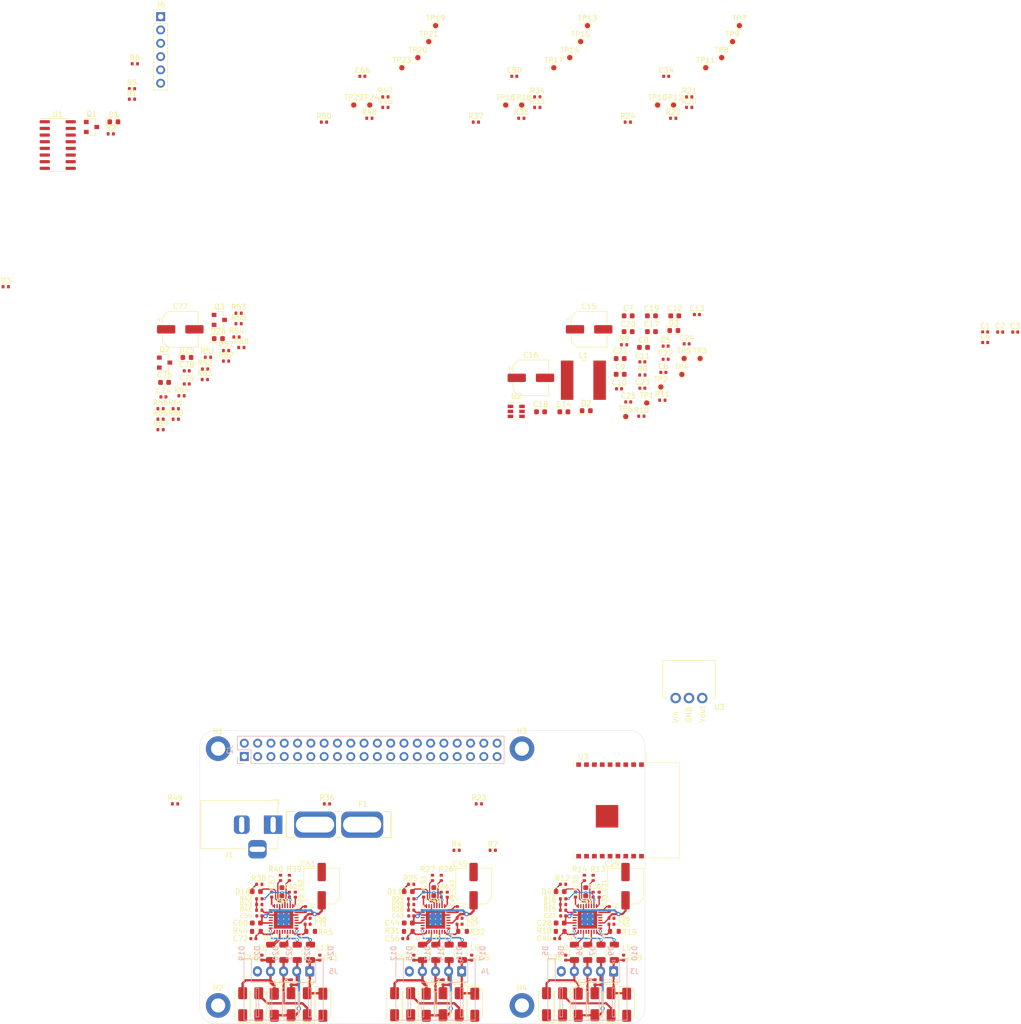
<source format=kicad_pcb>
(kicad_pcb (version 20171130) (host pcbnew 5.1.12-84ad8e8a86~92~ubuntu20.04.1)

  (general
    (thickness 1.6)
    (drawings 15)
    (tracks 1101)
    (zones 0)
    (modules 227)
    (nets 164)
  )

  (page A4)
  (layers
    (0 F.Cu signal)
    (1 In1.Cu power hide)
    (2 In2.Cu power hide)
    (31 B.Cu signal hide)
    (32 B.Adhes user hide)
    (33 F.Adhes user hide)
    (34 B.Paste user hide)
    (35 F.Paste user hide)
    (36 B.SilkS user hide)
    (37 F.SilkS user)
    (38 B.Mask user hide)
    (39 F.Mask user hide)
    (40 Dwgs.User user hide)
    (41 Cmts.User user hide)
    (42 Eco1.User user hide)
    (43 Eco2.User user hide)
    (44 Edge.Cuts user)
    (45 Margin user hide)
    (46 B.CrtYd user hide)
    (47 F.CrtYd user hide)
    (48 B.Fab user hide)
    (49 F.Fab user hide)
  )

  (setup
    (last_trace_width 0.25)
    (user_trace_width 0.2)
    (user_trace_width 0.25)
    (user_trace_width 0.3)
    (user_trace_width 0.35)
    (user_trace_width 0.4)
    (user_trace_width 0.45)
    (user_trace_width 0.5)
    (trace_clearance 0.2)
    (zone_clearance 0.25)
    (zone_45_only no)
    (trace_min 0.127)
    (via_size 0.8)
    (via_drill 0.4)
    (via_min_size 0.45)
    (via_min_drill 0.2)
    (user_via 0.45 0.2)
    (user_via 0.5 0.25)
    (user_via 0.6 0.3)
    (user_via 0.7 0.35)
    (user_via 0.8 0.4)
    (user_via 0.9 0.45)
    (user_via 1 0.5)
    (uvia_size 0.3)
    (uvia_drill 0.1)
    (uvias_allowed no)
    (uvia_min_size 0.2)
    (uvia_min_drill 0.1)
    (edge_width 0.05)
    (segment_width 0.2)
    (pcb_text_width 0.3)
    (pcb_text_size 1.5 1.5)
    (mod_edge_width 0.12)
    (mod_text_size 1 1)
    (mod_text_width 0.15)
    (pad_size 1.524 1.524)
    (pad_drill 0.762)
    (pad_to_mask_clearance 0)
    (aux_axis_origin 0 0)
    (visible_elements FFFFFF7F)
    (pcbplotparams
      (layerselection 0x010fc_ffffffff)
      (usegerberextensions false)
      (usegerberattributes true)
      (usegerberadvancedattributes true)
      (creategerberjobfile true)
      (excludeedgelayer true)
      (linewidth 0.100000)
      (plotframeref false)
      (viasonmask false)
      (mode 1)
      (useauxorigin false)
      (hpglpennumber 1)
      (hpglpenspeed 20)
      (hpglpendiameter 15.000000)
      (psnegative false)
      (psa4output false)
      (plotreference true)
      (plotvalue true)
      (plotinvisibletext false)
      (padsonsilk false)
      (subtractmaskfromsilk false)
      (outputformat 1)
      (mirror false)
      (drillshape 1)
      (scaleselection 1)
      (outputdirectory ""))
  )

  (net 0 "")
  (net 1 +12V)
  (net 2 GND)
  (net 3 +5V)
  (net 4 +3V3)
  (net 5 "/Motor driver 0/VREF")
  (net 6 /OA1_0)
  (net 7 /OA2_0)
  (net 8 /OB1_0)
  (net 9 /OB2_0)
  (net 10 "/Motor driver 1/VREF")
  (net 11 /OA1_1)
  (net 12 /OA2_1)
  (net 13 /OB1_1)
  (net 14 /OB2_1)
  (net 15 "/Motor driver 2/VREF")
  (net 16 /OA1_2)
  (net 17 /OA2_2)
  (net 18 /OB1_2)
  (net 19 /OB2_2)
  (net 20 /ESP8266/~RST_ESP)
  (net 21 "Net-(D1-Pad1)")
  (net 22 "Net-(D2-Pad1)")
  (net 23 "Net-(D3-Pad1)")
  (net 24 "Net-(D4-Pad1)")
  (net 25 "Net-(D11-Pad1)")
  (net 26 "Net-(D18-Pad1)")
  (net 27 "Net-(D25-Pad1)")
  (net 28 /ESP8266/GPIO5_ESP)
  (net 29 "Net-(D26-Pad1)")
  (net 30 "Net-(F1-Pad1)")
  (net 31 "Net-(F1-Pad2)")
  (net 32 /GPIO2_PI)
  (net 33 /GPIO3_PI)
  (net 34 /GND_PI)
  (net 35 /GPIO4_PI)
  (net 36 "/UART_TX(14)_PI")
  (net 37 "/UART_RX(15)_PI")
  (net 38 /GPIO17_PI)
  (net 39 /GPIO18_PI)
  (net 40 /GPIO27_PI)
  (net 41 /GPIO22_PI)
  (net 42 /GPIO23_PI)
  (net 43 /GPIO24_PI)
  (net 44 "/MOSI(10)_PI")
  (net 45 "/MISO(9)_PI")
  (net 46 /GPIO25_PI)
  (net 47 "/CLK(11)_PI")
  (net 48 "/CE0(8)_PI")
  (net 49 /GPIO7_PI)
  (net 50 /GPIO0_PI)
  (net 51 /GPIO1_PI)
  (net 52 /GPIO5_PI)
  (net 53 /GPIO6_PI)
  (net 54 "/PWM0(12)_PI")
  (net 55 "/PWM1(13)_PI")
  (net 56 /GPIO19_PI)
  (net 57 /GPIO16_PI)
  (net 58 /GPIO26_PI)
  (net 59 /GPIO20_PI)
  (net 60 /GPIO21_PI)
  (net 61 "Net-(J3-Pad5)")
  (net 62 "Net-(J4-Pad5)")
  (net 63 "Net-(J5-Pad5)")
  (net 64 /ESP8266/~RTS_ESP)
  (net 65 /ESP8266/~DTR_ESP)
  (net 66 /ESP8266/RX_ESP)
  (net 67 /ESP8266/TX_ESP)
  (net 68 "/Motor driver 0/OA1_FILTERED")
  (net 69 "/Motor driver 0/OA2_FILTERED")
  (net 70 "/Motor driver 0/OB1_FILTERED")
  (net 71 "/Motor driver 0/OB2_FILTERED")
  (net 72 "/Motor driver 1/OA1_FILTERED")
  (net 73 "/Motor driver 1/OA2_FILTERED")
  (net 74 "/Motor driver 1/OB1_FILTERED")
  (net 75 "/Motor driver 1/OB2_FILTERED")
  (net 76 "/Motor driver 2/OA1_FILTERED")
  (net 77 "/Motor driver 2/OA2_FILTERED")
  (net 78 "/Motor driver 2/OB1_FILTERED")
  (net 79 "/Motor driver 2/OB2_FILTERED")
  (net 80 "Net-(Q1-Pad1)")
  (net 81 "Net-(Q2-Pad1)")
  (net 82 "Net-(Q3-Pad1)")
  (net 83 /ESP8266/GPIO0_ESP)
  (net 84 /ESP8266/ADC_ESP)
  (net 85 /GPIO4_ESP)
  (net 86 "/Motor driver 0/DIAG")
  (net 87 "/Motor driver 0/VREF_OVR")
  (net 88 "/Motor driver 0/MS1")
  (net 89 "/Motor driver 0/MS2")
  (net 90 "/PWM0_PI(12)")
  (net 91 "/Motor driver 0/~PDN_UART")
  (net 92 "/Motor driver 1/DIAG")
  (net 93 "/Motor driver 1/VREF_OVR")
  (net 94 "/Motor driver 1/MS1")
  (net 95 "/Motor driver 1/MS2")
  (net 96 "/PWM1_PI(13)")
  (net 97 "/Motor driver 1/~PDN_UART")
  (net 98 "/Motor driver 2/DIAG")
  (net 99 "/Motor driver 2/VREF_OVR")
  (net 100 "/Motor driver 2/MS1")
  (net 101 "/Motor driver 2/MS2")
  (net 102 "/Motor driver 2/~PDN_UART")
  (net 103 /ESP8266/GPIO2_ESP)
  (net 104 /ESP8266/EN_ESP)
  (net 105 "Net-(U1-Pad1)")
  (net 106 "Net-(U1-Pad2)")
  (net 107 "Net-(U1-Pad4)")
  (net 108 "Net-(U1-Pad5)")
  (net 109 "Net-(U1-Pad12)")
  (net 110 "Net-(U4-Pad2)")
  (net 111 "Net-(U5-Pad2)")
  (net 112 "Net-(U6-Pad2)")
  (net 113 /ESP8266/~RST)
  (net 114 VD)
  (net 115 "Net-(C1-Pad2)")
  (net 116 "Net-(C2-Pad2)")
  (net 117 "Net-(C3-Pad2)")
  (net 118 "Net-(C4-Pad2)")
  (net 119 "Net-(C13-Pad2)")
  (net 120 "Net-(C13-Pad1)")
  (net 121 "Net-(C31-Pad1)")
  (net 122 "Net-(C33-Pad2)")
  (net 123 "Net-(C33-Pad1)")
  (net 124 "Net-(C40-Pad2)")
  (net 125 "Net-(C41-Pad2)")
  (net 126 "Net-(C47-Pad1)")
  (net 127 "Net-(C49-Pad2)")
  (net 128 "Net-(C49-Pad1)")
  (net 129 "Net-(C56-Pad2)")
  (net 130 "Net-(C57-Pad2)")
  (net 131 "Net-(C63-Pad1)")
  (net 132 "Net-(C65-Pad2)")
  (net 133 "Net-(C65-Pad1)")
  (net 134 "Net-(C72-Pad2)")
  (net 135 "Net-(C73-Pad2)")
  (net 136 "Net-(R10-Pad2)")
  (net 137 "/Motor driver 0/V5V_REF")
  (net 138 "/Motor driver 1/V5V_REF")
  (net 139 "/Motor driver 2/V5V_REF")
  (net 140 "Net-(U4-Pad31)")
  (net 141 "Net-(U4-Pad29)")
  (net 142 "Net-(U4-Pad28)")
  (net 143 "Net-(U4-Pad26)")
  (net 144 "Net-(U4-Pad23)")
  (net 145 "Net-(U4-Pad21)")
  (net 146 "Net-(U4-Pad4)")
  (net 147 "Net-(U5-Pad31)")
  (net 148 "Net-(U5-Pad29)")
  (net 149 "Net-(U5-Pad28)")
  (net 150 "Net-(U5-Pad26)")
  (net 151 "Net-(U5-Pad23)")
  (net 152 "Net-(U5-Pad21)")
  (net 153 "Net-(U5-Pad4)")
  (net 154 "Net-(U6-Pad31)")
  (net 155 "Net-(U6-Pad29)")
  (net 156 "Net-(U6-Pad28)")
  (net 157 "Net-(U6-Pad26)")
  (net 158 "Net-(U6-Pad23)")
  (net 159 "Net-(U6-Pad21)")
  (net 160 "Net-(U6-Pad4)")
  (net 161 "Net-(TP9-Pad1)")
  (net 162 "Net-(TP15-Pad1)")
  (net 163 "Net-(TP21-Pad1)")

  (net_class Default "This is the default net class."
    (clearance 0.2)
    (trace_width 0.25)
    (via_dia 0.8)
    (via_drill 0.4)
    (uvia_dia 0.3)
    (uvia_drill 0.1)
    (add_net +12V)
    (add_net +3V3)
    (add_net +5V)
    (add_net "/CE0(8)_PI")
    (add_net "/CLK(11)_PI")
    (add_net /ESP8266/ADC_ESP)
    (add_net /ESP8266/EN_ESP)
    (add_net /ESP8266/GPIO0_ESP)
    (add_net /ESP8266/GPIO2_ESP)
    (add_net /ESP8266/GPIO5_ESP)
    (add_net /ESP8266/RX_ESP)
    (add_net /ESP8266/TX_ESP)
    (add_net /ESP8266/~DTR_ESP)
    (add_net /ESP8266/~RST)
    (add_net /ESP8266/~RST_ESP)
    (add_net /ESP8266/~RTS_ESP)
    (add_net /GND_PI)
    (add_net /GPIO0_PI)
    (add_net /GPIO16_PI)
    (add_net /GPIO17_PI)
    (add_net /GPIO18_PI)
    (add_net /GPIO19_PI)
    (add_net /GPIO1_PI)
    (add_net /GPIO20_PI)
    (add_net /GPIO21_PI)
    (add_net /GPIO22_PI)
    (add_net /GPIO23_PI)
    (add_net /GPIO24_PI)
    (add_net /GPIO25_PI)
    (add_net /GPIO26_PI)
    (add_net /GPIO27_PI)
    (add_net /GPIO2_PI)
    (add_net /GPIO3_PI)
    (add_net /GPIO4_ESP)
    (add_net /GPIO4_PI)
    (add_net /GPIO5_PI)
    (add_net /GPIO6_PI)
    (add_net /GPIO7_PI)
    (add_net "/MISO(9)_PI")
    (add_net "/MOSI(10)_PI")
    (add_net "/Motor driver 0/DIAG")
    (add_net "/Motor driver 0/MS1")
    (add_net "/Motor driver 0/MS2")
    (add_net "/Motor driver 0/OA1_FILTERED")
    (add_net "/Motor driver 0/OA2_FILTERED")
    (add_net "/Motor driver 0/OB1_FILTERED")
    (add_net "/Motor driver 0/OB2_FILTERED")
    (add_net "/Motor driver 0/V5V_REF")
    (add_net "/Motor driver 0/VREF")
    (add_net "/Motor driver 0/VREF_OVR")
    (add_net "/Motor driver 0/~PDN_UART")
    (add_net "/Motor driver 1/DIAG")
    (add_net "/Motor driver 1/MS1")
    (add_net "/Motor driver 1/MS2")
    (add_net "/Motor driver 1/OA1_FILTERED")
    (add_net "/Motor driver 1/OA2_FILTERED")
    (add_net "/Motor driver 1/OB1_FILTERED")
    (add_net "/Motor driver 1/OB2_FILTERED")
    (add_net "/Motor driver 1/V5V_REF")
    (add_net "/Motor driver 1/VREF")
    (add_net "/Motor driver 1/VREF_OVR")
    (add_net "/Motor driver 1/~PDN_UART")
    (add_net "/Motor driver 2/DIAG")
    (add_net "/Motor driver 2/MS1")
    (add_net "/Motor driver 2/MS2")
    (add_net "/Motor driver 2/OA1_FILTERED")
    (add_net "/Motor driver 2/OA2_FILTERED")
    (add_net "/Motor driver 2/OB1_FILTERED")
    (add_net "/Motor driver 2/OB2_FILTERED")
    (add_net "/Motor driver 2/V5V_REF")
    (add_net "/Motor driver 2/VREF")
    (add_net "/Motor driver 2/VREF_OVR")
    (add_net "/Motor driver 2/~PDN_UART")
    (add_net /OA1_0)
    (add_net /OA1_1)
    (add_net /OA1_2)
    (add_net /OA2_0)
    (add_net /OA2_1)
    (add_net /OA2_2)
    (add_net /OB1_0)
    (add_net /OB1_1)
    (add_net /OB1_2)
    (add_net /OB2_0)
    (add_net /OB2_1)
    (add_net /OB2_2)
    (add_net "/PWM0(12)_PI")
    (add_net "/PWM0_PI(12)")
    (add_net "/PWM1(13)_PI")
    (add_net "/PWM1_PI(13)")
    (add_net "/UART_RX(15)_PI")
    (add_net "/UART_TX(14)_PI")
    (add_net GND)
    (add_net "Net-(C1-Pad2)")
    (add_net "Net-(C13-Pad1)")
    (add_net "Net-(C13-Pad2)")
    (add_net "Net-(C2-Pad2)")
    (add_net "Net-(C3-Pad2)")
    (add_net "Net-(C31-Pad1)")
    (add_net "Net-(C33-Pad1)")
    (add_net "Net-(C33-Pad2)")
    (add_net "Net-(C4-Pad2)")
    (add_net "Net-(C40-Pad2)")
    (add_net "Net-(C41-Pad2)")
    (add_net "Net-(C47-Pad1)")
    (add_net "Net-(C49-Pad1)")
    (add_net "Net-(C49-Pad2)")
    (add_net "Net-(C56-Pad2)")
    (add_net "Net-(C57-Pad2)")
    (add_net "Net-(C63-Pad1)")
    (add_net "Net-(C65-Pad1)")
    (add_net "Net-(C65-Pad2)")
    (add_net "Net-(C72-Pad2)")
    (add_net "Net-(C73-Pad2)")
    (add_net "Net-(D1-Pad1)")
    (add_net "Net-(D11-Pad1)")
    (add_net "Net-(D18-Pad1)")
    (add_net "Net-(D2-Pad1)")
    (add_net "Net-(D25-Pad1)")
    (add_net "Net-(D26-Pad1)")
    (add_net "Net-(D3-Pad1)")
    (add_net "Net-(D4-Pad1)")
    (add_net "Net-(F1-Pad1)")
    (add_net "Net-(F1-Pad2)")
    (add_net "Net-(J3-Pad5)")
    (add_net "Net-(J4-Pad5)")
    (add_net "Net-(J5-Pad5)")
    (add_net "Net-(Q1-Pad1)")
    (add_net "Net-(Q2-Pad1)")
    (add_net "Net-(Q3-Pad1)")
    (add_net "Net-(R10-Pad2)")
    (add_net "Net-(TP15-Pad1)")
    (add_net "Net-(TP21-Pad1)")
    (add_net "Net-(TP9-Pad1)")
    (add_net "Net-(U1-Pad1)")
    (add_net "Net-(U1-Pad12)")
    (add_net "Net-(U1-Pad2)")
    (add_net "Net-(U1-Pad4)")
    (add_net "Net-(U1-Pad5)")
    (add_net "Net-(U4-Pad2)")
    (add_net "Net-(U4-Pad21)")
    (add_net "Net-(U4-Pad23)")
    (add_net "Net-(U4-Pad26)")
    (add_net "Net-(U4-Pad28)")
    (add_net "Net-(U4-Pad29)")
    (add_net "Net-(U4-Pad31)")
    (add_net "Net-(U4-Pad4)")
    (add_net "Net-(U5-Pad2)")
    (add_net "Net-(U5-Pad21)")
    (add_net "Net-(U5-Pad23)")
    (add_net "Net-(U5-Pad26)")
    (add_net "Net-(U5-Pad28)")
    (add_net "Net-(U5-Pad29)")
    (add_net "Net-(U5-Pad31)")
    (add_net "Net-(U5-Pad4)")
    (add_net "Net-(U6-Pad2)")
    (add_net "Net-(U6-Pad21)")
    (add_net "Net-(U6-Pad23)")
    (add_net "Net-(U6-Pad26)")
    (add_net "Net-(U6-Pad28)")
    (add_net "Net-(U6-Pad29)")
    (add_net "Net-(U6-Pad31)")
    (add_net "Net-(U6-Pad4)")
    (add_net VD)
  )

  (module SaMcam_shield:CP_Elec_6.3x3 (layer F.Cu) (tedit 61A007AF) (tstamp 61960436)
    (at 116.275001 -16.514999)
    (descr "SMD capacitor, aluminum electrolytic, Nichicon, 6.3x3.0mm")
    (tags "capacitor electrolytic")
    (path /61A0DE56/61A1CAB1)
    (attr smd)
    (fp_text reference C77 (at 0 -4.35) (layer F.SilkS)
      (effects (font (size 1 1) (thickness 0.15)))
    )
    (fp_text value "100 uF" (at 0 4.35) (layer F.Fab)
      (effects (font (size 1 1) (thickness 0.15)))
    )
    (fp_text user %R (at 0 0) (layer F.Fab)
      (effects (font (size 1 1) (thickness 0.15)))
    )
    (fp_line (start -4.7 1.05) (end -3.55 1.05) (layer F.CrtYd) (width 0.05))
    (fp_line (start -4.7 -1.05) (end -4.7 1.05) (layer F.CrtYd) (width 0.05))
    (fp_line (start -3.55 -1.05) (end -4.7 -1.05) (layer F.CrtYd) (width 0.05))
    (fp_line (start -3.55 1.05) (end -3.55 2.4) (layer F.CrtYd) (width 0.05))
    (fp_line (start -3.55 -2.4) (end -3.55 -1.05) (layer F.CrtYd) (width 0.05))
    (fp_line (start -3.55 -2.4) (end -2.4 -3.55) (layer F.CrtYd) (width 0.05))
    (fp_line (start -3.55 2.4) (end -2.4 3.55) (layer F.CrtYd) (width 0.05))
    (fp_line (start -2.4 -3.55) (end 3.55 -3.55) (layer F.CrtYd) (width 0.05))
    (fp_line (start -2.4 3.55) (end 3.55 3.55) (layer F.CrtYd) (width 0.05))
    (fp_line (start 3.55 1.05) (end 3.55 3.55) (layer F.CrtYd) (width 0.05))
    (fp_line (start 4.7 1.05) (end 3.55 1.05) (layer F.CrtYd) (width 0.05))
    (fp_line (start 4.7 -1.05) (end 4.7 1.05) (layer F.CrtYd) (width 0.05))
    (fp_line (start 3.55 -1.05) (end 4.7 -1.05) (layer F.CrtYd) (width 0.05))
    (fp_line (start 3.55 -3.55) (end 3.55 -1.05) (layer F.CrtYd) (width 0.05))
    (fp_line (start -4.04375 -2.24125) (end -4.04375 -1.45375) (layer F.SilkS) (width 0.12))
    (fp_line (start -4.4375 -1.8475) (end -3.65 -1.8475) (layer F.SilkS) (width 0.12))
    (fp_line (start -3.41 2.345563) (end -2.345563 3.41) (layer F.SilkS) (width 0.12))
    (fp_line (start -3.41 -2.345563) (end -2.345563 -3.41) (layer F.SilkS) (width 0.12))
    (fp_line (start -3.41 -2.345563) (end -3.41 -1.06) (layer F.SilkS) (width 0.12))
    (fp_line (start -3.41 2.345563) (end -3.41 1.06) (layer F.SilkS) (width 0.12))
    (fp_line (start -2.345563 3.41) (end 3.41 3.41) (layer F.SilkS) (width 0.12))
    (fp_line (start -2.345563 -3.41) (end 3.41 -3.41) (layer F.SilkS) (width 0.12))
    (fp_line (start 3.41 -3.41) (end 3.41 -1.06) (layer F.SilkS) (width 0.12))
    (fp_line (start 3.41 3.41) (end 3.41 1.06) (layer F.SilkS) (width 0.12))
    (fp_line (start -2.389838 -1.645) (end -2.389838 -1.015) (layer F.Fab) (width 0.1))
    (fp_line (start -2.704838 -1.33) (end -2.074838 -1.33) (layer F.Fab) (width 0.1))
    (fp_line (start -3.3 2.3) (end -2.3 3.3) (layer F.Fab) (width 0.1))
    (fp_line (start -3.3 -2.3) (end -2.3 -3.3) (layer F.Fab) (width 0.1))
    (fp_line (start -3.3 -2.3) (end -3.3 2.3) (layer F.Fab) (width 0.1))
    (fp_line (start -2.3 3.3) (end 3.3 3.3) (layer F.Fab) (width 0.1))
    (fp_line (start -2.3 -3.3) (end 3.3 -3.3) (layer F.Fab) (width 0.1))
    (fp_line (start 3.3 -3.3) (end 3.3 3.3) (layer F.Fab) (width 0.1))
    (fp_circle (center 0 0) (end 3.15 0) (layer F.Fab) (width 0.1))
    (pad 2 smd roundrect (at 2.7 0) (size 3.5 1.6) (layers F.Cu F.Paste F.Mask) (roundrect_rratio 0.15625)
      (net 2 GND))
    (pad 1 smd roundrect (at -2.7 0) (size 3.5 1.6) (layers F.Cu F.Paste F.Mask) (roundrect_rratio 0.15625)
      (net 4 +3V3))
    (model ${KIPRJMOD}/packages3d/CP_Elec_6.3x3.stp
      (at (xyz 0 0 0))
      (scale (xyz 1 1 1))
      (rotate (xyz -90 0 180))
    )
  )

  (module SaMcam_shield:CP_Elec_6.3x3 (layer F.Cu) (tedit 61A007AF) (tstamp 6196030F)
    (at 143.2696 89.7382 90)
    (descr "SMD capacitor, aluminum electrolytic, Nichicon, 6.3x3.0mm")
    (tags "capacitor electrolytic")
    (path /606B5506/604F4568)
    (attr smd)
    (fp_text reference C61 (at 4.2382 -2.5696 180) (layer F.SilkS)
      (effects (font (size 1 1) (thickness 0.15)))
    )
    (fp_text value "100 uF" (at 0 4.35 90) (layer F.Fab)
      (effects (font (size 1 1) (thickness 0.15)))
    )
    (fp_text user %R (at 0 0 90) (layer F.Fab)
      (effects (font (size 1 1) (thickness 0.15)))
    )
    (fp_line (start -4.7 1.05) (end -3.55 1.05) (layer F.CrtYd) (width 0.05))
    (fp_line (start -4.7 -1.05) (end -4.7 1.05) (layer F.CrtYd) (width 0.05))
    (fp_line (start -3.55 -1.05) (end -4.7 -1.05) (layer F.CrtYd) (width 0.05))
    (fp_line (start -3.55 1.05) (end -3.55 2.4) (layer F.CrtYd) (width 0.05))
    (fp_line (start -3.55 -2.4) (end -3.55 -1.05) (layer F.CrtYd) (width 0.05))
    (fp_line (start -3.55 -2.4) (end -2.4 -3.55) (layer F.CrtYd) (width 0.05))
    (fp_line (start -3.55 2.4) (end -2.4 3.55) (layer F.CrtYd) (width 0.05))
    (fp_line (start -2.4 -3.55) (end 3.55 -3.55) (layer F.CrtYd) (width 0.05))
    (fp_line (start -2.4 3.55) (end 3.55 3.55) (layer F.CrtYd) (width 0.05))
    (fp_line (start 3.55 1.05) (end 3.55 3.55) (layer F.CrtYd) (width 0.05))
    (fp_line (start 4.7 1.05) (end 3.55 1.05) (layer F.CrtYd) (width 0.05))
    (fp_line (start 4.7 -1.05) (end 4.7 1.05) (layer F.CrtYd) (width 0.05))
    (fp_line (start 3.55 -1.05) (end 4.7 -1.05) (layer F.CrtYd) (width 0.05))
    (fp_line (start 3.55 -3.55) (end 3.55 -1.05) (layer F.CrtYd) (width 0.05))
    (fp_line (start -4.04375 -2.24125) (end -4.04375 -1.45375) (layer F.SilkS) (width 0.12))
    (fp_line (start -4.4375 -1.8475) (end -3.65 -1.8475) (layer F.SilkS) (width 0.12))
    (fp_line (start -3.41 2.345563) (end -2.345563 3.41) (layer F.SilkS) (width 0.12))
    (fp_line (start -3.41 -2.345563) (end -2.345563 -3.41) (layer F.SilkS) (width 0.12))
    (fp_line (start -3.41 -2.345563) (end -3.41 -1.06) (layer F.SilkS) (width 0.12))
    (fp_line (start -3.41 2.345563) (end -3.41 1.06) (layer F.SilkS) (width 0.12))
    (fp_line (start -2.345563 3.41) (end 3.41 3.41) (layer F.SilkS) (width 0.12))
    (fp_line (start -2.345563 -3.41) (end 3.41 -3.41) (layer F.SilkS) (width 0.12))
    (fp_line (start 3.41 -3.41) (end 3.41 -1.06) (layer F.SilkS) (width 0.12))
    (fp_line (start 3.41 3.41) (end 3.41 1.06) (layer F.SilkS) (width 0.12))
    (fp_line (start -2.389838 -1.645) (end -2.389838 -1.015) (layer F.Fab) (width 0.1))
    (fp_line (start -2.704838 -1.33) (end -2.074838 -1.33) (layer F.Fab) (width 0.1))
    (fp_line (start -3.3 2.3) (end -2.3 3.3) (layer F.Fab) (width 0.1))
    (fp_line (start -3.3 -2.3) (end -2.3 -3.3) (layer F.Fab) (width 0.1))
    (fp_line (start -3.3 -2.3) (end -3.3 2.3) (layer F.Fab) (width 0.1))
    (fp_line (start -2.3 3.3) (end 3.3 3.3) (layer F.Fab) (width 0.1))
    (fp_line (start -2.3 -3.3) (end 3.3 -3.3) (layer F.Fab) (width 0.1))
    (fp_line (start 3.3 -3.3) (end 3.3 3.3) (layer F.Fab) (width 0.1))
    (fp_circle (center 0 0) (end 3.15 0) (layer F.Fab) (width 0.1))
    (pad 2 smd roundrect (at 2.7 0 90) (size 3.5 1.6) (layers F.Cu F.Paste F.Mask) (roundrect_rratio 0.15625)
      (net 2 GND))
    (pad 1 smd roundrect (at -2.7 0 90) (size 3.5 1.6) (layers F.Cu F.Paste F.Mask) (roundrect_rratio 0.15625)
      (net 1 +12V))
    (model ${KIPRJMOD}/packages3d/CP_Elec_6.3x3.stp
      (at (xyz 0 0 0))
      (scale (xyz 1 1 1))
      (rotate (xyz -90 0 180))
    )
  )

  (module SaMcam_shield:CP_Elec_6.3x3 (layer F.Cu) (tedit 61A007AF) (tstamp 619601E8)
    (at 172.2696 89.7382 90)
    (descr "SMD capacitor, aluminum electrolytic, Nichicon, 6.3x3.0mm")
    (tags "capacitor electrolytic")
    (path /606B2804/604F4568)
    (attr smd)
    (fp_text reference C45 (at 4.2382 -2.5696 180) (layer F.SilkS)
      (effects (font (size 1 1) (thickness 0.15)))
    )
    (fp_text value "100 uF" (at 0 4.35 90) (layer F.Fab)
      (effects (font (size 1 1) (thickness 0.15)))
    )
    (fp_text user %R (at 0 0 90) (layer F.Fab)
      (effects (font (size 1 1) (thickness 0.15)))
    )
    (fp_line (start -4.7 1.05) (end -3.55 1.05) (layer F.CrtYd) (width 0.05))
    (fp_line (start -4.7 -1.05) (end -4.7 1.05) (layer F.CrtYd) (width 0.05))
    (fp_line (start -3.55 -1.05) (end -4.7 -1.05) (layer F.CrtYd) (width 0.05))
    (fp_line (start -3.55 1.05) (end -3.55 2.4) (layer F.CrtYd) (width 0.05))
    (fp_line (start -3.55 -2.4) (end -3.55 -1.05) (layer F.CrtYd) (width 0.05))
    (fp_line (start -3.55 -2.4) (end -2.4 -3.55) (layer F.CrtYd) (width 0.05))
    (fp_line (start -3.55 2.4) (end -2.4 3.55) (layer F.CrtYd) (width 0.05))
    (fp_line (start -2.4 -3.55) (end 3.55 -3.55) (layer F.CrtYd) (width 0.05))
    (fp_line (start -2.4 3.55) (end 3.55 3.55) (layer F.CrtYd) (width 0.05))
    (fp_line (start 3.55 1.05) (end 3.55 3.55) (layer F.CrtYd) (width 0.05))
    (fp_line (start 4.7 1.05) (end 3.55 1.05) (layer F.CrtYd) (width 0.05))
    (fp_line (start 4.7 -1.05) (end 4.7 1.05) (layer F.CrtYd) (width 0.05))
    (fp_line (start 3.55 -1.05) (end 4.7 -1.05) (layer F.CrtYd) (width 0.05))
    (fp_line (start 3.55 -3.55) (end 3.55 -1.05) (layer F.CrtYd) (width 0.05))
    (fp_line (start -4.04375 -2.24125) (end -4.04375 -1.45375) (layer F.SilkS) (width 0.12))
    (fp_line (start -4.4375 -1.8475) (end -3.65 -1.8475) (layer F.SilkS) (width 0.12))
    (fp_line (start -3.41 2.345563) (end -2.345563 3.41) (layer F.SilkS) (width 0.12))
    (fp_line (start -3.41 -2.345563) (end -2.345563 -3.41) (layer F.SilkS) (width 0.12))
    (fp_line (start -3.41 -2.345563) (end -3.41 -1.06) (layer F.SilkS) (width 0.12))
    (fp_line (start -3.41 2.345563) (end -3.41 1.06) (layer F.SilkS) (width 0.12))
    (fp_line (start -2.345563 3.41) (end 3.41 3.41) (layer F.SilkS) (width 0.12))
    (fp_line (start -2.345563 -3.41) (end 3.41 -3.41) (layer F.SilkS) (width 0.12))
    (fp_line (start 3.41 -3.41) (end 3.41 -1.06) (layer F.SilkS) (width 0.12))
    (fp_line (start 3.41 3.41) (end 3.41 1.06) (layer F.SilkS) (width 0.12))
    (fp_line (start -2.389838 -1.645) (end -2.389838 -1.015) (layer F.Fab) (width 0.1))
    (fp_line (start -2.704838 -1.33) (end -2.074838 -1.33) (layer F.Fab) (width 0.1))
    (fp_line (start -3.3 2.3) (end -2.3 3.3) (layer F.Fab) (width 0.1))
    (fp_line (start -3.3 -2.3) (end -2.3 -3.3) (layer F.Fab) (width 0.1))
    (fp_line (start -3.3 -2.3) (end -3.3 2.3) (layer F.Fab) (width 0.1))
    (fp_line (start -2.3 3.3) (end 3.3 3.3) (layer F.Fab) (width 0.1))
    (fp_line (start -2.3 -3.3) (end 3.3 -3.3) (layer F.Fab) (width 0.1))
    (fp_line (start 3.3 -3.3) (end 3.3 3.3) (layer F.Fab) (width 0.1))
    (fp_circle (center 0 0) (end 3.15 0) (layer F.Fab) (width 0.1))
    (pad 2 smd roundrect (at 2.7 0 90) (size 3.5 1.6) (layers F.Cu F.Paste F.Mask) (roundrect_rratio 0.15625)
      (net 2 GND))
    (pad 1 smd roundrect (at -2.7 0 90) (size 3.5 1.6) (layers F.Cu F.Paste F.Mask) (roundrect_rratio 0.15625)
      (net 1 +12V))
    (model ${KIPRJMOD}/packages3d/CP_Elec_6.3x3.stp
      (at (xyz 0 0 0))
      (scale (xyz 1 1 1))
      (rotate (xyz -90 0 180))
    )
  )

  (module SaMcam_shield:CP_Elec_6.3x3 (layer F.Cu) (tedit 61A007AF) (tstamp 619D9BCF)
    (at 201.2696 89.7382 90)
    (descr "SMD capacitor, aluminum electrolytic, Nichicon, 6.3x3.0mm")
    (tags "capacitor electrolytic")
    (path /60355F25/604F4568)
    (attr smd)
    (fp_text reference C29 (at 4.2382 -2.5696 180) (layer F.SilkS)
      (effects (font (size 1 1) (thickness 0.15)))
    )
    (fp_text value "100 uF" (at 0 4.35 90) (layer F.Fab)
      (effects (font (size 1 1) (thickness 0.15)))
    )
    (fp_text user %R (at 0 0 90) (layer F.Fab)
      (effects (font (size 1 1) (thickness 0.15)))
    )
    (fp_line (start -4.7 1.05) (end -3.55 1.05) (layer F.CrtYd) (width 0.05))
    (fp_line (start -4.7 -1.05) (end -4.7 1.05) (layer F.CrtYd) (width 0.05))
    (fp_line (start -3.55 -1.05) (end -4.7 -1.05) (layer F.CrtYd) (width 0.05))
    (fp_line (start -3.55 1.05) (end -3.55 2.4) (layer F.CrtYd) (width 0.05))
    (fp_line (start -3.55 -2.4) (end -3.55 -1.05) (layer F.CrtYd) (width 0.05))
    (fp_line (start -3.55 -2.4) (end -2.4 -3.55) (layer F.CrtYd) (width 0.05))
    (fp_line (start -3.55 2.4) (end -2.4 3.55) (layer F.CrtYd) (width 0.05))
    (fp_line (start -2.4 -3.55) (end 3.55 -3.55) (layer F.CrtYd) (width 0.05))
    (fp_line (start -2.4 3.55) (end 3.55 3.55) (layer F.CrtYd) (width 0.05))
    (fp_line (start 3.55 1.05) (end 3.55 3.55) (layer F.CrtYd) (width 0.05))
    (fp_line (start 4.7 1.05) (end 3.55 1.05) (layer F.CrtYd) (width 0.05))
    (fp_line (start 4.7 -1.05) (end 4.7 1.05) (layer F.CrtYd) (width 0.05))
    (fp_line (start 3.55 -1.05) (end 4.7 -1.05) (layer F.CrtYd) (width 0.05))
    (fp_line (start 3.55 -3.55) (end 3.55 -1.05) (layer F.CrtYd) (width 0.05))
    (fp_line (start -4.04375 -2.24125) (end -4.04375 -1.45375) (layer F.SilkS) (width 0.12))
    (fp_line (start -4.4375 -1.8475) (end -3.65 -1.8475) (layer F.SilkS) (width 0.12))
    (fp_line (start -3.41 2.345563) (end -2.345563 3.41) (layer F.SilkS) (width 0.12))
    (fp_line (start -3.41 -2.345563) (end -2.345563 -3.41) (layer F.SilkS) (width 0.12))
    (fp_line (start -3.41 -2.345563) (end -3.41 -1.06) (layer F.SilkS) (width 0.12))
    (fp_line (start -3.41 2.345563) (end -3.41 1.06) (layer F.SilkS) (width 0.12))
    (fp_line (start -2.345563 3.41) (end 3.41 3.41) (layer F.SilkS) (width 0.12))
    (fp_line (start -2.345563 -3.41) (end 3.41 -3.41) (layer F.SilkS) (width 0.12))
    (fp_line (start 3.41 -3.41) (end 3.41 -1.06) (layer F.SilkS) (width 0.12))
    (fp_line (start 3.41 3.41) (end 3.41 1.06) (layer F.SilkS) (width 0.12))
    (fp_line (start -2.389838 -1.645) (end -2.389838 -1.015) (layer F.Fab) (width 0.1))
    (fp_line (start -2.704838 -1.33) (end -2.074838 -1.33) (layer F.Fab) (width 0.1))
    (fp_line (start -3.3 2.3) (end -2.3 3.3) (layer F.Fab) (width 0.1))
    (fp_line (start -3.3 -2.3) (end -2.3 -3.3) (layer F.Fab) (width 0.1))
    (fp_line (start -3.3 -2.3) (end -3.3 2.3) (layer F.Fab) (width 0.1))
    (fp_line (start -2.3 3.3) (end 3.3 3.3) (layer F.Fab) (width 0.1))
    (fp_line (start -2.3 -3.3) (end 3.3 -3.3) (layer F.Fab) (width 0.1))
    (fp_line (start 3.3 -3.3) (end 3.3 3.3) (layer F.Fab) (width 0.1))
    (fp_circle (center 0 0) (end 3.15 0) (layer F.Fab) (width 0.1))
    (pad 2 smd roundrect (at 2.7 0 90) (size 3.5 1.6) (layers F.Cu F.Paste F.Mask) (roundrect_rratio 0.15625)
      (net 2 GND))
    (pad 1 smd roundrect (at -2.7 0 90) (size 3.5 1.6) (layers F.Cu F.Paste F.Mask) (roundrect_rratio 0.15625)
      (net 1 +12V))
    (model ${KIPRJMOD}/packages3d/CP_Elec_6.3x3.stp
      (at (xyz 0 0 0))
      (scale (xyz 1 1 1))
      (rotate (xyz -90 0 180))
    )
  )

  (module SaMcam_shield:CP_Elec_6.3x3 (layer F.Cu) (tedit 61A007AF) (tstamp 6195FFCD)
    (at 183.205001 -7.254999)
    (descr "SMD capacitor, aluminum electrolytic, Nichicon, 6.3x3.0mm")
    (tags "capacitor electrolytic")
    (path /60C6E8D2/604BCA5A)
    (attr smd)
    (fp_text reference C16 (at 0 -4.35) (layer F.SilkS)
      (effects (font (size 1 1) (thickness 0.15)))
    )
    (fp_text value "100 uF" (at 0 4.35) (layer F.Fab)
      (effects (font (size 1 1) (thickness 0.15)))
    )
    (fp_text user %R (at 0 0) (layer F.Fab)
      (effects (font (size 1 1) (thickness 0.15)))
    )
    (fp_line (start -4.7 1.05) (end -3.55 1.05) (layer F.CrtYd) (width 0.05))
    (fp_line (start -4.7 -1.05) (end -4.7 1.05) (layer F.CrtYd) (width 0.05))
    (fp_line (start -3.55 -1.05) (end -4.7 -1.05) (layer F.CrtYd) (width 0.05))
    (fp_line (start -3.55 1.05) (end -3.55 2.4) (layer F.CrtYd) (width 0.05))
    (fp_line (start -3.55 -2.4) (end -3.55 -1.05) (layer F.CrtYd) (width 0.05))
    (fp_line (start -3.55 -2.4) (end -2.4 -3.55) (layer F.CrtYd) (width 0.05))
    (fp_line (start -3.55 2.4) (end -2.4 3.55) (layer F.CrtYd) (width 0.05))
    (fp_line (start -2.4 -3.55) (end 3.55 -3.55) (layer F.CrtYd) (width 0.05))
    (fp_line (start -2.4 3.55) (end 3.55 3.55) (layer F.CrtYd) (width 0.05))
    (fp_line (start 3.55 1.05) (end 3.55 3.55) (layer F.CrtYd) (width 0.05))
    (fp_line (start 4.7 1.05) (end 3.55 1.05) (layer F.CrtYd) (width 0.05))
    (fp_line (start 4.7 -1.05) (end 4.7 1.05) (layer F.CrtYd) (width 0.05))
    (fp_line (start 3.55 -1.05) (end 4.7 -1.05) (layer F.CrtYd) (width 0.05))
    (fp_line (start 3.55 -3.55) (end 3.55 -1.05) (layer F.CrtYd) (width 0.05))
    (fp_line (start -4.04375 -2.24125) (end -4.04375 -1.45375) (layer F.SilkS) (width 0.12))
    (fp_line (start -4.4375 -1.8475) (end -3.65 -1.8475) (layer F.SilkS) (width 0.12))
    (fp_line (start -3.41 2.345563) (end -2.345563 3.41) (layer F.SilkS) (width 0.12))
    (fp_line (start -3.41 -2.345563) (end -2.345563 -3.41) (layer F.SilkS) (width 0.12))
    (fp_line (start -3.41 -2.345563) (end -3.41 -1.06) (layer F.SilkS) (width 0.12))
    (fp_line (start -3.41 2.345563) (end -3.41 1.06) (layer F.SilkS) (width 0.12))
    (fp_line (start -2.345563 3.41) (end 3.41 3.41) (layer F.SilkS) (width 0.12))
    (fp_line (start -2.345563 -3.41) (end 3.41 -3.41) (layer F.SilkS) (width 0.12))
    (fp_line (start 3.41 -3.41) (end 3.41 -1.06) (layer F.SilkS) (width 0.12))
    (fp_line (start 3.41 3.41) (end 3.41 1.06) (layer F.SilkS) (width 0.12))
    (fp_line (start -2.389838 -1.645) (end -2.389838 -1.015) (layer F.Fab) (width 0.1))
    (fp_line (start -2.704838 -1.33) (end -2.074838 -1.33) (layer F.Fab) (width 0.1))
    (fp_line (start -3.3 2.3) (end -2.3 3.3) (layer F.Fab) (width 0.1))
    (fp_line (start -3.3 -2.3) (end -2.3 -3.3) (layer F.Fab) (width 0.1))
    (fp_line (start -3.3 -2.3) (end -3.3 2.3) (layer F.Fab) (width 0.1))
    (fp_line (start -2.3 3.3) (end 3.3 3.3) (layer F.Fab) (width 0.1))
    (fp_line (start -2.3 -3.3) (end 3.3 -3.3) (layer F.Fab) (width 0.1))
    (fp_line (start 3.3 -3.3) (end 3.3 3.3) (layer F.Fab) (width 0.1))
    (fp_circle (center 0 0) (end 3.15 0) (layer F.Fab) (width 0.1))
    (pad 2 smd roundrect (at 2.7 0) (size 3.5 1.6) (layers F.Cu F.Paste F.Mask) (roundrect_rratio 0.15625)
      (net 2 GND))
    (pad 1 smd roundrect (at -2.7 0) (size 3.5 1.6) (layers F.Cu F.Paste F.Mask) (roundrect_rratio 0.15625)
      (net 3 +5V))
    (model ${KIPRJMOD}/packages3d/CP_Elec_6.3x3.stp
      (at (xyz 0 0 0))
      (scale (xyz 1 1 1))
      (rotate (xyz -90 0 180))
    )
  )

  (module SaMcam_shield:CP_Elec_6.3x3 (layer F.Cu) (tedit 61A007AF) (tstamp 6195FFA5)
    (at 194.325001 -16.514999)
    (descr "SMD capacitor, aluminum electrolytic, Nichicon, 6.3x3.0mm")
    (tags "capacitor electrolytic")
    (path /60C6E8D2/60456F66)
    (attr smd)
    (fp_text reference C15 (at 0 -4.35) (layer F.SilkS)
      (effects (font (size 1 1) (thickness 0.15)))
    )
    (fp_text value "100 uF" (at 0 4.35) (layer F.Fab)
      (effects (font (size 1 1) (thickness 0.15)))
    )
    (fp_text user %R (at 0 0) (layer F.Fab)
      (effects (font (size 1 1) (thickness 0.15)))
    )
    (fp_line (start -4.7 1.05) (end -3.55 1.05) (layer F.CrtYd) (width 0.05))
    (fp_line (start -4.7 -1.05) (end -4.7 1.05) (layer F.CrtYd) (width 0.05))
    (fp_line (start -3.55 -1.05) (end -4.7 -1.05) (layer F.CrtYd) (width 0.05))
    (fp_line (start -3.55 1.05) (end -3.55 2.4) (layer F.CrtYd) (width 0.05))
    (fp_line (start -3.55 -2.4) (end -3.55 -1.05) (layer F.CrtYd) (width 0.05))
    (fp_line (start -3.55 -2.4) (end -2.4 -3.55) (layer F.CrtYd) (width 0.05))
    (fp_line (start -3.55 2.4) (end -2.4 3.55) (layer F.CrtYd) (width 0.05))
    (fp_line (start -2.4 -3.55) (end 3.55 -3.55) (layer F.CrtYd) (width 0.05))
    (fp_line (start -2.4 3.55) (end 3.55 3.55) (layer F.CrtYd) (width 0.05))
    (fp_line (start 3.55 1.05) (end 3.55 3.55) (layer F.CrtYd) (width 0.05))
    (fp_line (start 4.7 1.05) (end 3.55 1.05) (layer F.CrtYd) (width 0.05))
    (fp_line (start 4.7 -1.05) (end 4.7 1.05) (layer F.CrtYd) (width 0.05))
    (fp_line (start 3.55 -1.05) (end 4.7 -1.05) (layer F.CrtYd) (width 0.05))
    (fp_line (start 3.55 -3.55) (end 3.55 -1.05) (layer F.CrtYd) (width 0.05))
    (fp_line (start -4.04375 -2.24125) (end -4.04375 -1.45375) (layer F.SilkS) (width 0.12))
    (fp_line (start -4.4375 -1.8475) (end -3.65 -1.8475) (layer F.SilkS) (width 0.12))
    (fp_line (start -3.41 2.345563) (end -2.345563 3.41) (layer F.SilkS) (width 0.12))
    (fp_line (start -3.41 -2.345563) (end -2.345563 -3.41) (layer F.SilkS) (width 0.12))
    (fp_line (start -3.41 -2.345563) (end -3.41 -1.06) (layer F.SilkS) (width 0.12))
    (fp_line (start -3.41 2.345563) (end -3.41 1.06) (layer F.SilkS) (width 0.12))
    (fp_line (start -2.345563 3.41) (end 3.41 3.41) (layer F.SilkS) (width 0.12))
    (fp_line (start -2.345563 -3.41) (end 3.41 -3.41) (layer F.SilkS) (width 0.12))
    (fp_line (start 3.41 -3.41) (end 3.41 -1.06) (layer F.SilkS) (width 0.12))
    (fp_line (start 3.41 3.41) (end 3.41 1.06) (layer F.SilkS) (width 0.12))
    (fp_line (start -2.389838 -1.645) (end -2.389838 -1.015) (layer F.Fab) (width 0.1))
    (fp_line (start -2.704838 -1.33) (end -2.074838 -1.33) (layer F.Fab) (width 0.1))
    (fp_line (start -3.3 2.3) (end -2.3 3.3) (layer F.Fab) (width 0.1))
    (fp_line (start -3.3 -2.3) (end -2.3 -3.3) (layer F.Fab) (width 0.1))
    (fp_line (start -3.3 -2.3) (end -3.3 2.3) (layer F.Fab) (width 0.1))
    (fp_line (start -2.3 3.3) (end 3.3 3.3) (layer F.Fab) (width 0.1))
    (fp_line (start -2.3 -3.3) (end 3.3 -3.3) (layer F.Fab) (width 0.1))
    (fp_line (start 3.3 -3.3) (end 3.3 3.3) (layer F.Fab) (width 0.1))
    (fp_circle (center 0 0) (end 3.15 0) (layer F.Fab) (width 0.1))
    (pad 2 smd roundrect (at 2.7 0) (size 3.5 1.6) (layers F.Cu F.Paste F.Mask) (roundrect_rratio 0.15625)
      (net 2 GND))
    (pad 1 smd roundrect (at -2.7 0) (size 3.5 1.6) (layers F.Cu F.Paste F.Mask) (roundrect_rratio 0.15625)
      (net 1 +12V))
    (model ${KIPRJMOD}/packages3d/CP_Elec_6.3x3.stp
      (at (xyz 0 0 0))
      (scale (xyz 1 1 1))
      (rotate (xyz -90 0 180))
    )
  )

  (module Resistor_SMD:R_0402_1005Metric (layer F.Cu) (tedit 5F68FEEE) (tstamp 61A04CA3)
    (at 115.2788 74.041)
    (descr "Resistor SMD 0402 (1005 Metric), square (rectangular) end terminal, IPC_7351 nominal, (Body size source: IPC-SM-782 page 72, https://www.pcb-3d.com/wordpress/wp-content/uploads/ipc-sm-782a_amendment_1_and_2.pdf), generated with kicad-footprint-generator")
    (tags resistor)
    (path /606B5506/61A30EF2)
    (attr smd)
    (fp_text reference R49 (at 0 -1.17) (layer F.SilkS)
      (effects (font (size 1 1) (thickness 0.15)))
    )
    (fp_text value 470R (at 0 1.17) (layer F.Fab)
      (effects (font (size 1 1) (thickness 0.15)))
    )
    (fp_text user %R (at 0 0) (layer F.Fab)
      (effects (font (size 0.26 0.26) (thickness 0.04)))
    )
    (fp_line (start -0.525 0.27) (end -0.525 -0.27) (layer F.Fab) (width 0.1))
    (fp_line (start -0.525 -0.27) (end 0.525 -0.27) (layer F.Fab) (width 0.1))
    (fp_line (start 0.525 -0.27) (end 0.525 0.27) (layer F.Fab) (width 0.1))
    (fp_line (start 0.525 0.27) (end -0.525 0.27) (layer F.Fab) (width 0.1))
    (fp_line (start -0.153641 -0.38) (end 0.153641 -0.38) (layer F.SilkS) (width 0.12))
    (fp_line (start -0.153641 0.38) (end 0.153641 0.38) (layer F.SilkS) (width 0.12))
    (fp_line (start -0.93 0.47) (end -0.93 -0.47) (layer F.CrtYd) (width 0.05))
    (fp_line (start -0.93 -0.47) (end 0.93 -0.47) (layer F.CrtYd) (width 0.05))
    (fp_line (start 0.93 -0.47) (end 0.93 0.47) (layer F.CrtYd) (width 0.05))
    (fp_line (start 0.93 0.47) (end -0.93 0.47) (layer F.CrtYd) (width 0.05))
    (pad 2 smd roundrect (at 0.51 0) (size 0.54 0.64) (layers F.Cu F.Paste F.Mask) (roundrect_rratio 0.25)
      (net 102 "/Motor driver 2/~PDN_UART"))
    (pad 1 smd roundrect (at -0.51 0) (size 0.54 0.64) (layers F.Cu F.Paste F.Mask) (roundrect_rratio 0.25)
      (net 102 "/Motor driver 2/~PDN_UART"))
    (model ${KISYS3DMOD}/Resistor_SMD.3dshapes/R_0402_1005Metric.wrl
      (at (xyz 0 0 0))
      (scale (xyz 1 1 1))
      (rotate (xyz 0 0 0))
    )
  )

  (module Resistor_SMD:R_0402_1005Metric (layer F.Cu) (tedit 5F68FEEE) (tstamp 61A04BD2)
    (at 144.2788 74.041)
    (descr "Resistor SMD 0402 (1005 Metric), square (rectangular) end terminal, IPC_7351 nominal, (Body size source: IPC-SM-782 page 72, https://www.pcb-3d.com/wordpress/wp-content/uploads/ipc-sm-782a_amendment_1_and_2.pdf), generated with kicad-footprint-generator")
    (tags resistor)
    (path /606B2804/61A30EF2)
    (attr smd)
    (fp_text reference R36 (at 0 -1.17) (layer F.SilkS)
      (effects (font (size 1 1) (thickness 0.15)))
    )
    (fp_text value 470R (at 0 1.17) (layer F.Fab)
      (effects (font (size 1 1) (thickness 0.15)))
    )
    (fp_text user %R (at 0 0) (layer F.Fab)
      (effects (font (size 0.26 0.26) (thickness 0.04)))
    )
    (fp_line (start -0.525 0.27) (end -0.525 -0.27) (layer F.Fab) (width 0.1))
    (fp_line (start -0.525 -0.27) (end 0.525 -0.27) (layer F.Fab) (width 0.1))
    (fp_line (start 0.525 -0.27) (end 0.525 0.27) (layer F.Fab) (width 0.1))
    (fp_line (start 0.525 0.27) (end -0.525 0.27) (layer F.Fab) (width 0.1))
    (fp_line (start -0.153641 -0.38) (end 0.153641 -0.38) (layer F.SilkS) (width 0.12))
    (fp_line (start -0.153641 0.38) (end 0.153641 0.38) (layer F.SilkS) (width 0.12))
    (fp_line (start -0.93 0.47) (end -0.93 -0.47) (layer F.CrtYd) (width 0.05))
    (fp_line (start -0.93 -0.47) (end 0.93 -0.47) (layer F.CrtYd) (width 0.05))
    (fp_line (start 0.93 -0.47) (end 0.93 0.47) (layer F.CrtYd) (width 0.05))
    (fp_line (start 0.93 0.47) (end -0.93 0.47) (layer F.CrtYd) (width 0.05))
    (pad 2 smd roundrect (at 0.51 0) (size 0.54 0.64) (layers F.Cu F.Paste F.Mask) (roundrect_rratio 0.25)
      (net 97 "/Motor driver 1/~PDN_UART"))
    (pad 1 smd roundrect (at -0.51 0) (size 0.54 0.64) (layers F.Cu F.Paste F.Mask) (roundrect_rratio 0.25)
      (net 97 "/Motor driver 1/~PDN_UART"))
    (model ${KISYS3DMOD}/Resistor_SMD.3dshapes/R_0402_1005Metric.wrl
      (at (xyz 0 0 0))
      (scale (xyz 1 1 1))
      (rotate (xyz 0 0 0))
    )
  )

  (module Resistor_SMD:R_0402_1005Metric (layer F.Cu) (tedit 5F68FEEE) (tstamp 61A04B01)
    (at 173.2788 74.041)
    (descr "Resistor SMD 0402 (1005 Metric), square (rectangular) end terminal, IPC_7351 nominal, (Body size source: IPC-SM-782 page 72, https://www.pcb-3d.com/wordpress/wp-content/uploads/ipc-sm-782a_amendment_1_and_2.pdf), generated with kicad-footprint-generator")
    (tags resistor)
    (path /60355F25/61A30EF2)
    (attr smd)
    (fp_text reference R23 (at 0 -1.17) (layer F.SilkS)
      (effects (font (size 1 1) (thickness 0.15)))
    )
    (fp_text value 470R (at 0 1.17) (layer F.Fab)
      (effects (font (size 1 1) (thickness 0.15)))
    )
    (fp_text user %R (at 0 0) (layer F.Fab)
      (effects (font (size 0.26 0.26) (thickness 0.04)))
    )
    (fp_line (start -0.525 0.27) (end -0.525 -0.27) (layer F.Fab) (width 0.1))
    (fp_line (start -0.525 -0.27) (end 0.525 -0.27) (layer F.Fab) (width 0.1))
    (fp_line (start 0.525 -0.27) (end 0.525 0.27) (layer F.Fab) (width 0.1))
    (fp_line (start 0.525 0.27) (end -0.525 0.27) (layer F.Fab) (width 0.1))
    (fp_line (start -0.153641 -0.38) (end 0.153641 -0.38) (layer F.SilkS) (width 0.12))
    (fp_line (start -0.153641 0.38) (end 0.153641 0.38) (layer F.SilkS) (width 0.12))
    (fp_line (start -0.93 0.47) (end -0.93 -0.47) (layer F.CrtYd) (width 0.05))
    (fp_line (start -0.93 -0.47) (end 0.93 -0.47) (layer F.CrtYd) (width 0.05))
    (fp_line (start 0.93 -0.47) (end 0.93 0.47) (layer F.CrtYd) (width 0.05))
    (fp_line (start 0.93 0.47) (end -0.93 0.47) (layer F.CrtYd) (width 0.05))
    (pad 2 smd roundrect (at 0.51 0) (size 0.54 0.64) (layers F.Cu F.Paste F.Mask) (roundrect_rratio 0.25)
      (net 91 "/Motor driver 0/~PDN_UART"))
    (pad 1 smd roundrect (at -0.51 0) (size 0.54 0.64) (layers F.Cu F.Paste F.Mask) (roundrect_rratio 0.25)
      (net 91 "/Motor driver 0/~PDN_UART"))
    (model ${KISYS3DMOD}/Resistor_SMD.3dshapes/R_0402_1005Metric.wrl
      (at (xyz 0 0 0))
      (scale (xyz 1 1 1))
      (rotate (xyz 0 0 0))
    )
  )

  (module Resistor_SMD:R_0402_1005Metric (layer F.Cu) (tedit 5F68FEEE) (tstamp 61960C8A)
    (at 121.555001 -11.184999)
    (descr "Resistor SMD 0402 (1005 Metric), square (rectangular) end terminal, IPC_7351 nominal, (Body size source: IPC-SM-782 page 72, https://www.pcb-3d.com/wordpress/wp-content/uploads/ipc-sm-782a_amendment_1_and_2.pdf), generated with kicad-footprint-generator")
    (tags resistor)
    (path /61A0DE56/61D10542)
    (attr smd)
    (fp_text reference R51 (at 0 -1.17) (layer F.SilkS)
      (effects (font (size 1 1) (thickness 0.15)))
    )
    (fp_text value "1.3 k" (at 0 1.17) (layer F.Fab)
      (effects (font (size 1 1) (thickness 0.15)))
    )
    (fp_text user %R (at 0 0) (layer F.Fab)
      (effects (font (size 0.26 0.26) (thickness 0.04)))
    )
    (fp_line (start -0.525 0.27) (end -0.525 -0.27) (layer F.Fab) (width 0.1))
    (fp_line (start -0.525 -0.27) (end 0.525 -0.27) (layer F.Fab) (width 0.1))
    (fp_line (start 0.525 -0.27) (end 0.525 0.27) (layer F.Fab) (width 0.1))
    (fp_line (start 0.525 0.27) (end -0.525 0.27) (layer F.Fab) (width 0.1))
    (fp_line (start -0.153641 -0.38) (end 0.153641 -0.38) (layer F.SilkS) (width 0.12))
    (fp_line (start -0.153641 0.38) (end 0.153641 0.38) (layer F.SilkS) (width 0.12))
    (fp_line (start -0.93 0.47) (end -0.93 -0.47) (layer F.CrtYd) (width 0.05))
    (fp_line (start -0.93 -0.47) (end 0.93 -0.47) (layer F.CrtYd) (width 0.05))
    (fp_line (start 0.93 -0.47) (end 0.93 0.47) (layer F.CrtYd) (width 0.05))
    (fp_line (start 0.93 0.47) (end -0.93 0.47) (layer F.CrtYd) (width 0.05))
    (pad 2 smd roundrect (at 0.51 0) (size 0.54 0.64) (layers F.Cu F.Paste F.Mask) (roundrect_rratio 0.25)
      (net 27 "Net-(D25-Pad1)"))
    (pad 1 smd roundrect (at -0.51 0) (size 0.54 0.64) (layers F.Cu F.Paste F.Mask) (roundrect_rratio 0.25)
      (net 2 GND))
    (model ${KISYS3DMOD}/Resistor_SMD.3dshapes/R_0402_1005Metric.wrl
      (at (xyz 0 0 0))
      (scale (xyz 1 1 1))
      (rotate (xyz 0 0 0))
    )
  )

  (module Resistor_SMD:R_0402_1005Metric (layer F.Cu) (tedit 5F68FEEE) (tstamp 61960C24)
    (at 135.411866 88.1634 90)
    (descr "Resistor SMD 0402 (1005 Metric), square (rectangular) end terminal, IPC_7351 nominal, (Body size source: IPC-SM-782 page 72, https://www.pcb-3d.com/wordpress/wp-content/uploads/ipc-sm-782a_amendment_1_and_2.pdf), generated with kicad-footprint-generator")
    (tags resistor)
    (path /606B5506/61B62C1C)
    (attr smd)
    (fp_text reference R40 (at 1.6634 -0.911866 180) (layer F.SilkS)
      (effects (font (size 1 1) (thickness 0.15)))
    )
    (fp_text value "3.4 k" (at 0 1.17 90) (layer F.Fab)
      (effects (font (size 1 1) (thickness 0.15)))
    )
    (fp_text user %R (at 0 0 90) (layer F.Fab)
      (effects (font (size 0.26 0.26) (thickness 0.04)))
    )
    (fp_line (start -0.525 0.27) (end -0.525 -0.27) (layer F.Fab) (width 0.1))
    (fp_line (start -0.525 -0.27) (end 0.525 -0.27) (layer F.Fab) (width 0.1))
    (fp_line (start 0.525 -0.27) (end 0.525 0.27) (layer F.Fab) (width 0.1))
    (fp_line (start 0.525 0.27) (end -0.525 0.27) (layer F.Fab) (width 0.1))
    (fp_line (start -0.153641 -0.38) (end 0.153641 -0.38) (layer F.SilkS) (width 0.12))
    (fp_line (start -0.153641 0.38) (end 0.153641 0.38) (layer F.SilkS) (width 0.12))
    (fp_line (start -0.93 0.47) (end -0.93 -0.47) (layer F.CrtYd) (width 0.05))
    (fp_line (start -0.93 -0.47) (end 0.93 -0.47) (layer F.CrtYd) (width 0.05))
    (fp_line (start 0.93 -0.47) (end 0.93 0.47) (layer F.CrtYd) (width 0.05))
    (fp_line (start 0.93 0.47) (end -0.93 0.47) (layer F.CrtYd) (width 0.05))
    (pad 2 smd roundrect (at 0.51 0 90) (size 0.54 0.64) (layers F.Cu F.Paste F.Mask) (roundrect_rratio 0.25)
      (net 114 VD))
    (pad 1 smd roundrect (at -0.51 0 90) (size 0.54 0.64) (layers F.Cu F.Paste F.Mask) (roundrect_rratio 0.25)
      (net 101 "/Motor driver 2/MS2"))
    (model ${KISYS3DMOD}/Resistor_SMD.3dshapes/R_0402_1005Metric.wrl
      (at (xyz 0 0 0))
      (scale (xyz 1 1 1))
      (rotate (xyz 0 0 0))
    )
  )

  (module Resistor_SMD:R_0402_1005Metric (layer F.Cu) (tedit 5F68FEEE) (tstamp 61960C13)
    (at 137.0974 88.1634 90)
    (descr "Resistor SMD 0402 (1005 Metric), square (rectangular) end terminal, IPC_7351 nominal, (Body size source: IPC-SM-782 page 72, https://www.pcb-3d.com/wordpress/wp-content/uploads/ipc-sm-782a_amendment_1_and_2.pdf), generated with kicad-footprint-generator")
    (tags resistor)
    (path /606B5506/6039C2BD)
    (attr smd)
    (fp_text reference R39 (at 1.6634 0.9026 180) (layer F.SilkS)
      (effects (font (size 1 1) (thickness 0.15)))
    )
    (fp_text value "3.4 k" (at 0 1.17 90) (layer F.Fab)
      (effects (font (size 1 1) (thickness 0.15)))
    )
    (fp_text user %R (at 0 0 90) (layer F.Fab)
      (effects (font (size 0.26 0.26) (thickness 0.04)))
    )
    (fp_line (start -0.525 0.27) (end -0.525 -0.27) (layer F.Fab) (width 0.1))
    (fp_line (start -0.525 -0.27) (end 0.525 -0.27) (layer F.Fab) (width 0.1))
    (fp_line (start 0.525 -0.27) (end 0.525 0.27) (layer F.Fab) (width 0.1))
    (fp_line (start 0.525 0.27) (end -0.525 0.27) (layer F.Fab) (width 0.1))
    (fp_line (start -0.153641 -0.38) (end 0.153641 -0.38) (layer F.SilkS) (width 0.12))
    (fp_line (start -0.153641 0.38) (end 0.153641 0.38) (layer F.SilkS) (width 0.12))
    (fp_line (start -0.93 0.47) (end -0.93 -0.47) (layer F.CrtYd) (width 0.05))
    (fp_line (start -0.93 -0.47) (end 0.93 -0.47) (layer F.CrtYd) (width 0.05))
    (fp_line (start 0.93 -0.47) (end 0.93 0.47) (layer F.CrtYd) (width 0.05))
    (fp_line (start 0.93 0.47) (end -0.93 0.47) (layer F.CrtYd) (width 0.05))
    (pad 2 smd roundrect (at 0.51 0 90) (size 0.54 0.64) (layers F.Cu F.Paste F.Mask) (roundrect_rratio 0.25)
      (net 114 VD))
    (pad 1 smd roundrect (at -0.51 0 90) (size 0.54 0.64) (layers F.Cu F.Paste F.Mask) (roundrect_rratio 0.25)
      (net 100 "/Motor driver 2/MS1"))
    (model ${KISYS3DMOD}/Resistor_SMD.3dshapes/R_0402_1005Metric.wrl
      (at (xyz 0 0 0))
      (scale (xyz 1 1 1))
      (rotate (xyz 0 0 0))
    )
  )

  (module Resistor_SMD:R_0402_1005Metric (layer F.Cu) (tedit 5F68FEEE) (tstamp 61960B36)
    (at 164.411866 88.1634 90)
    (descr "Resistor SMD 0402 (1005 Metric), square (rectangular) end terminal, IPC_7351 nominal, (Body size source: IPC-SM-782 page 72, https://www.pcb-3d.com/wordpress/wp-content/uploads/ipc-sm-782a_amendment_1_and_2.pdf), generated with kicad-footprint-generator")
    (tags resistor)
    (path /606B2804/61B62C1C)
    (attr smd)
    (fp_text reference R27 (at 1.6634 -0.911866 180) (layer F.SilkS)
      (effects (font (size 1 1) (thickness 0.15)))
    )
    (fp_text value "3.4 k" (at 0 1.17 90) (layer F.Fab)
      (effects (font (size 1 1) (thickness 0.15)))
    )
    (fp_text user %R (at 0 0 90) (layer F.Fab)
      (effects (font (size 0.26 0.26) (thickness 0.04)))
    )
    (fp_line (start -0.525 0.27) (end -0.525 -0.27) (layer F.Fab) (width 0.1))
    (fp_line (start -0.525 -0.27) (end 0.525 -0.27) (layer F.Fab) (width 0.1))
    (fp_line (start 0.525 -0.27) (end 0.525 0.27) (layer F.Fab) (width 0.1))
    (fp_line (start 0.525 0.27) (end -0.525 0.27) (layer F.Fab) (width 0.1))
    (fp_line (start -0.153641 -0.38) (end 0.153641 -0.38) (layer F.SilkS) (width 0.12))
    (fp_line (start -0.153641 0.38) (end 0.153641 0.38) (layer F.SilkS) (width 0.12))
    (fp_line (start -0.93 0.47) (end -0.93 -0.47) (layer F.CrtYd) (width 0.05))
    (fp_line (start -0.93 -0.47) (end 0.93 -0.47) (layer F.CrtYd) (width 0.05))
    (fp_line (start 0.93 -0.47) (end 0.93 0.47) (layer F.CrtYd) (width 0.05))
    (fp_line (start 0.93 0.47) (end -0.93 0.47) (layer F.CrtYd) (width 0.05))
    (pad 2 smd roundrect (at 0.51 0 90) (size 0.54 0.64) (layers F.Cu F.Paste F.Mask) (roundrect_rratio 0.25)
      (net 114 VD))
    (pad 1 smd roundrect (at -0.51 0 90) (size 0.54 0.64) (layers F.Cu F.Paste F.Mask) (roundrect_rratio 0.25)
      (net 95 "/Motor driver 1/MS2"))
    (model ${KISYS3DMOD}/Resistor_SMD.3dshapes/R_0402_1005Metric.wrl
      (at (xyz 0 0 0))
      (scale (xyz 1 1 1))
      (rotate (xyz 0 0 0))
    )
  )

  (module Resistor_SMD:R_0402_1005Metric (layer F.Cu) (tedit 5F68FEEE) (tstamp 61960B25)
    (at 166.0974 88.1634 90)
    (descr "Resistor SMD 0402 (1005 Metric), square (rectangular) end terminal, IPC_7351 nominal, (Body size source: IPC-SM-782 page 72, https://www.pcb-3d.com/wordpress/wp-content/uploads/ipc-sm-782a_amendment_1_and_2.pdf), generated with kicad-footprint-generator")
    (tags resistor)
    (path /606B2804/6039C2BD)
    (attr smd)
    (fp_text reference R26 (at 1.6634 0.9026 180) (layer F.SilkS)
      (effects (font (size 1 1) (thickness 0.15)))
    )
    (fp_text value "3.4 k" (at 0 1.17 90) (layer F.Fab)
      (effects (font (size 1 1) (thickness 0.15)))
    )
    (fp_text user %R (at 0 0 90) (layer F.Fab)
      (effects (font (size 0.26 0.26) (thickness 0.04)))
    )
    (fp_line (start -0.525 0.27) (end -0.525 -0.27) (layer F.Fab) (width 0.1))
    (fp_line (start -0.525 -0.27) (end 0.525 -0.27) (layer F.Fab) (width 0.1))
    (fp_line (start 0.525 -0.27) (end 0.525 0.27) (layer F.Fab) (width 0.1))
    (fp_line (start 0.525 0.27) (end -0.525 0.27) (layer F.Fab) (width 0.1))
    (fp_line (start -0.153641 -0.38) (end 0.153641 -0.38) (layer F.SilkS) (width 0.12))
    (fp_line (start -0.153641 0.38) (end 0.153641 0.38) (layer F.SilkS) (width 0.12))
    (fp_line (start -0.93 0.47) (end -0.93 -0.47) (layer F.CrtYd) (width 0.05))
    (fp_line (start -0.93 -0.47) (end 0.93 -0.47) (layer F.CrtYd) (width 0.05))
    (fp_line (start 0.93 -0.47) (end 0.93 0.47) (layer F.CrtYd) (width 0.05))
    (fp_line (start 0.93 0.47) (end -0.93 0.47) (layer F.CrtYd) (width 0.05))
    (pad 2 smd roundrect (at 0.51 0 90) (size 0.54 0.64) (layers F.Cu F.Paste F.Mask) (roundrect_rratio 0.25)
      (net 114 VD))
    (pad 1 smd roundrect (at -0.51 0 90) (size 0.54 0.64) (layers F.Cu F.Paste F.Mask) (roundrect_rratio 0.25)
      (net 94 "/Motor driver 1/MS1"))
    (model ${KISYS3DMOD}/Resistor_SMD.3dshapes/R_0402_1005Metric.wrl
      (at (xyz 0 0 0))
      (scale (xyz 1 1 1))
      (rotate (xyz 0 0 0))
    )
  )

  (module Resistor_SMD:R_0402_1005Metric (layer F.Cu) (tedit 5F68FEEE) (tstamp 61960A48)
    (at 193.411866 88.1634 90)
    (descr "Resistor SMD 0402 (1005 Metric), square (rectangular) end terminal, IPC_7351 nominal, (Body size source: IPC-SM-782 page 72, https://www.pcb-3d.com/wordpress/wp-content/uploads/ipc-sm-782a_amendment_1_and_2.pdf), generated with kicad-footprint-generator")
    (tags resistor)
    (path /60355F25/61B62C1C)
    (attr smd)
    (fp_text reference R14 (at 1.6634 -0.911866 180) (layer F.SilkS)
      (effects (font (size 1 1) (thickness 0.15)))
    )
    (fp_text value "3.4 k" (at 0 1.17 90) (layer F.Fab)
      (effects (font (size 1 1) (thickness 0.15)))
    )
    (fp_text user %R (at 0 0 90) (layer F.Fab)
      (effects (font (size 0.26 0.26) (thickness 0.04)))
    )
    (fp_line (start -0.525 0.27) (end -0.525 -0.27) (layer F.Fab) (width 0.1))
    (fp_line (start -0.525 -0.27) (end 0.525 -0.27) (layer F.Fab) (width 0.1))
    (fp_line (start 0.525 -0.27) (end 0.525 0.27) (layer F.Fab) (width 0.1))
    (fp_line (start 0.525 0.27) (end -0.525 0.27) (layer F.Fab) (width 0.1))
    (fp_line (start -0.153641 -0.38) (end 0.153641 -0.38) (layer F.SilkS) (width 0.12))
    (fp_line (start -0.153641 0.38) (end 0.153641 0.38) (layer F.SilkS) (width 0.12))
    (fp_line (start -0.93 0.47) (end -0.93 -0.47) (layer F.CrtYd) (width 0.05))
    (fp_line (start -0.93 -0.47) (end 0.93 -0.47) (layer F.CrtYd) (width 0.05))
    (fp_line (start 0.93 -0.47) (end 0.93 0.47) (layer F.CrtYd) (width 0.05))
    (fp_line (start 0.93 0.47) (end -0.93 0.47) (layer F.CrtYd) (width 0.05))
    (pad 2 smd roundrect (at 0.51 0 90) (size 0.54 0.64) (layers F.Cu F.Paste F.Mask) (roundrect_rratio 0.25)
      (net 114 VD))
    (pad 1 smd roundrect (at -0.51 0 90) (size 0.54 0.64) (layers F.Cu F.Paste F.Mask) (roundrect_rratio 0.25)
      (net 89 "/Motor driver 0/MS2"))
    (model ${KISYS3DMOD}/Resistor_SMD.3dshapes/R_0402_1005Metric.wrl
      (at (xyz 0 0 0))
      (scale (xyz 1 1 1))
      (rotate (xyz 0 0 0))
    )
  )

  (module Resistor_SMD:R_0402_1005Metric (layer F.Cu) (tedit 5F68FEEE) (tstamp 61960A37)
    (at 195.0974 88.1634 90)
    (descr "Resistor SMD 0402 (1005 Metric), square (rectangular) end terminal, IPC_7351 nominal, (Body size source: IPC-SM-782 page 72, https://www.pcb-3d.com/wordpress/wp-content/uploads/ipc-sm-782a_amendment_1_and_2.pdf), generated with kicad-footprint-generator")
    (tags resistor)
    (path /60355F25/6039C2BD)
    (attr smd)
    (fp_text reference R13 (at 1.6634 0.9026 180) (layer F.SilkS)
      (effects (font (size 1 1) (thickness 0.15)))
    )
    (fp_text value "3.4 k" (at 0 1.17 90) (layer F.Fab)
      (effects (font (size 1 1) (thickness 0.15)))
    )
    (fp_text user %R (at 0 0 90) (layer F.Fab)
      (effects (font (size 0.26 0.26) (thickness 0.04)))
    )
    (fp_line (start -0.525 0.27) (end -0.525 -0.27) (layer F.Fab) (width 0.1))
    (fp_line (start -0.525 -0.27) (end 0.525 -0.27) (layer F.Fab) (width 0.1))
    (fp_line (start 0.525 -0.27) (end 0.525 0.27) (layer F.Fab) (width 0.1))
    (fp_line (start 0.525 0.27) (end -0.525 0.27) (layer F.Fab) (width 0.1))
    (fp_line (start -0.153641 -0.38) (end 0.153641 -0.38) (layer F.SilkS) (width 0.12))
    (fp_line (start -0.153641 0.38) (end 0.153641 0.38) (layer F.SilkS) (width 0.12))
    (fp_line (start -0.93 0.47) (end -0.93 -0.47) (layer F.CrtYd) (width 0.05))
    (fp_line (start -0.93 -0.47) (end 0.93 -0.47) (layer F.CrtYd) (width 0.05))
    (fp_line (start 0.93 -0.47) (end 0.93 0.47) (layer F.CrtYd) (width 0.05))
    (fp_line (start 0.93 0.47) (end -0.93 0.47) (layer F.CrtYd) (width 0.05))
    (pad 2 smd roundrect (at 0.51 0 90) (size 0.54 0.64) (layers F.Cu F.Paste F.Mask) (roundrect_rratio 0.25)
      (net 114 VD))
    (pad 1 smd roundrect (at -0.51 0 90) (size 0.54 0.64) (layers F.Cu F.Paste F.Mask) (roundrect_rratio 0.25)
      (net 88 "/Motor driver 0/MS1"))
    (model ${KISYS3DMOD}/Resistor_SMD.3dshapes/R_0402_1005Metric.wrl
      (at (xyz 0 0 0))
      (scale (xyz 1 1 1))
      (rotate (xyz 0 0 0))
    )
  )

  (module Resistor_SMD:R_0402_1005Metric (layer F.Cu) (tedit 5F68FEEE) (tstamp 6196096B)
    (at 204.485001 -7.794999)
    (descr "Resistor SMD 0402 (1005 Metric), square (rectangular) end terminal, IPC_7351 nominal, (Body size source: IPC-SM-782 page 72, https://www.pcb-3d.com/wordpress/wp-content/uploads/ipc-sm-782a_amendment_1_and_2.pdf), generated with kicad-footprint-generator")
    (tags resistor)
    (path /60C6E8D2/60569285)
    (attr smd)
    (fp_text reference R8 (at 0 -1.17) (layer F.SilkS)
      (effects (font (size 1 1) (thickness 0.15)))
    )
    (fp_text value "3.4 k" (at 0 1.17) (layer F.Fab)
      (effects (font (size 1 1) (thickness 0.15)))
    )
    (fp_text user %R (at 0 0) (layer F.Fab)
      (effects (font (size 0.26 0.26) (thickness 0.04)))
    )
    (fp_line (start -0.525 0.27) (end -0.525 -0.27) (layer F.Fab) (width 0.1))
    (fp_line (start -0.525 -0.27) (end 0.525 -0.27) (layer F.Fab) (width 0.1))
    (fp_line (start 0.525 -0.27) (end 0.525 0.27) (layer F.Fab) (width 0.1))
    (fp_line (start 0.525 0.27) (end -0.525 0.27) (layer F.Fab) (width 0.1))
    (fp_line (start -0.153641 -0.38) (end 0.153641 -0.38) (layer F.SilkS) (width 0.12))
    (fp_line (start -0.153641 0.38) (end 0.153641 0.38) (layer F.SilkS) (width 0.12))
    (fp_line (start -0.93 0.47) (end -0.93 -0.47) (layer F.CrtYd) (width 0.05))
    (fp_line (start -0.93 -0.47) (end 0.93 -0.47) (layer F.CrtYd) (width 0.05))
    (fp_line (start 0.93 -0.47) (end 0.93 0.47) (layer F.CrtYd) (width 0.05))
    (fp_line (start 0.93 0.47) (end -0.93 0.47) (layer F.CrtYd) (width 0.05))
    (pad 2 smd roundrect (at 0.51 0) (size 0.54 0.64) (layers F.Cu F.Paste F.Mask) (roundrect_rratio 0.25)
      (net 23 "Net-(D3-Pad1)"))
    (pad 1 smd roundrect (at -0.51 0) (size 0.54 0.64) (layers F.Cu F.Paste F.Mask) (roundrect_rratio 0.25)
      (net 2 GND))
    (model ${KISYS3DMOD}/Resistor_SMD.3dshapes/R_0402_1005Metric.wrl
      (at (xyz 0 0 0))
      (scale (xyz 1 1 1))
      (rotate (xyz 0 0 0))
    )
  )

  (module Resistor_SMD:R_0402_1005Metric (layer F.Cu) (tedit 5F68FEEE) (tstamp 61960949)
    (at 107.605001 -67.184999)
    (descr "Resistor SMD 0402 (1005 Metric), square (rectangular) end terminal, IPC_7351 nominal, (Body size source: IPC-SM-782 page 72, https://www.pcb-3d.com/wordpress/wp-content/uploads/ipc-sm-782a_amendment_1_and_2.pdf), generated with kicad-footprint-generator")
    (tags resistor)
    (path /61E0003C)
    (attr smd)
    (fp_text reference R6 (at 0 -1.17) (layer F.SilkS)
      (effects (font (size 1 1) (thickness 0.15)))
    )
    (fp_text value "3.4 k" (at 0 1.17) (layer F.Fab)
      (effects (font (size 1 1) (thickness 0.15)))
    )
    (fp_text user %R (at 0 0) (layer F.Fab)
      (effects (font (size 0.26 0.26) (thickness 0.04)))
    )
    (fp_line (start -0.525 0.27) (end -0.525 -0.27) (layer F.Fab) (width 0.1))
    (fp_line (start -0.525 -0.27) (end 0.525 -0.27) (layer F.Fab) (width 0.1))
    (fp_line (start 0.525 -0.27) (end 0.525 0.27) (layer F.Fab) (width 0.1))
    (fp_line (start 0.525 0.27) (end -0.525 0.27) (layer F.Fab) (width 0.1))
    (fp_line (start -0.153641 -0.38) (end 0.153641 -0.38) (layer F.SilkS) (width 0.12))
    (fp_line (start -0.153641 0.38) (end 0.153641 0.38) (layer F.SilkS) (width 0.12))
    (fp_line (start -0.93 0.47) (end -0.93 -0.47) (layer F.CrtYd) (width 0.05))
    (fp_line (start -0.93 -0.47) (end 0.93 -0.47) (layer F.CrtYd) (width 0.05))
    (fp_line (start 0.93 -0.47) (end 0.93 0.47) (layer F.CrtYd) (width 0.05))
    (fp_line (start 0.93 0.47) (end -0.93 0.47) (layer F.CrtYd) (width 0.05))
    (pad 2 smd roundrect (at 0.51 0) (size 0.54 0.64) (layers F.Cu F.Paste F.Mask) (roundrect_rratio 0.25)
      (net 2 GND))
    (pad 1 smd roundrect (at -0.51 0) (size 0.54 0.64) (layers F.Cu F.Paste F.Mask) (roundrect_rratio 0.25)
      (net 84 /ESP8266/ADC_ESP))
    (model ${KISYS3DMOD}/Resistor_SMD.3dshapes/R_0402_1005Metric.wrl
      (at (xyz 0 0 0))
      (scale (xyz 1 1 1))
      (rotate (xyz 0 0 0))
    )
  )

  (module SaMcam_shield:Motor_Driver_Trinamic_TMC2202-WA (layer F.Cu) (tedit 6196AAFE) (tstamp 61A29B1D)
    (at 194 96 180)
    (descr "Motor driver")
    (tags "Motor driver")
    (path /60355F25/60356E5D)
    (attr smd)
    (fp_text reference U4 (at 2.8 -3.6) (layer F.SilkS)
      (effects (font (size 1 1) (thickness 0.15)))
    )
    (fp_text value TMC2202-WA_motor_driver (at 0 3.8) (layer F.Fab)
      (effects (font (size 1 1) (thickness 0.15)))
    )
    (fp_text user %R (at 0 -0.515001) (layer F.Fab)
      (effects (font (size 1 1) (thickness 0.15)))
    )
    (fp_line (start 2.135 -2.61) (end 2.61 -2.61) (layer F.SilkS) (width 0.12))
    (fp_line (start 2.61 -2.61) (end 2.61 -2.135) (layer F.SilkS) (width 0.12))
    (fp_line (start -2.135 2.61) (end -2.61 2.61) (layer F.SilkS) (width 0.12))
    (fp_line (start -2.61 2.61) (end -2.61 2.135) (layer F.SilkS) (width 0.12))
    (fp_line (start 2.135 2.61) (end 2.61 2.61) (layer F.SilkS) (width 0.12))
    (fp_line (start 2.61 2.61) (end 2.61 2.135) (layer F.SilkS) (width 0.12))
    (fp_line (start -2.135 -2.61) (end -2.61 -2.61) (layer F.SilkS) (width 0.12))
    (fp_line (start -1.5 -2.5) (end 2.5 -2.5) (layer F.Fab) (width 0.1))
    (fp_line (start 2.5 -2.5) (end 2.5 2.5) (layer F.Fab) (width 0.1))
    (fp_line (start 2.5 2.5) (end -2.5 2.5) (layer F.Fab) (width 0.1))
    (fp_line (start -2.5 2.5) (end -2.5 -1.5) (layer F.Fab) (width 0.1))
    (fp_line (start -2.5 -1.5) (end -1.5 -2.5) (layer F.Fab) (width 0.1))
    (fp_line (start -3.1 -3.1) (end -3.1 3.1) (layer F.CrtYd) (width 0.05))
    (fp_line (start -3.1 3.1) (end 3.1 3.1) (layer F.CrtYd) (width 0.05))
    (fp_line (start 3.1 3.1) (end 3.1 -3.1) (layer F.CrtYd) (width 0.05))
    (fp_line (start 3.1 -3.1) (end -3.1 -3.1) (layer F.CrtYd) (width 0.05))
    (pad "" smd custom (at 1.425 1.425 180) (size 0.601758 0.601758) (layers F.Paste)
      (options (clearance outline) (anchor circle))
      (primitives
        (gr_poly (pts
           (xy -0.259112 -0.189911) (xy -0.189911 -0.259112) (xy 0.259112 -0.259112) (xy 0.259112 0.259112) (xy -0.259112 0.259112)
) (width 0.167068))
      ))
    (pad "" smd custom (at 1.425 -1.425 180) (size 0.601758 0.601758) (layers F.Paste)
      (options (clearance outline) (anchor circle))
      (primitives
        (gr_poly (pts
           (xy -0.259112 -0.259112) (xy 0.259112 -0.259112) (xy 0.259112 0.259112) (xy -0.189911 0.259112) (xy -0.259112 0.189911)
) (width 0.167068))
      ))
    (pad "" smd custom (at -1.425 1.425 180) (size 0.601758 0.601758) (layers F.Paste)
      (options (clearance outline) (anchor circle))
      (primitives
        (gr_poly (pts
           (xy -0.259112 -0.259112) (xy 0.189911 -0.259112) (xy 0.259112 -0.189911) (xy 0.259112 0.259112) (xy -0.259112 0.259112)
) (width 0.167068))
      ))
    (pad "" smd custom (at -1.425 -1.425 180) (size 0.601758 0.601758) (layers F.Paste)
      (options (clearance outline) (anchor circle))
      (primitives
        (gr_poly (pts
           (xy -0.259112 -0.259112) (xy 0.259112 -0.259112) (xy 0.259112 0.189911) (xy 0.189911 0.259112) (xy -0.259112 0.259112)
) (width 0.167068))
      ))
    (pad "" smd custom (at 0.5 1.425 180) (size 0.612035 0.612035) (layers F.Paste)
      (options (clearance outline) (anchor circle))
      (primitives
        (gr_poly (pts
           (xy -0.329856 -0.2087) (xy -0.269167 -0.269389) (xy 0.269167 -0.269389) (xy 0.329856 -0.2087) (xy 0.329856 0.269389)
           (xy -0.329856 0.269389)) (width 0.146515))
      ))
    (pad "" smd custom (at -0.5 1.425 180) (size 0.612035 0.612035) (layers F.Paste)
      (options (clearance outline) (anchor circle))
      (primitives
        (gr_poly (pts
           (xy -0.329856 -0.2087) (xy -0.269167 -0.269389) (xy 0.269167 -0.269389) (xy 0.329856 -0.2087) (xy 0.329856 0.269389)
           (xy -0.329856 0.269389)) (width 0.146515))
      ))
    (pad "" smd custom (at 0.5 -1.425 180) (size 0.612035 0.612035) (layers F.Paste)
      (options (clearance outline) (anchor circle))
      (primitives
        (gr_poly (pts
           (xy -0.329856 -0.269389) (xy 0.329856 -0.269389) (xy 0.329856 0.2087) (xy 0.269167 0.269389) (xy -0.269167 0.269389)
           (xy -0.329856 0.2087)) (width 0.146515))
      ))
    (pad "" smd custom (at -0.5 -1.425 180) (size 0.612035 0.612035) (layers F.Paste)
      (options (clearance outline) (anchor circle))
      (primitives
        (gr_poly (pts
           (xy -0.329856 -0.269389) (xy 0.329856 -0.269389) (xy 0.329856 0.2087) (xy 0.269167 0.269389) (xy -0.269167 0.269389)
           (xy -0.329856 0.2087)) (width 0.146515))
      ))
    (pad "" smd custom (at 1.425 0.5 180) (size 0.612035 0.612035) (layers F.Paste)
      (options (clearance outline) (anchor circle))
      (primitives
        (gr_poly (pts
           (xy -0.269389 -0.269167) (xy -0.2087 -0.329856) (xy 0.269389 -0.329856) (xy 0.269389 0.329856) (xy -0.2087 0.329856)
           (xy -0.269389 0.269167)) (width 0.146515))
      ))
    (pad "" smd custom (at 1.425 -0.5 180) (size 0.612035 0.612035) (layers F.Paste)
      (options (clearance outline) (anchor circle))
      (primitives
        (gr_poly (pts
           (xy -0.269389 -0.269167) (xy -0.2087 -0.329856) (xy 0.269389 -0.329856) (xy 0.269389 0.329856) (xy -0.2087 0.329856)
           (xy -0.269389 0.269167)) (width 0.146515))
      ))
    (pad "" smd custom (at -1.425 0.5 180) (size 0.612035 0.612035) (layers F.Paste)
      (options (clearance outline) (anchor circle))
      (primitives
        (gr_poly (pts
           (xy -0.269389 -0.329856) (xy 0.2087 -0.329856) (xy 0.269389 -0.269167) (xy 0.269389 0.269167) (xy 0.2087 0.329856)
           (xy -0.269389 0.329856)) (width 0.146515))
      ))
    (pad "" smd custom (at -1.425 -0.5 180) (size 0.612035 0.612035) (layers F.Paste)
      (options (clearance outline) (anchor circle))
      (primitives
        (gr_poly (pts
           (xy -0.269389 -0.329856) (xy 0.2087 -0.329856) (xy 0.269389 -0.269167) (xy 0.269389 0.269167) (xy 0.2087 0.329856)
           (xy -0.269389 0.329856)) (width 0.146515))
      ))
    (pad "" smd roundrect (at 0.5 0.5 180) (size 0.806226 0.806226) (layers F.Paste) (roundrect_rratio 0.25))
    (pad "" smd roundrect (at 0.5 -0.5 180) (size 0.806226 0.806226) (layers F.Paste) (roundrect_rratio 0.25))
    (pad "" smd roundrect (at -0.5 0.5 180) (size 0.806226 0.806226) (layers F.Paste) (roundrect_rratio 0.25))
    (pad "" smd roundrect (at -0.5 -0.5 180) (size 0.806226 0.806226) (layers F.Paste) (roundrect_rratio 0.25))
    (pad 33 smd rect (at 0 0 180) (size 2.5 2.5) (layers B.Cu)
      (net 2 GND))
    (pad 33 thru_hole circle (at 1 1 180) (size 0.5 0.5) (drill 0.2) (layers *.Cu)
      (net 2 GND))
    (pad 33 thru_hole circle (at 0 1 180) (size 0.5 0.5) (drill 0.2) (layers *.Cu)
      (net 2 GND))
    (pad 33 thru_hole circle (at -1 1 180) (size 0.5 0.5) (drill 0.2) (layers *.Cu)
      (net 2 GND))
    (pad 33 thru_hole circle (at 1 0 180) (size 0.5 0.5) (drill 0.2) (layers *.Cu)
      (net 2 GND))
    (pad 33 thru_hole circle (at 0 0 180) (size 0.5 0.5) (drill 0.2) (layers *.Cu)
      (net 2 GND))
    (pad 33 thru_hole circle (at -1 0 180) (size 0.5 0.5) (drill 0.2) (layers *.Cu)
      (net 2 GND))
    (pad 33 thru_hole circle (at 1 -1 180) (size 0.5 0.5) (drill 0.2) (layers *.Cu)
      (net 2 GND))
    (pad 33 thru_hole circle (at 0 -1 180) (size 0.5 0.5) (drill 0.2) (layers *.Cu)
      (net 2 GND))
    (pad 33 thru_hole circle (at -1 -1 180) (size 0.5 0.5) (drill 0.2) (layers *.Cu)
      (net 2 GND))
    (pad 33 smd rect (at 0 0 180) (size 3.7 3.7) (layers F.Cu F.Mask)
      (net 2 GND))
    (pad 32 smd roundrect (at -1.75 -2.45 180) (size 0.25 0.8) (layers F.Cu F.Paste F.Mask) (roundrect_rratio 0.25)
      (net 125 "Net-(C41-Pad2)"))
    (pad 31 smd roundrect (at -1.25 -2.45 180) (size 0.25 0.8) (layers F.Cu F.Paste F.Mask) (roundrect_rratio 0.25)
      (net 140 "Net-(U4-Pad31)"))
    (pad 30 smd roundrect (at -0.75 -2.45 180) (size 0.25 0.8) (layers F.Cu F.Paste F.Mask) (roundrect_rratio 0.25)
      (net 70 "/Motor driver 0/OB1_FILTERED"))
    (pad 29 smd roundrect (at -0.25 -2.45 180) (size 0.25 0.8) (layers F.Cu F.Paste F.Mask) (roundrect_rratio 0.25)
      (net 141 "Net-(U4-Pad29)"))
    (pad 28 smd roundrect (at 0.25 -2.45 180) (size 0.25 0.8) (layers F.Cu F.Paste F.Mask) (roundrect_rratio 0.25)
      (net 142 "Net-(U4-Pad28)"))
    (pad 27 smd roundrect (at 0.75 -2.45 180) (size 0.25 0.8) (layers F.Cu F.Paste F.Mask) (roundrect_rratio 0.25)
      (net 68 "/Motor driver 0/OA1_FILTERED"))
    (pad 26 smd roundrect (at 1.25 -2.45 180) (size 0.25 0.8) (layers F.Cu F.Paste F.Mask) (roundrect_rratio 0.25)
      (net 143 "Net-(U4-Pad26)"))
    (pad 25 smd roundrect (at 1.75 -2.45 180) (size 0.25 0.8) (layers F.Cu F.Paste F.Mask) (roundrect_rratio 0.25)
      (net 124 "Net-(C40-Pad2)"))
    (pad 24 smd roundrect (at 2.45 -1.75 180) (size 0.8 0.25) (layers F.Cu F.Paste F.Mask) (roundrect_rratio 0.25)
      (net 69 "/Motor driver 0/OA2_FILTERED"))
    (pad 23 smd roundrect (at 2.45 -1.25 180) (size 0.8 0.25) (layers F.Cu F.Paste F.Mask) (roundrect_rratio 0.25)
      (net 144 "Net-(U4-Pad23)"))
    (pad 22 smd roundrect (at 2.45 -0.75 180) (size 0.8 0.25) (layers F.Cu F.Paste F.Mask) (roundrect_rratio 0.25)
      (net 1 +12V))
    (pad 21 smd roundrect (at 2.45 -0.25 180) (size 0.8 0.25) (layers F.Cu F.Paste F.Mask) (roundrect_rratio 0.25)
      (net 145 "Net-(U4-Pad21)"))
    (pad 20 smd roundrect (at 2.45 0.25 180) (size 0.8 0.25) (layers F.Cu F.Paste F.Mask) (roundrect_rratio 0.25)
      (net 59 /GPIO20_PI))
    (pad 19 smd roundrect (at 2.45 0.75 180) (size 0.8 0.25) (layers F.Cu F.Paste F.Mask) (roundrect_rratio 0.25)
      (net 2 GND))
    (pad 18 smd roundrect (at 2.45 1.25 180) (size 0.8 0.25) (layers F.Cu F.Paste F.Mask) (roundrect_rratio 0.25)
      (net 5 "/Motor driver 0/VREF"))
    (pad 17 smd roundrect (at 2.45 1.75 180) (size 0.8 0.25) (layers F.Cu F.Paste F.Mask) (roundrect_rratio 0.25)
      (net 90 "/PWM0_PI(12)"))
    (pad 16 smd roundrect (at 1.75 2.45 180) (size 0.25 0.8) (layers F.Cu F.Paste F.Mask) (roundrect_rratio 0.25)
      (net 114 VD))
    (pad 15 smd roundrect (at 1.25 2.45 180) (size 0.25 0.8) (layers F.Cu F.Paste F.Mask) (roundrect_rratio 0.25)
      (net 91 "/Motor driver 0/~PDN_UART"))
    (pad 14 smd roundrect (at 0.75 2.45 180) (size 0.25 0.8) (layers F.Cu F.Paste F.Mask) (roundrect_rratio 0.25)
      (net 2 GND))
    (pad 13 smd roundrect (at 0.25 2.45 180) (size 0.25 0.8) (layers F.Cu F.Paste F.Mask) (roundrect_rratio 0.25)
      (net 86 "/Motor driver 0/DIAG"))
    (pad 12 smd roundrect (at -0.25 2.45 180) (size 0.25 0.8) (layers F.Cu F.Paste F.Mask) (roundrect_rratio 0.25)
      (net 89 "/Motor driver 0/MS2"))
    (pad 11 smd roundrect (at -0.75 2.45 180) (size 0.25 0.8) (layers F.Cu F.Paste F.Mask) (roundrect_rratio 0.25)
      (net 88 "/Motor driver 0/MS1"))
    (pad 10 smd roundrect (at -1.25 2.45 180) (size 0.25 0.8) (layers F.Cu F.Paste F.Mask) (roundrect_rratio 0.25)
      (net 137 "/Motor driver 0/V5V_REF"))
    (pad 9 smd roundrect (at -1.75 2.45 180) (size 0.25 0.8) (layers F.Cu F.Paste F.Mask) (roundrect_rratio 0.25)
      (net 121 "Net-(C31-Pad1)"))
    (pad 8 smd roundrect (at -2.45 1.75 180) (size 0.8 0.25) (layers F.Cu F.Paste F.Mask) (roundrect_rratio 0.25)
      (net 123 "Net-(C33-Pad1)"))
    (pad 7 smd roundrect (at -2.45 1.25 180) (size 0.8 0.25) (layers F.Cu F.Paste F.Mask) (roundrect_rratio 0.25)
      (net 122 "Net-(C33-Pad2)"))
    (pad 6 smd roundrect (at -2.45 0.75 180) (size 0.8 0.25) (layers F.Cu F.Paste F.Mask) (roundrect_rratio 0.25)
      (net 2 GND))
    (pad 5 smd roundrect (at -2.45 0.25 180) (size 0.8 0.25) (layers F.Cu F.Paste F.Mask) (roundrect_rratio 0.25)
      (net 60 /GPIO21_PI))
    (pad 4 smd roundrect (at -2.45 -0.25 180) (size 0.8 0.25) (layers F.Cu F.Paste F.Mask) (roundrect_rratio 0.25)
      (net 146 "Net-(U4-Pad4)"))
    (pad 3 smd roundrect (at -2.45 -0.75 180) (size 0.8 0.25) (layers F.Cu F.Paste F.Mask) (roundrect_rratio 0.25)
      (net 1 +12V))
    (pad 2 smd roundrect (at -2.45 -1.25 180) (size 0.8 0.25) (layers F.Cu F.Paste F.Mask) (roundrect_rratio 0.25)
      (net 110 "Net-(U4-Pad2)"))
    (pad 1 smd roundrect (at -2.45 -1.75 180) (size 0.8 0.25) (layers F.Cu F.Paste F.Mask) (roundrect_rratio 0.25)
      (net 71 "/Motor driver 0/OB2_FILTERED"))
    (model ${KIPRJMOD}/packages3d/Motor_Driver_Trinamic_TMC2202-WA.stp
      (at (xyz 0 0 0))
      (scale (xyz 1 1 1))
      (rotate (xyz 0 0 0))
    )
  )

  (module SaMcam_shield:TVS_Diode_Wuerth_824501241 (layer F.Cu) (tedit 61A004C8) (tstamp 619B77BD)
    (at 192.2492 112.368 270)
    (descr "Diode SMD 2114 (3652 Metric), square (rectangular) end terminal, IPC_7351 nominal, (Body size from: http://datasheets.avx.com/schottky.pdf), generated with kicad-footprint-generator")
    (tags diode)
    (path /60355F25/605D9B55)
    (attr smd)
    (fp_text reference D6 (at -11.368 -0.222 90) (layer B.SilkS)
      (effects (font (size 1 1) (thickness 0.15)) (justify left mirror))
    )
    (fp_text value D_TVS (at 0 2.82 90) (layer F.Fab)
      (effects (font (size 1 1) (thickness 0.15)))
    )
    (fp_text user %R (at 0 0 90) (layer F.Fab)
      (effects (font (size 1 1) (thickness 0.15)))
    )
    (fp_line (start 2.4 -1.1) (end 2.4 -1.5) (layer F.SilkS) (width 0.12))
    (fp_line (start 2.4 1.4) (end 2.4 1) (layer F.SilkS) (width 0.12))
    (fp_line (start -2.7 -1.5) (end -3.5 -0.7) (layer F.SilkS) (width 0.12))
    (fp_line (start 2.4 -1.5) (end -2.7 -1.5) (layer F.Fab) (width 0.1))
    (fp_line (start -2.7 -1.5) (end -3.5 -0.7) (layer F.Fab) (width 0.1))
    (fp_line (start -3.5 -0.7) (end -3.5 1.4) (layer F.Fab) (width 0.1))
    (fp_line (start -3.5 1.4) (end 2.4 1.4) (layer F.Fab) (width 0.1))
    (fp_line (start 2.4 1.4) (end 2.4 -1.5) (layer F.Fab) (width 0.1))
    (fp_line (start 2.4 -1.5) (end -2.7 -1.5) (layer F.SilkS) (width 0.12))
    (fp_line (start -3.5 -0.7) (end -3.5 1.4) (layer F.SilkS) (width 0.12))
    (fp_line (start -3.5 1.4) (end 2.4 1.4) (layer F.SilkS) (width 0.12))
    (fp_line (start -3.6 1.5) (end -3.6 -1.6) (layer F.CrtYd) (width 0.05))
    (fp_line (start -3.6 -1.6) (end 3.5 -1.6) (layer F.CrtYd) (width 0.05))
    (fp_line (start 3.5 -1.6) (end 3.5 1.5) (layer F.CrtYd) (width 0.05))
    (fp_line (start 3.5 1.5) (end -3.6 1.5) (layer F.CrtYd) (width 0.05))
    (pad 2 smd roundrect (at 2.1 0 270) (size 2.3 1.7) (layers F.Cu F.Paste F.Mask) (roundrect_rratio 0.149)
      (net 7 /OA2_0))
    (pad 1 smd roundrect (at -2.1 0 270) (size 2.3 1.7) (layers F.Cu F.Paste F.Mask) (roundrect_rratio 0.149)
      (net 6 /OA1_0))
    (model ${KIPRJMOD}/packages3d/TVS_Diode_Wuerth_824501241.stp
      (offset (xyz 0 0 1.2))
      (scale (xyz 1 1 1))
      (rotate (xyz -90 0 0))
    )
  )

  (module SaMcam_shield:TVS_Diode_Wuerth_824501241 (layer F.Cu) (tedit 61A004C8) (tstamp 61A06631)
    (at 189.2656 112.268 90)
    (descr "Diode SMD 2114 (3652 Metric), square (rectangular) end terminal, IPC_7351 nominal, (Body size from: http://datasheets.avx.com/schottky.pdf), generated with kicad-footprint-generator")
    (tags diode)
    (path /60355F25/6066420F)
    (attr smd)
    (fp_text reference D8 (at 11.268 -0.2656 90) (layer B.SilkS)
      (effects (font (size 1 1) (thickness 0.15)) (justify left mirror))
    )
    (fp_text value D_TVS (at 0 2.82 90) (layer F.Fab)
      (effects (font (size 1 1) (thickness 0.15)))
    )
    (fp_text user %R (at 0 0 90) (layer F.Fab)
      (effects (font (size 1 1) (thickness 0.15)))
    )
    (fp_line (start 2.4 -1.1) (end 2.4 -1.5) (layer F.SilkS) (width 0.12))
    (fp_line (start 2.4 1.4) (end 2.4 1) (layer F.SilkS) (width 0.12))
    (fp_line (start -2.7 -1.5) (end -3.5 -0.7) (layer F.SilkS) (width 0.12))
    (fp_line (start 2.4 -1.5) (end -2.7 -1.5) (layer F.Fab) (width 0.1))
    (fp_line (start -2.7 -1.5) (end -3.5 -0.7) (layer F.Fab) (width 0.1))
    (fp_line (start -3.5 -0.7) (end -3.5 1.4) (layer F.Fab) (width 0.1))
    (fp_line (start -3.5 1.4) (end 2.4 1.4) (layer F.Fab) (width 0.1))
    (fp_line (start 2.4 1.4) (end 2.4 -1.5) (layer F.Fab) (width 0.1))
    (fp_line (start 2.4 -1.5) (end -2.7 -1.5) (layer F.SilkS) (width 0.12))
    (fp_line (start -3.5 -0.7) (end -3.5 1.4) (layer F.SilkS) (width 0.12))
    (fp_line (start -3.5 1.4) (end 2.4 1.4) (layer F.SilkS) (width 0.12))
    (fp_line (start -3.6 1.5) (end -3.6 -1.6) (layer F.CrtYd) (width 0.05))
    (fp_line (start -3.6 -1.6) (end 3.5 -1.6) (layer F.CrtYd) (width 0.05))
    (fp_line (start 3.5 -1.6) (end 3.5 1.5) (layer F.CrtYd) (width 0.05))
    (fp_line (start 3.5 1.5) (end -3.6 1.5) (layer F.CrtYd) (width 0.05))
    (pad 2 smd roundrect (at 2.1 0 90) (size 2.3 1.7) (layers F.Cu F.Paste F.Mask) (roundrect_rratio 0.149)
      (net 8 /OB1_0))
    (pad 1 smd roundrect (at -2.1 0 90) (size 2.3 1.7) (layers F.Cu F.Paste F.Mask) (roundrect_rratio 0.149)
      (net 2 GND))
    (model ${KIPRJMOD}/packages3d/TVS_Diode_Wuerth_824501241.stp
      (offset (xyz 0 0 1.2))
      (scale (xyz 1 1 1))
      (rotate (xyz -90 0 0))
    )
  )

  (module SaMcam_shield:TVS_Diode_Wuerth_824501241 (layer F.Cu) (tedit 61A004C8) (tstamp 619B3D28)
    (at 186.182 112.268 90)
    (descr "Diode SMD 2114 (3652 Metric), square (rectangular) end terminal, IPC_7351 nominal, (Body size from: http://datasheets.avx.com/schottky.pdf), generated with kicad-footprint-generator")
    (tags diode)
    (path /60355F25/605F9627)
    (attr smd)
    (fp_text reference D5 (at 11.268 -0.182 90) (layer B.SilkS)
      (effects (font (size 1 1) (thickness 0.15)) (justify left mirror))
    )
    (fp_text value D_TVS (at 0 2.82 90) (layer F.Fab)
      (effects (font (size 1 1) (thickness 0.15)))
    )
    (fp_text user %R (at 0 0 90) (layer F.Fab)
      (effects (font (size 1 1) (thickness 0.15)))
    )
    (fp_line (start 2.4 -1.1) (end 2.4 -1.5) (layer F.SilkS) (width 0.12))
    (fp_line (start 2.4 1.4) (end 2.4 1) (layer F.SilkS) (width 0.12))
    (fp_line (start -2.7 -1.5) (end -3.5 -0.7) (layer F.SilkS) (width 0.12))
    (fp_line (start 2.4 -1.5) (end -2.7 -1.5) (layer F.Fab) (width 0.1))
    (fp_line (start -2.7 -1.5) (end -3.5 -0.7) (layer F.Fab) (width 0.1))
    (fp_line (start -3.5 -0.7) (end -3.5 1.4) (layer F.Fab) (width 0.1))
    (fp_line (start -3.5 1.4) (end 2.4 1.4) (layer F.Fab) (width 0.1))
    (fp_line (start 2.4 1.4) (end 2.4 -1.5) (layer F.Fab) (width 0.1))
    (fp_line (start 2.4 -1.5) (end -2.7 -1.5) (layer F.SilkS) (width 0.12))
    (fp_line (start -3.5 -0.7) (end -3.5 1.4) (layer F.SilkS) (width 0.12))
    (fp_line (start -3.5 1.4) (end 2.4 1.4) (layer F.SilkS) (width 0.12))
    (fp_line (start -3.6 1.5) (end -3.6 -1.6) (layer F.CrtYd) (width 0.05))
    (fp_line (start -3.6 -1.6) (end 3.5 -1.6) (layer F.CrtYd) (width 0.05))
    (fp_line (start 3.5 -1.6) (end 3.5 1.5) (layer F.CrtYd) (width 0.05))
    (fp_line (start 3.5 1.5) (end -3.6 1.5) (layer F.CrtYd) (width 0.05))
    (pad 2 smd roundrect (at 2.1 0 90) (size 2.3 1.7) (layers F.Cu F.Paste F.Mask) (roundrect_rratio 0.149)
      (net 6 /OA1_0))
    (pad 1 smd roundrect (at -2.1 0 90) (size 2.3 1.7) (layers F.Cu F.Paste F.Mask) (roundrect_rratio 0.149)
      (net 2 GND))
    (model ${KIPRJMOD}/packages3d/TVS_Diode_Wuerth_824501241.stp
      (offset (xyz 0 0 1.2))
      (scale (xyz 1 1 1))
      (rotate (xyz -90 0 0))
    )
  )

  (module Capacitor_SMD:C_0402_1005Metric (layer F.Cu) (tedit 5F68FEEE) (tstamp 6196BD20)
    (at 269.935001 -16)
    (descr "Capacitor SMD 0402 (1005 Metric), square (rectangular) end terminal, IPC_7351 nominal, (Body size source: IPC-SM-782 page 76, https://www.pcb-3d.com/wordpress/wp-content/uploads/ipc-sm-782a_amendment_1_and_2.pdf), generated with kicad-footprint-generator")
    (tags capacitor)
    (path /61E92A71)
    (attr smd)
    (fp_text reference C1 (at 0 -1.16) (layer F.SilkS)
      (effects (font (size 1 1) (thickness 0.15)))
    )
    (fp_text value "100 nF" (at 0 1.16) (layer F.Fab)
      (effects (font (size 1 1) (thickness 0.15)))
    )
    (fp_text user %R (at 0 0) (layer F.Fab)
      (effects (font (size 0.25 0.25) (thickness 0.04)))
    )
    (fp_line (start -0.5 0.25) (end -0.5 -0.25) (layer F.Fab) (width 0.1))
    (fp_line (start -0.5 -0.25) (end 0.5 -0.25) (layer F.Fab) (width 0.1))
    (fp_line (start 0.5 -0.25) (end 0.5 0.25) (layer F.Fab) (width 0.1))
    (fp_line (start 0.5 0.25) (end -0.5 0.25) (layer F.Fab) (width 0.1))
    (fp_line (start -0.107836 -0.36) (end 0.107836 -0.36) (layer F.SilkS) (width 0.12))
    (fp_line (start -0.107836 0.36) (end 0.107836 0.36) (layer F.SilkS) (width 0.12))
    (fp_line (start -0.91 0.46) (end -0.91 -0.46) (layer F.CrtYd) (width 0.05))
    (fp_line (start -0.91 -0.46) (end 0.91 -0.46) (layer F.CrtYd) (width 0.05))
    (fp_line (start 0.91 -0.46) (end 0.91 0.46) (layer F.CrtYd) (width 0.05))
    (fp_line (start 0.91 0.46) (end -0.91 0.46) (layer F.CrtYd) (width 0.05))
    (pad 2 smd roundrect (at 0.48 0) (size 0.56 0.62) (layers F.Cu F.Paste F.Mask) (roundrect_rratio 0.25)
      (net 115 "Net-(C1-Pad2)"))
    (pad 1 smd roundrect (at -0.48 0) (size 0.56 0.62) (layers F.Cu F.Paste F.Mask) (roundrect_rratio 0.25)
      (net 2 GND))
    (model ${KISYS3DMOD}/Capacitor_SMD.3dshapes/C_0402_1005Metric.wrl
      (at (xyz 0 0 0))
      (scale (xyz 1 1 1))
      (rotate (xyz 0 0 0))
    )
  )

  (module Capacitor_SMD:C_0402_1005Metric (layer F.Cu) (tedit 5F68FEEE) (tstamp 6196BD31)
    (at 272.805001 -16)
    (descr "Capacitor SMD 0402 (1005 Metric), square (rectangular) end terminal, IPC_7351 nominal, (Body size source: IPC-SM-782 page 76, https://www.pcb-3d.com/wordpress/wp-content/uploads/ipc-sm-782a_amendment_1_and_2.pdf), generated with kicad-footprint-generator")
    (tags capacitor)
    (path /61E9DDA2)
    (attr smd)
    (fp_text reference C2 (at 0 -1.16) (layer F.SilkS)
      (effects (font (size 1 1) (thickness 0.15)))
    )
    (fp_text value "100 nF" (at 0 1.16) (layer F.Fab)
      (effects (font (size 1 1) (thickness 0.15)))
    )
    (fp_text user %R (at 0 0) (layer F.Fab)
      (effects (font (size 0.25 0.25) (thickness 0.04)))
    )
    (fp_line (start -0.5 0.25) (end -0.5 -0.25) (layer F.Fab) (width 0.1))
    (fp_line (start -0.5 -0.25) (end 0.5 -0.25) (layer F.Fab) (width 0.1))
    (fp_line (start 0.5 -0.25) (end 0.5 0.25) (layer F.Fab) (width 0.1))
    (fp_line (start 0.5 0.25) (end -0.5 0.25) (layer F.Fab) (width 0.1))
    (fp_line (start -0.107836 -0.36) (end 0.107836 -0.36) (layer F.SilkS) (width 0.12))
    (fp_line (start -0.107836 0.36) (end 0.107836 0.36) (layer F.SilkS) (width 0.12))
    (fp_line (start -0.91 0.46) (end -0.91 -0.46) (layer F.CrtYd) (width 0.05))
    (fp_line (start -0.91 -0.46) (end 0.91 -0.46) (layer F.CrtYd) (width 0.05))
    (fp_line (start 0.91 -0.46) (end 0.91 0.46) (layer F.CrtYd) (width 0.05))
    (fp_line (start 0.91 0.46) (end -0.91 0.46) (layer F.CrtYd) (width 0.05))
    (pad 2 smd roundrect (at 0.48 0) (size 0.56 0.62) (layers F.Cu F.Paste F.Mask) (roundrect_rratio 0.25)
      (net 116 "Net-(C2-Pad2)"))
    (pad 1 smd roundrect (at -0.48 0) (size 0.56 0.62) (layers F.Cu F.Paste F.Mask) (roundrect_rratio 0.25)
      (net 2 GND))
    (model ${KISYS3DMOD}/Capacitor_SMD.3dshapes/C_0402_1005Metric.wrl
      (at (xyz 0 0 0))
      (scale (xyz 1 1 1))
      (rotate (xyz 0 0 0))
    )
  )

  (module Capacitor_SMD:C_0402_1005Metric (layer F.Cu) (tedit 5F68FEEE) (tstamp 6196BD42)
    (at 275.675001 -16)
    (descr "Capacitor SMD 0402 (1005 Metric), square (rectangular) end terminal, IPC_7351 nominal, (Body size source: IPC-SM-782 page 76, https://www.pcb-3d.com/wordpress/wp-content/uploads/ipc-sm-782a_amendment_1_and_2.pdf), generated with kicad-footprint-generator")
    (tags capacitor)
    (path /61EA4F00)
    (attr smd)
    (fp_text reference C3 (at 0 -1.16) (layer F.SilkS)
      (effects (font (size 1 1) (thickness 0.15)))
    )
    (fp_text value "100 nF" (at 0 1.16) (layer F.Fab)
      (effects (font (size 1 1) (thickness 0.15)))
    )
    (fp_text user %R (at 0 0) (layer F.Fab)
      (effects (font (size 0.25 0.25) (thickness 0.04)))
    )
    (fp_line (start -0.5 0.25) (end -0.5 -0.25) (layer F.Fab) (width 0.1))
    (fp_line (start -0.5 -0.25) (end 0.5 -0.25) (layer F.Fab) (width 0.1))
    (fp_line (start 0.5 -0.25) (end 0.5 0.25) (layer F.Fab) (width 0.1))
    (fp_line (start 0.5 0.25) (end -0.5 0.25) (layer F.Fab) (width 0.1))
    (fp_line (start -0.107836 -0.36) (end 0.107836 -0.36) (layer F.SilkS) (width 0.12))
    (fp_line (start -0.107836 0.36) (end 0.107836 0.36) (layer F.SilkS) (width 0.12))
    (fp_line (start -0.91 0.46) (end -0.91 -0.46) (layer F.CrtYd) (width 0.05))
    (fp_line (start -0.91 -0.46) (end 0.91 -0.46) (layer F.CrtYd) (width 0.05))
    (fp_line (start 0.91 -0.46) (end 0.91 0.46) (layer F.CrtYd) (width 0.05))
    (fp_line (start 0.91 0.46) (end -0.91 0.46) (layer F.CrtYd) (width 0.05))
    (pad 2 smd roundrect (at 0.48 0) (size 0.56 0.62) (layers F.Cu F.Paste F.Mask) (roundrect_rratio 0.25)
      (net 117 "Net-(C3-Pad2)"))
    (pad 1 smd roundrect (at -0.48 0) (size 0.56 0.62) (layers F.Cu F.Paste F.Mask) (roundrect_rratio 0.25)
      (net 2 GND))
    (model ${KISYS3DMOD}/Capacitor_SMD.3dshapes/C_0402_1005Metric.wrl
      (at (xyz 0 0 0))
      (scale (xyz 1 1 1))
      (rotate (xyz 0 0 0))
    )
  )

  (module Capacitor_SMD:C_0402_1005Metric (layer F.Cu) (tedit 5F68FEEE) (tstamp 6196BD53)
    (at 269.935001 -14)
    (descr "Capacitor SMD 0402 (1005 Metric), square (rectangular) end terminal, IPC_7351 nominal, (Body size source: IPC-SM-782 page 76, https://www.pcb-3d.com/wordpress/wp-content/uploads/ipc-sm-782a_amendment_1_and_2.pdf), generated with kicad-footprint-generator")
    (tags capacitor)
    (path /61EAC382)
    (attr smd)
    (fp_text reference C4 (at 0 -1.16) (layer F.SilkS)
      (effects (font (size 1 1) (thickness 0.15)))
    )
    (fp_text value "100 nF" (at 0 1.16) (layer F.Fab)
      (effects (font (size 1 1) (thickness 0.15)))
    )
    (fp_text user %R (at 0 0) (layer F.Fab)
      (effects (font (size 0.25 0.25) (thickness 0.04)))
    )
    (fp_line (start -0.5 0.25) (end -0.5 -0.25) (layer F.Fab) (width 0.1))
    (fp_line (start -0.5 -0.25) (end 0.5 -0.25) (layer F.Fab) (width 0.1))
    (fp_line (start 0.5 -0.25) (end 0.5 0.25) (layer F.Fab) (width 0.1))
    (fp_line (start 0.5 0.25) (end -0.5 0.25) (layer F.Fab) (width 0.1))
    (fp_line (start -0.107836 -0.36) (end 0.107836 -0.36) (layer F.SilkS) (width 0.12))
    (fp_line (start -0.107836 0.36) (end 0.107836 0.36) (layer F.SilkS) (width 0.12))
    (fp_line (start -0.91 0.46) (end -0.91 -0.46) (layer F.CrtYd) (width 0.05))
    (fp_line (start -0.91 -0.46) (end 0.91 -0.46) (layer F.CrtYd) (width 0.05))
    (fp_line (start 0.91 -0.46) (end 0.91 0.46) (layer F.CrtYd) (width 0.05))
    (fp_line (start 0.91 0.46) (end -0.91 0.46) (layer F.CrtYd) (width 0.05))
    (pad 2 smd roundrect (at 0.48 0) (size 0.56 0.62) (layers F.Cu F.Paste F.Mask) (roundrect_rratio 0.25)
      (net 118 "Net-(C4-Pad2)"))
    (pad 1 smd roundrect (at -0.48 0) (size 0.56 0.62) (layers F.Cu F.Paste F.Mask) (roundrect_rratio 0.25)
      (net 2 GND))
    (model ${KISYS3DMOD}/Capacitor_SMD.3dshapes/C_0402_1005Metric.wrl
      (at (xyz 0 0 0))
      (scale (xyz 1 1 1))
      (rotate (xyz 0 0 0))
    )
  )

  (module MountingHole:MountingHole_2.7mm_M2.5_DIN965_Pad (layer F.Cu) (tedit 56D1B4CB) (tstamp 6196BD5B)
    (at 123.5 63.5)
    (descr "Mounting Hole 2.7mm, M2.5, DIN965")
    (tags "mounting hole 2.7mm m2.5 din965")
    (path /61E84F2A)
    (attr virtual)
    (fp_text reference H1 (at 0 -3.35) (layer F.SilkS)
      (effects (font (size 1 1) (thickness 0.15)))
    )
    (fp_text value MountingHole_Pad (at 0 3.35) (layer F.Fab)
      (effects (font (size 1 1) (thickness 0.15)))
    )
    (fp_text user %R (at 0.3 0) (layer F.Fab)
      (effects (font (size 1 1) (thickness 0.15)))
    )
    (fp_circle (center 0 0) (end 2.35 0) (layer Cmts.User) (width 0.15))
    (fp_circle (center 0 0) (end 2.6 0) (layer F.CrtYd) (width 0.05))
    (pad 1 thru_hole circle (at 0 0) (size 4.7 4.7) (drill 2.7) (layers *.Cu *.Mask)
      (net 115 "Net-(C1-Pad2)"))
  )

  (module MountingHole:MountingHole_2.7mm_M2.5_DIN965_Pad (layer F.Cu) (tedit 56D1B4CB) (tstamp 6196BD63)
    (at 123.5 112.5)
    (descr "Mounting Hole 2.7mm, M2.5, DIN965")
    (tags "mounting hole 2.7mm m2.5 din965")
    (path /61E9DD95)
    (attr virtual)
    (fp_text reference H2 (at 0 -3.35) (layer F.SilkS)
      (effects (font (size 1 1) (thickness 0.15)))
    )
    (fp_text value MountingHole_Pad (at 0 3.35) (layer F.Fab)
      (effects (font (size 1 1) (thickness 0.15)))
    )
    (fp_text user %R (at 0.3 0) (layer F.Fab)
      (effects (font (size 1 1) (thickness 0.15)))
    )
    (fp_circle (center 0 0) (end 2.35 0) (layer Cmts.User) (width 0.15))
    (fp_circle (center 0 0) (end 2.6 0) (layer F.CrtYd) (width 0.05))
    (pad 1 thru_hole circle (at 0 0) (size 4.7 4.7) (drill 2.7) (layers *.Cu *.Mask)
      (net 116 "Net-(C2-Pad2)"))
  )

  (module MountingHole:MountingHole_2.7mm_M2.5_DIN965_Pad (layer F.Cu) (tedit 56D1B4CB) (tstamp 6196BD6B)
    (at 181.5 63.5)
    (descr "Mounting Hole 2.7mm, M2.5, DIN965")
    (tags "mounting hole 2.7mm m2.5 din965")
    (path /61EA4EF3)
    (attr virtual)
    (fp_text reference H3 (at 0 -3.35) (layer F.SilkS)
      (effects (font (size 1 1) (thickness 0.15)))
    )
    (fp_text value MountingHole_Pad (at 0 3.35) (layer F.Fab)
      (effects (font (size 1 1) (thickness 0.15)))
    )
    (fp_text user %R (at 0.3 0) (layer F.Fab)
      (effects (font (size 1 1) (thickness 0.15)))
    )
    (fp_circle (center 0 0) (end 2.35 0) (layer Cmts.User) (width 0.15))
    (fp_circle (center 0 0) (end 2.6 0) (layer F.CrtYd) (width 0.05))
    (pad 1 thru_hole circle (at 0 0) (size 4.7 4.7) (drill 2.7) (layers *.Cu *.Mask)
      (net 117 "Net-(C3-Pad2)"))
  )

  (module MountingHole:MountingHole_2.7mm_M2.5_DIN965_Pad (layer F.Cu) (tedit 56D1B4CB) (tstamp 6196BD73)
    (at 181.5 112.5)
    (descr "Mounting Hole 2.7mm, M2.5, DIN965")
    (tags "mounting hole 2.7mm m2.5 din965")
    (path /61EAC375)
    (attr virtual)
    (fp_text reference H4 (at 0 -3.35) (layer F.SilkS)
      (effects (font (size 1 1) (thickness 0.15)))
    )
    (fp_text value MountingHole_Pad (at 0 3.35) (layer F.Fab)
      (effects (font (size 1 1) (thickness 0.15)))
    )
    (fp_text user %R (at 0.3 0) (layer F.Fab)
      (effects (font (size 1 1) (thickness 0.15)))
    )
    (fp_circle (center 0 0) (end 2.35 0) (layer Cmts.User) (width 0.15))
    (fp_circle (center 0 0) (end 2.6 0) (layer F.CrtYd) (width 0.05))
    (pad 1 thru_hole circle (at 0 0) (size 4.7 4.7) (drill 2.7) (layers *.Cu *.Mask)
      (net 118 "Net-(C4-Pad2)"))
  )

  (module LED_SMD:LED_0603_1608Metric (layer F.Cu) (tedit 5F68FEF1) (tstamp 6196045A)
    (at 103.595001 -56.104999)
    (descr "LED SMD 0603 (1608 Metric), square (rectangular) end terminal, IPC_7351 nominal, (Body size source: http://www.tortai-tech.com/upload/download/2011102023233369053.pdf), generated with kicad-footprint-generator")
    (tags LED)
    (path /60620F72)
    (attr smd)
    (fp_text reference D1 (at 0 -1.43) (layer F.SilkS)
      (effects (font (size 1 1) (thickness 0.15)))
    )
    (fp_text value Green (at 0 1.43) (layer F.Fab)
      (effects (font (size 1 1) (thickness 0.15)))
    )
    (fp_text user %R (at 0 0) (layer F.Fab)
      (effects (font (size 0.4 0.4) (thickness 0.06)))
    )
    (fp_line (start 0.8 -0.4) (end -0.5 -0.4) (layer F.Fab) (width 0.1))
    (fp_line (start -0.5 -0.4) (end -0.8 -0.1) (layer F.Fab) (width 0.1))
    (fp_line (start -0.8 -0.1) (end -0.8 0.4) (layer F.Fab) (width 0.1))
    (fp_line (start -0.8 0.4) (end 0.8 0.4) (layer F.Fab) (width 0.1))
    (fp_line (start 0.8 0.4) (end 0.8 -0.4) (layer F.Fab) (width 0.1))
    (fp_line (start 0.8 -0.735) (end -1.485 -0.735) (layer F.SilkS) (width 0.12))
    (fp_line (start -1.485 -0.735) (end -1.485 0.735) (layer F.SilkS) (width 0.12))
    (fp_line (start -1.485 0.735) (end 0.8 0.735) (layer F.SilkS) (width 0.12))
    (fp_line (start -1.48 0.73) (end -1.48 -0.73) (layer F.CrtYd) (width 0.05))
    (fp_line (start -1.48 -0.73) (end 1.48 -0.73) (layer F.CrtYd) (width 0.05))
    (fp_line (start 1.48 -0.73) (end 1.48 0.73) (layer F.CrtYd) (width 0.05))
    (fp_line (start 1.48 0.73) (end -1.48 0.73) (layer F.CrtYd) (width 0.05))
    (pad 2 smd roundrect (at 0.7875 0) (size 0.875 0.95) (layers F.Cu F.Paste F.Mask) (roundrect_rratio 0.25)
      (net 1 +12V))
    (pad 1 smd roundrect (at -0.7875 0) (size 0.875 0.95) (layers F.Cu F.Paste F.Mask) (roundrect_rratio 0.25)
      (net 21 "Net-(D1-Pad1)"))
    (model ${KISYS3DMOD}/LED_SMD.3dshapes/LED_0603_1608Metric.wrl
      (at (xyz 0 0 0))
      (scale (xyz 1 1 1))
      (rotate (xyz 0 0 0))
    )
  )

  (module LED_SMD:LED_0603_1608Metric (layer F.Cu) (tedit 5F68FEF1) (tstamp 6196046D)
    (at 193.775001 -0.984999)
    (descr "LED SMD 0603 (1608 Metric), square (rectangular) end terminal, IPC_7351 nominal, (Body size source: http://www.tortai-tech.com/upload/download/2011102023233369053.pdf), generated with kicad-footprint-generator")
    (tags LED)
    (path /60C6E8D2/61991582)
    (attr smd)
    (fp_text reference D2 (at 0 -1.43) (layer F.SilkS)
      (effects (font (size 1 1) (thickness 0.15)))
    )
    (fp_text value Green (at 0 1.43) (layer F.Fab)
      (effects (font (size 1 1) (thickness 0.15)))
    )
    (fp_text user %R (at 0 0) (layer F.Fab)
      (effects (font (size 0.4 0.4) (thickness 0.06)))
    )
    (fp_line (start 0.8 -0.4) (end -0.5 -0.4) (layer F.Fab) (width 0.1))
    (fp_line (start -0.5 -0.4) (end -0.8 -0.1) (layer F.Fab) (width 0.1))
    (fp_line (start -0.8 -0.1) (end -0.8 0.4) (layer F.Fab) (width 0.1))
    (fp_line (start -0.8 0.4) (end 0.8 0.4) (layer F.Fab) (width 0.1))
    (fp_line (start 0.8 0.4) (end 0.8 -0.4) (layer F.Fab) (width 0.1))
    (fp_line (start 0.8 -0.735) (end -1.485 -0.735) (layer F.SilkS) (width 0.12))
    (fp_line (start -1.485 -0.735) (end -1.485 0.735) (layer F.SilkS) (width 0.12))
    (fp_line (start -1.485 0.735) (end 0.8 0.735) (layer F.SilkS) (width 0.12))
    (fp_line (start -1.48 0.73) (end -1.48 -0.73) (layer F.CrtYd) (width 0.05))
    (fp_line (start -1.48 -0.73) (end 1.48 -0.73) (layer F.CrtYd) (width 0.05))
    (fp_line (start 1.48 -0.73) (end 1.48 0.73) (layer F.CrtYd) (width 0.05))
    (fp_line (start 1.48 0.73) (end -1.48 0.73) (layer F.CrtYd) (width 0.05))
    (pad 2 smd roundrect (at 0.7875 0) (size 0.875 0.95) (layers F.Cu F.Paste F.Mask) (roundrect_rratio 0.25)
      (net 4 +3V3))
    (pad 1 smd roundrect (at -0.7875 0) (size 0.875 0.95) (layers F.Cu F.Paste F.Mask) (roundrect_rratio 0.25)
      (net 22 "Net-(D2-Pad1)"))
    (model ${KISYS3DMOD}/LED_SMD.3dshapes/LED_0603_1608Metric.wrl
      (at (xyz 0 0 0))
      (scale (xyz 1 1 1))
      (rotate (xyz 0 0 0))
    )
  )

  (module LED_SMD:LED_0603_1608Metric (layer F.Cu) (tedit 5F68FEF1) (tstamp 61960480)
    (at 210.495001 -16.284999)
    (descr "LED SMD 0603 (1608 Metric), square (rectangular) end terminal, IPC_7351 nominal, (Body size source: http://www.tortai-tech.com/upload/download/2011102023233369053.pdf), generated with kicad-footprint-generator")
    (tags LED)
    (path /60C6E8D2/6056928C)
    (attr smd)
    (fp_text reference D3 (at 0 -1.43) (layer F.SilkS)
      (effects (font (size 1 1) (thickness 0.15)))
    )
    (fp_text value Green (at 0 1.43) (layer F.Fab)
      (effects (font (size 1 1) (thickness 0.15)))
    )
    (fp_text user %R (at 0 0) (layer F.Fab)
      (effects (font (size 0.4 0.4) (thickness 0.06)))
    )
    (fp_line (start 0.8 -0.4) (end -0.5 -0.4) (layer F.Fab) (width 0.1))
    (fp_line (start -0.5 -0.4) (end -0.8 -0.1) (layer F.Fab) (width 0.1))
    (fp_line (start -0.8 -0.1) (end -0.8 0.4) (layer F.Fab) (width 0.1))
    (fp_line (start -0.8 0.4) (end 0.8 0.4) (layer F.Fab) (width 0.1))
    (fp_line (start 0.8 0.4) (end 0.8 -0.4) (layer F.Fab) (width 0.1))
    (fp_line (start 0.8 -0.735) (end -1.485 -0.735) (layer F.SilkS) (width 0.12))
    (fp_line (start -1.485 -0.735) (end -1.485 0.735) (layer F.SilkS) (width 0.12))
    (fp_line (start -1.485 0.735) (end 0.8 0.735) (layer F.SilkS) (width 0.12))
    (fp_line (start -1.48 0.73) (end -1.48 -0.73) (layer F.CrtYd) (width 0.05))
    (fp_line (start -1.48 -0.73) (end 1.48 -0.73) (layer F.CrtYd) (width 0.05))
    (fp_line (start 1.48 -0.73) (end 1.48 0.73) (layer F.CrtYd) (width 0.05))
    (fp_line (start 1.48 0.73) (end -1.48 0.73) (layer F.CrtYd) (width 0.05))
    (pad 2 smd roundrect (at 0.7875 0) (size 0.875 0.95) (layers F.Cu F.Paste F.Mask) (roundrect_rratio 0.25)
      (net 3 +5V))
    (pad 1 smd roundrect (at -0.7875 0) (size 0.875 0.95) (layers F.Cu F.Paste F.Mask) (roundrect_rratio 0.25)
      (net 23 "Net-(D3-Pad1)"))
    (model ${KISYS3DMOD}/LED_SMD.3dshapes/LED_0603_1608Metric.wrl
      (at (xyz 0 0 0))
      (scale (xyz 1 1 1))
      (rotate (xyz 0 0 0))
    )
  )

  (module LED_SMD:LED_0603_1608Metric (layer F.Cu) (tedit 5F68FEF1) (tstamp 619EA47C)
    (at 188.8 90.767943)
    (descr "LED SMD 0603 (1608 Metric), square (rectangular) end terminal, IPC_7351 nominal, (Body size source: http://www.tortai-tech.com/upload/download/2011102023233369053.pdf), generated with kicad-footprint-generator")
    (tags LED)
    (path /60355F25/604A7277)
    (attr smd)
    (fp_text reference D4 (at -2.6 0.032057) (layer F.SilkS)
      (effects (font (size 1 1) (thickness 0.15)))
    )
    (fp_text value Red (at 0 1.43) (layer F.Fab)
      (effects (font (size 1 1) (thickness 0.15)))
    )
    (fp_text user %R (at 0 0) (layer F.Fab)
      (effects (font (size 0.4 0.4) (thickness 0.06)))
    )
    (fp_line (start 0.8 -0.4) (end -0.5 -0.4) (layer F.Fab) (width 0.1))
    (fp_line (start -0.5 -0.4) (end -0.8 -0.1) (layer F.Fab) (width 0.1))
    (fp_line (start -0.8 -0.1) (end -0.8 0.4) (layer F.Fab) (width 0.1))
    (fp_line (start -0.8 0.4) (end 0.8 0.4) (layer F.Fab) (width 0.1))
    (fp_line (start 0.8 0.4) (end 0.8 -0.4) (layer F.Fab) (width 0.1))
    (fp_line (start 0.8 -0.735) (end -1.485 -0.735) (layer F.SilkS) (width 0.12))
    (fp_line (start -1.485 -0.735) (end -1.485 0.735) (layer F.SilkS) (width 0.12))
    (fp_line (start -1.485 0.735) (end 0.8 0.735) (layer F.SilkS) (width 0.12))
    (fp_line (start -1.48 0.73) (end -1.48 -0.73) (layer F.CrtYd) (width 0.05))
    (fp_line (start -1.48 -0.73) (end 1.48 -0.73) (layer F.CrtYd) (width 0.05))
    (fp_line (start 1.48 -0.73) (end 1.48 0.73) (layer F.CrtYd) (width 0.05))
    (fp_line (start 1.48 0.73) (end -1.48 0.73) (layer F.CrtYd) (width 0.05))
    (pad 2 smd roundrect (at 0.7875 0) (size 0.875 0.95) (layers F.Cu F.Paste F.Mask) (roundrect_rratio 0.25)
      (net 86 "/Motor driver 0/DIAG"))
    (pad 1 smd roundrect (at -0.7875 0) (size 0.875 0.95) (layers F.Cu F.Paste F.Mask) (roundrect_rratio 0.25)
      (net 24 "Net-(D4-Pad1)"))
    (model ${KISYS3DMOD}/LED_SMD.3dshapes/LED_0603_1608Metric.wrl
      (at (xyz 0 0 0))
      (scale (xyz 1 1 1))
      (rotate (xyz 0 0 0))
    )
  )

  (module LED_SMD:LED_0603_1608Metric (layer F.Cu) (tedit 5F68FEF1) (tstamp 61960518)
    (at 159.8 90.767943)
    (descr "LED SMD 0603 (1608 Metric), square (rectangular) end terminal, IPC_7351 nominal, (Body size source: http://www.tortai-tech.com/upload/download/2011102023233369053.pdf), generated with kicad-footprint-generator")
    (tags LED)
    (path /606B2804/604A7277)
    (attr smd)
    (fp_text reference D11 (at -2.6 0.032057) (layer F.SilkS)
      (effects (font (size 1 1) (thickness 0.15)))
    )
    (fp_text value Red (at 0 1.43) (layer F.Fab)
      (effects (font (size 1 1) (thickness 0.15)))
    )
    (fp_text user %R (at 0 0) (layer F.Fab)
      (effects (font (size 0.4 0.4) (thickness 0.06)))
    )
    (fp_line (start 0.8 -0.4) (end -0.5 -0.4) (layer F.Fab) (width 0.1))
    (fp_line (start -0.5 -0.4) (end -0.8 -0.1) (layer F.Fab) (width 0.1))
    (fp_line (start -0.8 -0.1) (end -0.8 0.4) (layer F.Fab) (width 0.1))
    (fp_line (start -0.8 0.4) (end 0.8 0.4) (layer F.Fab) (width 0.1))
    (fp_line (start 0.8 0.4) (end 0.8 -0.4) (layer F.Fab) (width 0.1))
    (fp_line (start 0.8 -0.735) (end -1.485 -0.735) (layer F.SilkS) (width 0.12))
    (fp_line (start -1.485 -0.735) (end -1.485 0.735) (layer F.SilkS) (width 0.12))
    (fp_line (start -1.485 0.735) (end 0.8 0.735) (layer F.SilkS) (width 0.12))
    (fp_line (start -1.48 0.73) (end -1.48 -0.73) (layer F.CrtYd) (width 0.05))
    (fp_line (start -1.48 -0.73) (end 1.48 -0.73) (layer F.CrtYd) (width 0.05))
    (fp_line (start 1.48 -0.73) (end 1.48 0.73) (layer F.CrtYd) (width 0.05))
    (fp_line (start 1.48 0.73) (end -1.48 0.73) (layer F.CrtYd) (width 0.05))
    (pad 2 smd roundrect (at 0.7875 0) (size 0.875 0.95) (layers F.Cu F.Paste F.Mask) (roundrect_rratio 0.25)
      (net 92 "/Motor driver 1/DIAG"))
    (pad 1 smd roundrect (at -0.7875 0) (size 0.875 0.95) (layers F.Cu F.Paste F.Mask) (roundrect_rratio 0.25)
      (net 25 "Net-(D11-Pad1)"))
    (model ${KISYS3DMOD}/LED_SMD.3dshapes/LED_0603_1608Metric.wrl
      (at (xyz 0 0 0))
      (scale (xyz 1 1 1))
      (rotate (xyz 0 0 0))
    )
  )

  (module LED_SMD:LED_0603_1608Metric (layer F.Cu) (tedit 5F68FEF1) (tstamp 6196059D)
    (at 130.8 90.767943)
    (descr "LED SMD 0603 (1608 Metric), square (rectangular) end terminal, IPC_7351 nominal, (Body size source: http://www.tortai-tech.com/upload/download/2011102023233369053.pdf), generated with kicad-footprint-generator")
    (tags LED)
    (path /606B5506/604A7277)
    (attr smd)
    (fp_text reference D18 (at -2.6 0.032057) (layer F.SilkS)
      (effects (font (size 1 1) (thickness 0.15)))
    )
    (fp_text value Red (at 0 1.43) (layer F.Fab)
      (effects (font (size 1 1) (thickness 0.15)))
    )
    (fp_text user %R (at 0 0) (layer F.Fab)
      (effects (font (size 0.4 0.4) (thickness 0.06)))
    )
    (fp_line (start 0.8 -0.4) (end -0.5 -0.4) (layer F.Fab) (width 0.1))
    (fp_line (start -0.5 -0.4) (end -0.8 -0.1) (layer F.Fab) (width 0.1))
    (fp_line (start -0.8 -0.1) (end -0.8 0.4) (layer F.Fab) (width 0.1))
    (fp_line (start -0.8 0.4) (end 0.8 0.4) (layer F.Fab) (width 0.1))
    (fp_line (start 0.8 0.4) (end 0.8 -0.4) (layer F.Fab) (width 0.1))
    (fp_line (start 0.8 -0.735) (end -1.485 -0.735) (layer F.SilkS) (width 0.12))
    (fp_line (start -1.485 -0.735) (end -1.485 0.735) (layer F.SilkS) (width 0.12))
    (fp_line (start -1.485 0.735) (end 0.8 0.735) (layer F.SilkS) (width 0.12))
    (fp_line (start -1.48 0.73) (end -1.48 -0.73) (layer F.CrtYd) (width 0.05))
    (fp_line (start -1.48 -0.73) (end 1.48 -0.73) (layer F.CrtYd) (width 0.05))
    (fp_line (start 1.48 -0.73) (end 1.48 0.73) (layer F.CrtYd) (width 0.05))
    (fp_line (start 1.48 0.73) (end -1.48 0.73) (layer F.CrtYd) (width 0.05))
    (pad 2 smd roundrect (at 0.7875 0) (size 0.875 0.95) (layers F.Cu F.Paste F.Mask) (roundrect_rratio 0.25)
      (net 98 "/Motor driver 2/DIAG"))
    (pad 1 smd roundrect (at -0.7875 0) (size 0.875 0.95) (layers F.Cu F.Paste F.Mask) (roundrect_rratio 0.25)
      (net 26 "Net-(D18-Pad1)"))
    (model ${KISYS3DMOD}/LED_SMD.3dshapes/LED_0603_1608Metric.wrl
      (at (xyz 0 0 0))
      (scale (xyz 1 1 1))
      (rotate (xyz 0 0 0))
    )
  )

  (module LED_SMD:LED_0603_1608Metric (layer F.Cu) (tedit 5F68FEF1) (tstamp 61960622)
    (at 117.545001 -11.144999)
    (descr "LED SMD 0603 (1608 Metric), square (rectangular) end terminal, IPC_7351 nominal, (Body size source: http://www.tortai-tech.com/upload/download/2011102023233369053.pdf), generated with kicad-footprint-generator")
    (tags LED)
    (path /61A0DE56/61D1053B)
    (attr smd)
    (fp_text reference D25 (at 0 -1.43) (layer F.SilkS)
      (effects (font (size 1 1) (thickness 0.15)))
    )
    (fp_text value Green (at 0 1.43) (layer F.Fab)
      (effects (font (size 1 1) (thickness 0.15)))
    )
    (fp_text user %R (at 0 0) (layer F.Fab)
      (effects (font (size 0.4 0.4) (thickness 0.06)))
    )
    (fp_line (start 0.8 -0.4) (end -0.5 -0.4) (layer F.Fab) (width 0.1))
    (fp_line (start -0.5 -0.4) (end -0.8 -0.1) (layer F.Fab) (width 0.1))
    (fp_line (start -0.8 -0.1) (end -0.8 0.4) (layer F.Fab) (width 0.1))
    (fp_line (start -0.8 0.4) (end 0.8 0.4) (layer F.Fab) (width 0.1))
    (fp_line (start 0.8 0.4) (end 0.8 -0.4) (layer F.Fab) (width 0.1))
    (fp_line (start 0.8 -0.735) (end -1.485 -0.735) (layer F.SilkS) (width 0.12))
    (fp_line (start -1.485 -0.735) (end -1.485 0.735) (layer F.SilkS) (width 0.12))
    (fp_line (start -1.485 0.735) (end 0.8 0.735) (layer F.SilkS) (width 0.12))
    (fp_line (start -1.48 0.73) (end -1.48 -0.73) (layer F.CrtYd) (width 0.05))
    (fp_line (start -1.48 -0.73) (end 1.48 -0.73) (layer F.CrtYd) (width 0.05))
    (fp_line (start 1.48 -0.73) (end 1.48 0.73) (layer F.CrtYd) (width 0.05))
    (fp_line (start 1.48 0.73) (end -1.48 0.73) (layer F.CrtYd) (width 0.05))
    (pad 2 smd roundrect (at 0.7875 0) (size 0.875 0.95) (layers F.Cu F.Paste F.Mask) (roundrect_rratio 0.25)
      (net 4 +3V3))
    (pad 1 smd roundrect (at -0.7875 0) (size 0.875 0.95) (layers F.Cu F.Paste F.Mask) (roundrect_rratio 0.25)
      (net 27 "Net-(D25-Pad1)"))
    (model ${KISYS3DMOD}/LED_SMD.3dshapes/LED_0603_1608Metric.wrl
      (at (xyz 0 0 0))
      (scale (xyz 1 1 1))
      (rotate (xyz 0 0 0))
    )
  )

  (module LED_SMD:LED_0603_1608Metric (layer F.Cu) (tedit 5F68FEF1) (tstamp 61960635)
    (at 123.545001 -14.744999)
    (descr "LED SMD 0603 (1608 Metric), square (rectangular) end terminal, IPC_7351 nominal, (Body size source: http://www.tortai-tech.com/upload/download/2011102023233369053.pdf), generated with kicad-footprint-generator")
    (tags LED)
    (path /61A0DE56/61BF61D4)
    (attr smd)
    (fp_text reference D26 (at 0 -1.43) (layer F.SilkS)
      (effects (font (size 1 1) (thickness 0.15)))
    )
    (fp_text value Blue (at 0 1.43) (layer F.Fab)
      (effects (font (size 1 1) (thickness 0.15)))
    )
    (fp_text user %R (at 0 0) (layer F.Fab)
      (effects (font (size 0.4 0.4) (thickness 0.06)))
    )
    (fp_line (start 0.8 -0.4) (end -0.5 -0.4) (layer F.Fab) (width 0.1))
    (fp_line (start -0.5 -0.4) (end -0.8 -0.1) (layer F.Fab) (width 0.1))
    (fp_line (start -0.8 -0.1) (end -0.8 0.4) (layer F.Fab) (width 0.1))
    (fp_line (start -0.8 0.4) (end 0.8 0.4) (layer F.Fab) (width 0.1))
    (fp_line (start 0.8 0.4) (end 0.8 -0.4) (layer F.Fab) (width 0.1))
    (fp_line (start 0.8 -0.735) (end -1.485 -0.735) (layer F.SilkS) (width 0.12))
    (fp_line (start -1.485 -0.735) (end -1.485 0.735) (layer F.SilkS) (width 0.12))
    (fp_line (start -1.485 0.735) (end 0.8 0.735) (layer F.SilkS) (width 0.12))
    (fp_line (start -1.48 0.73) (end -1.48 -0.73) (layer F.CrtYd) (width 0.05))
    (fp_line (start -1.48 -0.73) (end 1.48 -0.73) (layer F.CrtYd) (width 0.05))
    (fp_line (start 1.48 -0.73) (end 1.48 0.73) (layer F.CrtYd) (width 0.05))
    (fp_line (start 1.48 0.73) (end -1.48 0.73) (layer F.CrtYd) (width 0.05))
    (pad 2 smd roundrect (at 0.7875 0) (size 0.875 0.95) (layers F.Cu F.Paste F.Mask) (roundrect_rratio 0.25)
      (net 28 /ESP8266/GPIO5_ESP))
    (pad 1 smd roundrect (at -0.7875 0) (size 0.875 0.95) (layers F.Cu F.Paste F.Mask) (roundrect_rratio 0.25)
      (net 29 "Net-(D26-Pad1)"))
    (model ${KISYS3DMOD}/LED_SMD.3dshapes/LED_0603_1608Metric.wrl
      (at (xyz 0 0 0))
      (scale (xyz 1 1 1))
      (rotate (xyz 0 0 0))
    )
  )

  (module SaMcam_shield:Fuse_Blade_Holder_Keystone (layer F.Cu) (tedit 619A46A1) (tstamp 6196064D)
    (at 146.5 78)
    (descr "Cheapest car blade fuse holder I found. ")
    (tags "car blade fuse")
    (path /60C5F065)
    (fp_text reference F1 (at 4.65 -3.9) (layer F.SilkS)
      (effects (font (size 1 1) (thickness 0.15)))
    )
    (fp_text value "Blade fuse holder" (at 4.6 4) (layer F.Fab)
      (effects (font (size 1 1) (thickness 0.15)))
    )
    (fp_text user %R (at 4.75 -1.5) (layer F.Fab)
      (effects (font (size 1 1) (thickness 0.15)))
    )
    (fp_line (start 10 3.5) (end 10 -3.5) (layer F.CrtYd) (width 0.05))
    (fp_line (start -10 -3.5) (end 10 -3.5) (layer F.CrtYd) (width 0.05))
    (fp_line (start -9.7 3) (end 9.6 3) (layer F.Fab) (width 0.1))
    (fp_line (start -9.7 -3) (end 9.6 -3) (layer F.Fab) (width 0.1))
    (fp_line (start 9.6 3) (end 9.6 -3) (layer F.Fab) (width 0.1))
    (fp_line (start -9.7 3) (end -9.7 -3) (layer F.Fab) (width 0.1))
    (fp_line (start -10 3.5) (end 10 3.5) (layer F.CrtYd) (width 0.05))
    (fp_line (start -10 3.5) (end -10 -3.5) (layer F.CrtYd) (width 0.05))
    (fp_line (start -10 -2.5) (end -8.5 -2.5) (layer F.SilkS) (width 0.2))
    (fp_line (start 10 -2.5) (end 10 2.5) (layer F.SilkS) (width 0.2))
    (fp_line (start -8.5 2.5) (end -10 2.5) (layer F.SilkS) (width 0.2))
    (fp_line (start -10 2.5) (end -10 -2.5) (layer F.SilkS) (width 0.2))
    (fp_line (start 8.5 -2.5) (end 10 -2.5) (layer F.SilkS) (width 0.2))
    (fp_line (start 8.5 2.5) (end 10 2.5) (layer F.SilkS) (width 0.2))
    (fp_line (start -0.5 -2.5) (end 0.5 -2.5) (layer F.SilkS) (width 0.2))
    (fp_line (start -0.5 2.5) (end 0.5 2.5) (layer F.SilkS) (width 0.2))
    (pad 2 thru_hole roundrect (at 4.5 0) (size 8 5) (drill oval 7.3 3) (layers *.Cu *.Mask) (roundrect_rratio 0.25)
      (net 31 "Net-(F1-Pad2)"))
    (pad 1 thru_hole roundrect (at -4.5 0) (size 8 5) (drill oval 7.3 3) (layers *.Cu *.Mask) (roundrect_rratio 0.25)
      (net 30 "Net-(F1-Pad1)"))
    (model ${KIPRJMOD}/packages3d/Fuse_Blade_Holder_Keystone.stp
      (offset (xyz 0 1 -3.5))
      (scale (xyz 1 1 1))
      (rotate (xyz -90 0 0))
    )
  )

  (module Connector_PinSocket_2.54mm:PinSocket_2x20_P2.54mm_Vertical (layer B.Cu) (tedit 5A19A433) (tstamp 6196A3C2)
    (at 128.5 65 270)
    (descr "Through hole straight socket strip, 2x20, 2.54mm pitch, double cols (from Kicad 4.0.7), script generated")
    (tags "Through hole socket strip THT 2x20 2.54mm double row")
    (path /605E9069)
    (fp_text reference J2 (at -1.27 2.77 270) (layer B.SilkS)
      (effects (font (size 1 1) (thickness 0.15)) (justify mirror))
    )
    (fp_text value Conn_02x20_Odd_Even (at -1.27 -51.03 270) (layer B.Fab)
      (effects (font (size 1 1) (thickness 0.15)) (justify mirror))
    )
    (fp_text user %R (at -1.27 -24.13) (layer B.Fab)
      (effects (font (size 1 1) (thickness 0.15)) (justify mirror))
    )
    (fp_line (start -3.81 1.27) (end 0.27 1.27) (layer B.Fab) (width 0.1))
    (fp_line (start 0.27 1.27) (end 1.27 0.27) (layer B.Fab) (width 0.1))
    (fp_line (start 1.27 0.27) (end 1.27 -49.53) (layer B.Fab) (width 0.1))
    (fp_line (start 1.27 -49.53) (end -3.81 -49.53) (layer B.Fab) (width 0.1))
    (fp_line (start -3.81 -49.53) (end -3.81 1.27) (layer B.Fab) (width 0.1))
    (fp_line (start -3.87 1.33) (end -1.27 1.33) (layer B.SilkS) (width 0.12))
    (fp_line (start -3.87 1.33) (end -3.87 -49.59) (layer B.SilkS) (width 0.12))
    (fp_line (start -3.87 -49.59) (end 1.33 -49.59) (layer B.SilkS) (width 0.12))
    (fp_line (start 1.33 -1.27) (end 1.33 -49.59) (layer B.SilkS) (width 0.12))
    (fp_line (start -1.27 -1.27) (end 1.33 -1.27) (layer B.SilkS) (width 0.12))
    (fp_line (start -1.27 1.33) (end -1.27 -1.27) (layer B.SilkS) (width 0.12))
    (fp_line (start 1.33 1.33) (end 1.33 0) (layer B.SilkS) (width 0.12))
    (fp_line (start 0 1.33) (end 1.33 1.33) (layer B.SilkS) (width 0.12))
    (fp_line (start -4.34 1.8) (end 1.76 1.8) (layer B.CrtYd) (width 0.05))
    (fp_line (start 1.76 1.8) (end 1.76 -50) (layer B.CrtYd) (width 0.05))
    (fp_line (start 1.76 -50) (end -4.34 -50) (layer B.CrtYd) (width 0.05))
    (fp_line (start -4.34 -50) (end -4.34 1.8) (layer B.CrtYd) (width 0.05))
    (pad 40 thru_hole oval (at -2.54 -48.26 270) (size 1.7 1.7) (drill 1) (layers *.Cu *.Mask)
      (net 60 /GPIO21_PI))
    (pad 39 thru_hole oval (at 0 -48.26 270) (size 1.7 1.7) (drill 1) (layers *.Cu *.Mask)
      (net 2 GND))
    (pad 38 thru_hole oval (at -2.54 -45.72 270) (size 1.7 1.7) (drill 1) (layers *.Cu *.Mask)
      (net 59 /GPIO20_PI))
    (pad 37 thru_hole oval (at 0 -45.72 270) (size 1.7 1.7) (drill 1) (layers *.Cu *.Mask)
      (net 58 /GPIO26_PI))
    (pad 36 thru_hole oval (at -2.54 -43.18 270) (size 1.7 1.7) (drill 1) (layers *.Cu *.Mask)
      (net 57 /GPIO16_PI))
    (pad 35 thru_hole oval (at 0 -43.18 270) (size 1.7 1.7) (drill 1) (layers *.Cu *.Mask)
      (net 56 /GPIO19_PI))
    (pad 34 thru_hole oval (at -2.54 -40.64 270) (size 1.7 1.7) (drill 1) (layers *.Cu *.Mask)
      (net 34 /GND_PI))
    (pad 33 thru_hole oval (at 0 -40.64 270) (size 1.7 1.7) (drill 1) (layers *.Cu *.Mask)
      (net 55 "/PWM1(13)_PI"))
    (pad 32 thru_hole oval (at -2.54 -38.1 270) (size 1.7 1.7) (drill 1) (layers *.Cu *.Mask)
      (net 54 "/PWM0(12)_PI"))
    (pad 31 thru_hole oval (at 0 -38.1 270) (size 1.7 1.7) (drill 1) (layers *.Cu *.Mask)
      (net 53 /GPIO6_PI))
    (pad 30 thru_hole oval (at -2.54 -35.56 270) (size 1.7 1.7) (drill 1) (layers *.Cu *.Mask)
      (net 34 /GND_PI))
    (pad 29 thru_hole oval (at 0 -35.56 270) (size 1.7 1.7) (drill 1) (layers *.Cu *.Mask)
      (net 52 /GPIO5_PI))
    (pad 28 thru_hole oval (at -2.54 -33.02 270) (size 1.7 1.7) (drill 1) (layers *.Cu *.Mask)
      (net 51 /GPIO1_PI))
    (pad 27 thru_hole oval (at 0 -33.02 270) (size 1.7 1.7) (drill 1) (layers *.Cu *.Mask)
      (net 50 /GPIO0_PI))
    (pad 26 thru_hole oval (at -2.54 -30.48 270) (size 1.7 1.7) (drill 1) (layers *.Cu *.Mask)
      (net 49 /GPIO7_PI))
    (pad 25 thru_hole oval (at 0 -30.48 270) (size 1.7 1.7) (drill 1) (layers *.Cu *.Mask)
      (net 2 GND))
    (pad 24 thru_hole oval (at -2.54 -27.94 270) (size 1.7 1.7) (drill 1) (layers *.Cu *.Mask)
      (net 48 "/CE0(8)_PI"))
    (pad 23 thru_hole oval (at 0 -27.94 270) (size 1.7 1.7) (drill 1) (layers *.Cu *.Mask)
      (net 47 "/CLK(11)_PI"))
    (pad 22 thru_hole oval (at -2.54 -25.4 270) (size 1.7 1.7) (drill 1) (layers *.Cu *.Mask)
      (net 46 /GPIO25_PI))
    (pad 21 thru_hole oval (at 0 -25.4 270) (size 1.7 1.7) (drill 1) (layers *.Cu *.Mask)
      (net 45 "/MISO(9)_PI"))
    (pad 20 thru_hole oval (at -2.54 -22.86 270) (size 1.7 1.7) (drill 1) (layers *.Cu *.Mask)
      (net 2 GND))
    (pad 19 thru_hole oval (at 0 -22.86 270) (size 1.7 1.7) (drill 1) (layers *.Cu *.Mask)
      (net 44 "/MOSI(10)_PI"))
    (pad 18 thru_hole oval (at -2.54 -20.32 270) (size 1.7 1.7) (drill 1) (layers *.Cu *.Mask)
      (net 43 /GPIO24_PI))
    (pad 17 thru_hole oval (at 0 -20.32 270) (size 1.7 1.7) (drill 1) (layers *.Cu *.Mask)
      (net 114 VD))
    (pad 16 thru_hole oval (at -2.54 -17.78 270) (size 1.7 1.7) (drill 1) (layers *.Cu *.Mask)
      (net 42 /GPIO23_PI))
    (pad 15 thru_hole oval (at 0 -17.78 270) (size 1.7 1.7) (drill 1) (layers *.Cu *.Mask)
      (net 41 /GPIO22_PI))
    (pad 14 thru_hole oval (at -2.54 -15.24 270) (size 1.7 1.7) (drill 1) (layers *.Cu *.Mask)
      (net 2 GND))
    (pad 13 thru_hole oval (at 0 -15.24 270) (size 1.7 1.7) (drill 1) (layers *.Cu *.Mask)
      (net 40 /GPIO27_PI))
    (pad 12 thru_hole oval (at -2.54 -12.7 270) (size 1.7 1.7) (drill 1) (layers *.Cu *.Mask)
      (net 39 /GPIO18_PI))
    (pad 11 thru_hole oval (at 0 -12.7 270) (size 1.7 1.7) (drill 1) (layers *.Cu *.Mask)
      (net 38 /GPIO17_PI))
    (pad 10 thru_hole oval (at -2.54 -10.16 270) (size 1.7 1.7) (drill 1) (layers *.Cu *.Mask)
      (net 37 "/UART_RX(15)_PI"))
    (pad 9 thru_hole oval (at 0 -10.16 270) (size 1.7 1.7) (drill 1) (layers *.Cu *.Mask)
      (net 2 GND))
    (pad 8 thru_hole oval (at -2.54 -7.62 270) (size 1.7 1.7) (drill 1) (layers *.Cu *.Mask)
      (net 36 "/UART_TX(14)_PI"))
    (pad 7 thru_hole oval (at 0 -7.62 270) (size 1.7 1.7) (drill 1) (layers *.Cu *.Mask)
      (net 35 /GPIO4_PI))
    (pad 6 thru_hole oval (at -2.54 -5.08 270) (size 1.7 1.7) (drill 1) (layers *.Cu *.Mask)
      (net 34 /GND_PI))
    (pad 5 thru_hole oval (at 0 -5.08 270) (size 1.7 1.7) (drill 1) (layers *.Cu *.Mask)
      (net 33 /GPIO3_PI))
    (pad 4 thru_hole oval (at -2.54 -2.54 270) (size 1.7 1.7) (drill 1) (layers *.Cu *.Mask)
      (net 3 +5V))
    (pad 3 thru_hole oval (at 0 -2.54 270) (size 1.7 1.7) (drill 1) (layers *.Cu *.Mask)
      (net 32 /GPIO2_PI))
    (pad 2 thru_hole oval (at -2.54 0 270) (size 1.7 1.7) (drill 1) (layers *.Cu *.Mask)
      (net 3 +5V))
    (pad 1 thru_hole rect (at 0 0 270) (size 1.7 1.7) (drill 1) (layers *.Cu *.Mask)
      (net 114 VD))
    (model ${KISYS3DMOD}/Connector_PinSocket_2.54mm.3dshapes/PinSocket_2x20_P2.54mm_Vertical.wrl
      (at (xyz 0 0 0))
      (scale (xyz 1 1 1))
      (rotate (xyz 0 0 0))
    )
  )

  (module Connector_JST:JST_XH_S5B-XH-A_1x05_P2.50mm_Horizontal (layer B.Cu) (tedit 5C281475) (tstamp 619B7873)
    (at 199 106 180)
    (descr "JST XH series connector, S5B-XH-A (http://www.jst-mfg.com/product/pdf/eng/eXH.pdf), generated with kicad-footprint-generator")
    (tags "connector JST XH horizontal")
    (path /60A9936A)
    (fp_text reference J3 (at -4 0 180) (layer B.SilkS)
      (effects (font (size 1 1) (thickness 0.15)) (justify mirror))
    )
    (fp_text value Conn_01x05_Male (at 5 -10.4 180) (layer B.Fab)
      (effects (font (size 1 1) (thickness 0.15)) (justify mirror))
    )
    (fp_text user %R (at 5 -3.45 180) (layer B.Fab)
      (effects (font (size 1 1) (thickness 0.15)) (justify mirror))
    )
    (fp_line (start -2.95 2.8) (end -2.95 -9.7) (layer B.CrtYd) (width 0.05))
    (fp_line (start -2.95 -9.7) (end 12.95 -9.7) (layer B.CrtYd) (width 0.05))
    (fp_line (start 12.95 -9.7) (end 12.95 2.8) (layer B.CrtYd) (width 0.05))
    (fp_line (start 12.95 2.8) (end -2.95 2.8) (layer B.CrtYd) (width 0.05))
    (fp_line (start 5 -9.31) (end -2.56 -9.31) (layer B.SilkS) (width 0.12))
    (fp_line (start -2.56 -9.31) (end -2.56 2.41) (layer B.SilkS) (width 0.12))
    (fp_line (start -2.56 2.41) (end -1.14 2.41) (layer B.SilkS) (width 0.12))
    (fp_line (start -1.14 2.41) (end -1.14 -2.09) (layer B.SilkS) (width 0.12))
    (fp_line (start -1.14 -2.09) (end 5 -2.09) (layer B.SilkS) (width 0.12))
    (fp_line (start 5 -9.31) (end 12.56 -9.31) (layer B.SilkS) (width 0.12))
    (fp_line (start 12.56 -9.31) (end 12.56 2.41) (layer B.SilkS) (width 0.12))
    (fp_line (start 12.56 2.41) (end 11.14 2.41) (layer B.SilkS) (width 0.12))
    (fp_line (start 11.14 2.41) (end 11.14 -2.09) (layer B.SilkS) (width 0.12))
    (fp_line (start 11.14 -2.09) (end 5 -2.09) (layer B.SilkS) (width 0.12))
    (fp_line (start 5 -9.2) (end -2.45 -9.2) (layer B.Fab) (width 0.1))
    (fp_line (start -2.45 -9.2) (end -2.45 2.3) (layer B.Fab) (width 0.1))
    (fp_line (start -2.45 2.3) (end -1.25 2.3) (layer B.Fab) (width 0.1))
    (fp_line (start -1.25 2.3) (end -1.25 -2.2) (layer B.Fab) (width 0.1))
    (fp_line (start -1.25 -2.2) (end 5 -2.2) (layer B.Fab) (width 0.1))
    (fp_line (start 5 -9.2) (end 12.45 -9.2) (layer B.Fab) (width 0.1))
    (fp_line (start 12.45 -9.2) (end 12.45 2.3) (layer B.Fab) (width 0.1))
    (fp_line (start 12.45 2.3) (end 11.25 2.3) (layer B.Fab) (width 0.1))
    (fp_line (start 11.25 2.3) (end 11.25 -2.2) (layer B.Fab) (width 0.1))
    (fp_line (start 11.25 -2.2) (end 5 -2.2) (layer B.Fab) (width 0.1))
    (fp_line (start -0.25 -3.2) (end -0.25 -8.7) (layer B.SilkS) (width 0.12))
    (fp_line (start -0.25 -8.7) (end 0.25 -8.7) (layer B.SilkS) (width 0.12))
    (fp_line (start 0.25 -8.7) (end 0.25 -3.2) (layer B.SilkS) (width 0.12))
    (fp_line (start 0.25 -3.2) (end -0.25 -3.2) (layer B.SilkS) (width 0.12))
    (fp_line (start 2.25 -3.2) (end 2.25 -8.7) (layer B.SilkS) (width 0.12))
    (fp_line (start 2.25 -8.7) (end 2.75 -8.7) (layer B.SilkS) (width 0.12))
    (fp_line (start 2.75 -8.7) (end 2.75 -3.2) (layer B.SilkS) (width 0.12))
    (fp_line (start 2.75 -3.2) (end 2.25 -3.2) (layer B.SilkS) (width 0.12))
    (fp_line (start 4.75 -3.2) (end 4.75 -8.7) (layer B.SilkS) (width 0.12))
    (fp_line (start 4.75 -8.7) (end 5.25 -8.7) (layer B.SilkS) (width 0.12))
    (fp_line (start 5.25 -8.7) (end 5.25 -3.2) (layer B.SilkS) (width 0.12))
    (fp_line (start 5.25 -3.2) (end 4.75 -3.2) (layer B.SilkS) (width 0.12))
    (fp_line (start 7.25 -3.2) (end 7.25 -8.7) (layer B.SilkS) (width 0.12))
    (fp_line (start 7.25 -8.7) (end 7.75 -8.7) (layer B.SilkS) (width 0.12))
    (fp_line (start 7.75 -8.7) (end 7.75 -3.2) (layer B.SilkS) (width 0.12))
    (fp_line (start 7.75 -3.2) (end 7.25 -3.2) (layer B.SilkS) (width 0.12))
    (fp_line (start 9.75 -3.2) (end 9.75 -8.7) (layer B.SilkS) (width 0.12))
    (fp_line (start 9.75 -8.7) (end 10.25 -8.7) (layer B.SilkS) (width 0.12))
    (fp_line (start 10.25 -8.7) (end 10.25 -3.2) (layer B.SilkS) (width 0.12))
    (fp_line (start 10.25 -3.2) (end 9.75 -3.2) (layer B.SilkS) (width 0.12))
    (fp_line (start 0 1.5) (end -0.3 2.1) (layer B.SilkS) (width 0.12))
    (fp_line (start -0.3 2.1) (end 0.3 2.1) (layer B.SilkS) (width 0.12))
    (fp_line (start 0.3 2.1) (end 0 1.5) (layer B.SilkS) (width 0.12))
    (fp_line (start -0.625 -2.2) (end 0 -1.2) (layer B.Fab) (width 0.1))
    (fp_line (start 0 -1.2) (end 0.625 -2.2) (layer B.Fab) (width 0.1))
    (pad 5 thru_hole oval (at 10 0 180) (size 1.7 1.95) (drill 0.95) (layers *.Cu *.Mask)
      (net 61 "Net-(J3-Pad5)"))
    (pad 4 thru_hole oval (at 7.5 0 180) (size 1.7 1.95) (drill 0.95) (layers *.Cu *.Mask)
      (net 6 /OA1_0))
    (pad 3 thru_hole oval (at 5 0 180) (size 1.7 1.95) (drill 0.95) (layers *.Cu *.Mask)
      (net 8 /OB1_0))
    (pad 2 thru_hole oval (at 2.5 0 180) (size 1.7 1.95) (drill 0.95) (layers *.Cu *.Mask)
      (net 7 /OA2_0))
    (pad 1 thru_hole roundrect (at 0 0 180) (size 1.7 1.95) (drill 0.95) (layers *.Cu *.Mask) (roundrect_rratio 0.147059)
      (net 9 /OB2_0))
    (model ${KISYS3DMOD}/Connector_JST.3dshapes/JST_XH_S5B-XH-A_1x05_P2.50mm_Horizontal.wrl
      (at (xyz 0 0 0))
      (scale (xyz 1 1 1))
      (rotate (xyz 0 0 0))
    )
  )

  (module Connector_JST:JST_XH_S5B-XH-A_1x05_P2.50mm_Horizontal (layer B.Cu) (tedit 5C281475) (tstamp 61960724)
    (at 170 106 180)
    (descr "JST XH series connector, S5B-XH-A (http://www.jst-mfg.com/product/pdf/eng/eXH.pdf), generated with kicad-footprint-generator")
    (tags "connector JST XH horizontal")
    (path /6060C8B9)
    (fp_text reference J4 (at -4.5 0) (layer B.SilkS)
      (effects (font (size 1 1) (thickness 0.15)) (justify mirror))
    )
    (fp_text value Conn_01x05_Male (at 5 -10.4) (layer B.Fab)
      (effects (font (size 1 1) (thickness 0.15)) (justify mirror))
    )
    (fp_text user %R (at 5 -3.45) (layer B.Fab)
      (effects (font (size 1 1) (thickness 0.15)) (justify mirror))
    )
    (fp_line (start -2.95 2.8) (end -2.95 -9.7) (layer B.CrtYd) (width 0.05))
    (fp_line (start -2.95 -9.7) (end 12.95 -9.7) (layer B.CrtYd) (width 0.05))
    (fp_line (start 12.95 -9.7) (end 12.95 2.8) (layer B.CrtYd) (width 0.05))
    (fp_line (start 12.95 2.8) (end -2.95 2.8) (layer B.CrtYd) (width 0.05))
    (fp_line (start 5 -9.31) (end -2.56 -9.31) (layer B.SilkS) (width 0.12))
    (fp_line (start -2.56 -9.31) (end -2.56 2.41) (layer B.SilkS) (width 0.12))
    (fp_line (start -2.56 2.41) (end -1.14 2.41) (layer B.SilkS) (width 0.12))
    (fp_line (start -1.14 2.41) (end -1.14 -2.09) (layer B.SilkS) (width 0.12))
    (fp_line (start -1.14 -2.09) (end 5 -2.09) (layer B.SilkS) (width 0.12))
    (fp_line (start 5 -9.31) (end 12.56 -9.31) (layer B.SilkS) (width 0.12))
    (fp_line (start 12.56 -9.31) (end 12.56 2.41) (layer B.SilkS) (width 0.12))
    (fp_line (start 12.56 2.41) (end 11.14 2.41) (layer B.SilkS) (width 0.12))
    (fp_line (start 11.14 2.41) (end 11.14 -2.09) (layer B.SilkS) (width 0.12))
    (fp_line (start 11.14 -2.09) (end 5 -2.09) (layer B.SilkS) (width 0.12))
    (fp_line (start 5 -9.2) (end -2.45 -9.2) (layer B.Fab) (width 0.1))
    (fp_line (start -2.45 -9.2) (end -2.45 2.3) (layer B.Fab) (width 0.1))
    (fp_line (start -2.45 2.3) (end -1.25 2.3) (layer B.Fab) (width 0.1))
    (fp_line (start -1.25 2.3) (end -1.25 -2.2) (layer B.Fab) (width 0.1))
    (fp_line (start -1.25 -2.2) (end 5 -2.2) (layer B.Fab) (width 0.1))
    (fp_line (start 5 -9.2) (end 12.45 -9.2) (layer B.Fab) (width 0.1))
    (fp_line (start 12.45 -9.2) (end 12.45 2.3) (layer B.Fab) (width 0.1))
    (fp_line (start 12.45 2.3) (end 11.25 2.3) (layer B.Fab) (width 0.1))
    (fp_line (start 11.25 2.3) (end 11.25 -2.2) (layer B.Fab) (width 0.1))
    (fp_line (start 11.25 -2.2) (end 5 -2.2) (layer B.Fab) (width 0.1))
    (fp_line (start -0.25 -3.2) (end -0.25 -8.7) (layer B.SilkS) (width 0.12))
    (fp_line (start -0.25 -8.7) (end 0.25 -8.7) (layer B.SilkS) (width 0.12))
    (fp_line (start 0.25 -8.7) (end 0.25 -3.2) (layer B.SilkS) (width 0.12))
    (fp_line (start 0.25 -3.2) (end -0.25 -3.2) (layer B.SilkS) (width 0.12))
    (fp_line (start 2.25 -3.2) (end 2.25 -8.7) (layer B.SilkS) (width 0.12))
    (fp_line (start 2.25 -8.7) (end 2.75 -8.7) (layer B.SilkS) (width 0.12))
    (fp_line (start 2.75 -8.7) (end 2.75 -3.2) (layer B.SilkS) (width 0.12))
    (fp_line (start 2.75 -3.2) (end 2.25 -3.2) (layer B.SilkS) (width 0.12))
    (fp_line (start 4.75 -3.2) (end 4.75 -8.7) (layer B.SilkS) (width 0.12))
    (fp_line (start 4.75 -8.7) (end 5.25 -8.7) (layer B.SilkS) (width 0.12))
    (fp_line (start 5.25 -8.7) (end 5.25 -3.2) (layer B.SilkS) (width 0.12))
    (fp_line (start 5.25 -3.2) (end 4.75 -3.2) (layer B.SilkS) (width 0.12))
    (fp_line (start 7.25 -3.2) (end 7.25 -8.7) (layer B.SilkS) (width 0.12))
    (fp_line (start 7.25 -8.7) (end 7.75 -8.7) (layer B.SilkS) (width 0.12))
    (fp_line (start 7.75 -8.7) (end 7.75 -3.2) (layer B.SilkS) (width 0.12))
    (fp_line (start 7.75 -3.2) (end 7.25 -3.2) (layer B.SilkS) (width 0.12))
    (fp_line (start 9.75 -3.2) (end 9.75 -8.7) (layer B.SilkS) (width 0.12))
    (fp_line (start 9.75 -8.7) (end 10.25 -8.7) (layer B.SilkS) (width 0.12))
    (fp_line (start 10.25 -8.7) (end 10.25 -3.2) (layer B.SilkS) (width 0.12))
    (fp_line (start 10.25 -3.2) (end 9.75 -3.2) (layer B.SilkS) (width 0.12))
    (fp_line (start 0 1.5) (end -0.3 2.1) (layer B.SilkS) (width 0.12))
    (fp_line (start -0.3 2.1) (end 0.3 2.1) (layer B.SilkS) (width 0.12))
    (fp_line (start 0.3 2.1) (end 0 1.5) (layer B.SilkS) (width 0.12))
    (fp_line (start -0.625 -2.2) (end 0 -1.2) (layer B.Fab) (width 0.1))
    (fp_line (start 0 -1.2) (end 0.625 -2.2) (layer B.Fab) (width 0.1))
    (pad 5 thru_hole oval (at 10 0 180) (size 1.7 1.95) (drill 0.95) (layers *.Cu *.Mask)
      (net 62 "Net-(J4-Pad5)"))
    (pad 4 thru_hole oval (at 7.5 0 180) (size 1.7 1.95) (drill 0.95) (layers *.Cu *.Mask)
      (net 11 /OA1_1))
    (pad 3 thru_hole oval (at 5 0 180) (size 1.7 1.95) (drill 0.95) (layers *.Cu *.Mask)
      (net 13 /OB1_1))
    (pad 2 thru_hole oval (at 2.5 0 180) (size 1.7 1.95) (drill 0.95) (layers *.Cu *.Mask)
      (net 12 /OA2_1))
    (pad 1 thru_hole roundrect (at 0 0 180) (size 1.7 1.95) (drill 0.95) (layers *.Cu *.Mask) (roundrect_rratio 0.147059)
      (net 14 /OB2_1))
    (model ${KISYS3DMOD}/Connector_JST.3dshapes/JST_XH_S5B-XH-A_1x05_P2.50mm_Horizontal.wrl
      (at (xyz 0 0 0))
      (scale (xyz 1 1 1))
      (rotate (xyz 0 0 0))
    )
  )

  (module Connector_JST:JST_XH_S5B-XH-A_1x05_P2.50mm_Horizontal (layer B.Cu) (tedit 5C281475) (tstamp 619A7C27)
    (at 141 106 180)
    (descr "JST XH series connector, S5B-XH-A (http://www.jst-mfg.com/product/pdf/eng/eXH.pdf), generated with kicad-footprint-generator")
    (tags "connector JST XH horizontal")
    (path /6060EC24)
    (fp_text reference J5 (at -4.5 0 180) (layer B.SilkS)
      (effects (font (size 1 1) (thickness 0.15)) (justify mirror))
    )
    (fp_text value Conn_01x05_Male (at 5 -10.4 180) (layer B.Fab)
      (effects (font (size 1 1) (thickness 0.15)) (justify mirror))
    )
    (fp_text user %R (at 5 -3.45 180) (layer B.Fab)
      (effects (font (size 1 1) (thickness 0.15)) (justify mirror))
    )
    (fp_line (start -2.95 2.8) (end -2.95 -9.7) (layer B.CrtYd) (width 0.05))
    (fp_line (start -2.95 -9.7) (end 12.95 -9.7) (layer B.CrtYd) (width 0.05))
    (fp_line (start 12.95 -9.7) (end 12.95 2.8) (layer B.CrtYd) (width 0.05))
    (fp_line (start 12.95 2.8) (end -2.95 2.8) (layer B.CrtYd) (width 0.05))
    (fp_line (start 5 -9.31) (end -2.56 -9.31) (layer B.SilkS) (width 0.12))
    (fp_line (start -2.56 -9.31) (end -2.56 2.41) (layer B.SilkS) (width 0.12))
    (fp_line (start -2.56 2.41) (end -1.14 2.41) (layer B.SilkS) (width 0.12))
    (fp_line (start -1.14 2.41) (end -1.14 -2.09) (layer B.SilkS) (width 0.12))
    (fp_line (start -1.14 -2.09) (end 5 -2.09) (layer B.SilkS) (width 0.12))
    (fp_line (start 5 -9.31) (end 12.56 -9.31) (layer B.SilkS) (width 0.12))
    (fp_line (start 12.56 -9.31) (end 12.56 2.41) (layer B.SilkS) (width 0.12))
    (fp_line (start 12.56 2.41) (end 11.14 2.41) (layer B.SilkS) (width 0.12))
    (fp_line (start 11.14 2.41) (end 11.14 -2.09) (layer B.SilkS) (width 0.12))
    (fp_line (start 11.14 -2.09) (end 5 -2.09) (layer B.SilkS) (width 0.12))
    (fp_line (start 5 -9.2) (end -2.45 -9.2) (layer B.Fab) (width 0.1))
    (fp_line (start -2.45 -9.2) (end -2.45 2.3) (layer B.Fab) (width 0.1))
    (fp_line (start -2.45 2.3) (end -1.25 2.3) (layer B.Fab) (width 0.1))
    (fp_line (start -1.25 2.3) (end -1.25 -2.2) (layer B.Fab) (width 0.1))
    (fp_line (start -1.25 -2.2) (end 5 -2.2) (layer B.Fab) (width 0.1))
    (fp_line (start 5 -9.2) (end 12.45 -9.2) (layer B.Fab) (width 0.1))
    (fp_line (start 12.45 -9.2) (end 12.45 2.3) (layer B.Fab) (width 0.1))
    (fp_line (start 12.45 2.3) (end 11.25 2.3) (layer B.Fab) (width 0.1))
    (fp_line (start 11.25 2.3) (end 11.25 -2.2) (layer B.Fab) (width 0.1))
    (fp_line (start 11.25 -2.2) (end 5 -2.2) (layer B.Fab) (width 0.1))
    (fp_line (start -0.25 -3.2) (end -0.25 -8.7) (layer B.SilkS) (width 0.12))
    (fp_line (start -0.25 -8.7) (end 0.25 -8.7) (layer B.SilkS) (width 0.12))
    (fp_line (start 0.25 -8.7) (end 0.25 -3.2) (layer B.SilkS) (width 0.12))
    (fp_line (start 0.25 -3.2) (end -0.25 -3.2) (layer B.SilkS) (width 0.12))
    (fp_line (start 2.25 -3.2) (end 2.25 -8.7) (layer B.SilkS) (width 0.12))
    (fp_line (start 2.25 -8.7) (end 2.75 -8.7) (layer B.SilkS) (width 0.12))
    (fp_line (start 2.75 -8.7) (end 2.75 -3.2) (layer B.SilkS) (width 0.12))
    (fp_line (start 2.75 -3.2) (end 2.25 -3.2) (layer B.SilkS) (width 0.12))
    (fp_line (start 4.75 -3.2) (end 4.75 -8.7) (layer B.SilkS) (width 0.12))
    (fp_line (start 4.75 -8.7) (end 5.25 -8.7) (layer B.SilkS) (width 0.12))
    (fp_line (start 5.25 -8.7) (end 5.25 -3.2) (layer B.SilkS) (width 0.12))
    (fp_line (start 5.25 -3.2) (end 4.75 -3.2) (layer B.SilkS) (width 0.12))
    (fp_line (start 7.25 -3.2) (end 7.25 -8.7) (layer B.SilkS) (width 0.12))
    (fp_line (start 7.25 -8.7) (end 7.75 -8.7) (layer B.SilkS) (width 0.12))
    (fp_line (start 7.75 -8.7) (end 7.75 -3.2) (layer B.SilkS) (width 0.12))
    (fp_line (start 7.75 -3.2) (end 7.25 -3.2) (layer B.SilkS) (width 0.12))
    (fp_line (start 9.75 -3.2) (end 9.75 -8.7) (layer B.SilkS) (width 0.12))
    (fp_line (start 9.75 -8.7) (end 10.25 -8.7) (layer B.SilkS) (width 0.12))
    (fp_line (start 10.25 -8.7) (end 10.25 -3.2) (layer B.SilkS) (width 0.12))
    (fp_line (start 10.25 -3.2) (end 9.75 -3.2) (layer B.SilkS) (width 0.12))
    (fp_line (start 0 1.5) (end -0.3 2.1) (layer B.SilkS) (width 0.12))
    (fp_line (start -0.3 2.1) (end 0.3 2.1) (layer B.SilkS) (width 0.12))
    (fp_line (start 0.3 2.1) (end 0 1.5) (layer B.SilkS) (width 0.12))
    (fp_line (start -0.625 -2.2) (end 0 -1.2) (layer B.Fab) (width 0.1))
    (fp_line (start 0 -1.2) (end 0.625 -2.2) (layer B.Fab) (width 0.1))
    (pad 5 thru_hole oval (at 10 0 180) (size 1.7 1.95) (drill 0.95) (layers *.Cu *.Mask)
      (net 63 "Net-(J5-Pad5)"))
    (pad 4 thru_hole oval (at 7.5 0 180) (size 1.7 1.95) (drill 0.95) (layers *.Cu *.Mask)
      (net 16 /OA1_2))
    (pad 3 thru_hole oval (at 5 0 180) (size 1.7 1.95) (drill 0.95) (layers *.Cu *.Mask)
      (net 18 /OB1_2))
    (pad 2 thru_hole oval (at 2.5 0 180) (size 1.7 1.95) (drill 0.95) (layers *.Cu *.Mask)
      (net 17 /OA2_2))
    (pad 1 thru_hole roundrect (at 0 0 180) (size 1.7 1.95) (drill 0.95) (layers *.Cu *.Mask) (roundrect_rratio 0.147059)
      (net 19 /OB2_2))
    (model ${KISYS3DMOD}/Connector_JST.3dshapes/JST_XH_S5B-XH-A_1x05_P2.50mm_Horizontal.wrl
      (at (xyz 0 0 0))
      (scale (xyz 1 1 1))
      (rotate (xyz 0 0 0))
    )
  )

  (module Connector_PinHeader_2.54mm:PinHeader_1x06_P2.54mm_Vertical (layer F.Cu) (tedit 59FED5CC) (tstamp 61960779)
    (at 112.525001 -76.174999)
    (descr "Through hole straight pin header, 1x06, 2.54mm pitch, single row")
    (tags "Through hole pin header THT 1x06 2.54mm single row")
    (path /618E0054)
    (fp_text reference J6 (at 0 -2.33) (layer F.SilkS)
      (effects (font (size 1 1) (thickness 0.15)))
    )
    (fp_text value Conn_01x06_Male (at 0 15.03) (layer F.Fab)
      (effects (font (size 1 1) (thickness 0.15)))
    )
    (fp_text user %R (at 0 6.35 90) (layer F.Fab)
      (effects (font (size 1 1) (thickness 0.15)))
    )
    (fp_line (start -0.635 -1.27) (end 1.27 -1.27) (layer F.Fab) (width 0.1))
    (fp_line (start 1.27 -1.27) (end 1.27 13.97) (layer F.Fab) (width 0.1))
    (fp_line (start 1.27 13.97) (end -1.27 13.97) (layer F.Fab) (width 0.1))
    (fp_line (start -1.27 13.97) (end -1.27 -0.635) (layer F.Fab) (width 0.1))
    (fp_line (start -1.27 -0.635) (end -0.635 -1.27) (layer F.Fab) (width 0.1))
    (fp_line (start -1.33 14.03) (end 1.33 14.03) (layer F.SilkS) (width 0.12))
    (fp_line (start -1.33 1.27) (end -1.33 14.03) (layer F.SilkS) (width 0.12))
    (fp_line (start 1.33 1.27) (end 1.33 14.03) (layer F.SilkS) (width 0.12))
    (fp_line (start -1.33 1.27) (end 1.33 1.27) (layer F.SilkS) (width 0.12))
    (fp_line (start -1.33 0) (end -1.33 -1.33) (layer F.SilkS) (width 0.12))
    (fp_line (start -1.33 -1.33) (end 0 -1.33) (layer F.SilkS) (width 0.12))
    (fp_line (start -1.8 -1.8) (end -1.8 14.5) (layer F.CrtYd) (width 0.05))
    (fp_line (start -1.8 14.5) (end 1.8 14.5) (layer F.CrtYd) (width 0.05))
    (fp_line (start 1.8 14.5) (end 1.8 -1.8) (layer F.CrtYd) (width 0.05))
    (fp_line (start 1.8 -1.8) (end -1.8 -1.8) (layer F.CrtYd) (width 0.05))
    (pad 6 thru_hole oval (at 0 12.7) (size 1.7 1.7) (drill 1) (layers *.Cu *.Mask)
      (net 4 +3V3))
    (pad 5 thru_hole oval (at 0 10.16) (size 1.7 1.7) (drill 1) (layers *.Cu *.Mask)
      (net 2 GND))
    (pad 4 thru_hole oval (at 0 7.62) (size 1.7 1.7) (drill 1) (layers *.Cu *.Mask)
      (net 67 /ESP8266/TX_ESP))
    (pad 3 thru_hole oval (at 0 5.08) (size 1.7 1.7) (drill 1) (layers *.Cu *.Mask)
      (net 66 /ESP8266/RX_ESP))
    (pad 2 thru_hole oval (at 0 2.54) (size 1.7 1.7) (drill 1) (layers *.Cu *.Mask)
      (net 65 /ESP8266/~DTR_ESP))
    (pad 1 thru_hole rect (at 0 0) (size 1.7 1.7) (drill 1) (layers *.Cu *.Mask)
      (net 64 /ESP8266/~RTS_ESP))
    (model ${KISYS3DMOD}/Connector_PinHeader_2.54mm.3dshapes/PinHeader_1x06_P2.54mm_Vertical.wrl
      (at (xyz 0 0 0))
      (scale (xyz 1 1 1))
      (rotate (xyz 0 0 0))
    )
  )

  (module SaMcam_shield:L_Wuerth_WE_LQS_SMT_inductor (layer F.Cu) (tedit 604A91D3) (tstamp 61960788)
    (at 193.23 -6.804999)
    (descr "Power Inductor, Wuerth Elektronik, WE-LQS, SMD")
    (tags "Choke Power Inductor WE-LQS TypL Wuerth")
    (path /60C6E8D2/6046FA98)
    (attr smd)
    (fp_text reference L1 (at 0 -4.75) (layer F.SilkS)
      (effects (font (size 1 1) (thickness 0.15)))
    )
    (fp_text value "4.7 uH" (at 0 5) (layer F.Fab)
      (effects (font (size 1 1) (thickness 0.15)))
    )
    (fp_text user %R (at 0 -0.2 90) (layer F.Fab)
      (effects (font (size 1 1) (thickness 0.15)))
    )
    (fp_line (start -0.4 -3.8) (end 0.45 -3.8) (layer F.SilkS) (width 0.12))
    (fp_line (start -0.4 3.8) (end 0.4 3.8) (layer F.SilkS) (width 0.12))
    (fp_line (start 3.1 -3.5) (end -3.1 -3.5) (layer F.Fab) (width 0.1))
    (fp_line (start -3.1 3.5) (end 3.1 3.5) (layer F.Fab) (width 0.1))
    (fp_line (start -4 4) (end -4 -4) (layer F.CrtYd) (width 0.05))
    (fp_line (start 4 4) (end -4 4) (layer F.CrtYd) (width 0.05))
    (fp_line (start 4 -4) (end 4 4) (layer F.CrtYd) (width 0.05))
    (fp_line (start -4 -4) (end 4 -4) (layer F.CrtYd) (width 0.05))
    (pad 2 smd rect (at -3.1 0) (size 2.4 7.5) (layers F.Cu F.Paste F.Mask)
      (net 3 +5V))
    (pad 1 smd rect (at 3.1 0) (size 2.4 7.5) (layers F.Cu F.Paste F.Mask)
      (net 120 "Net-(C13-Pad1)"))
    (model ${KIPRJMOD}/packages3d/L_Wuerth_WE_LQS_SMT_inductor.stp
      (offset (xyz 0 0 2))
      (scale (xyz 1 1 1))
      (rotate (xyz 0 0 90))
    )
  )

  (module Resistor_SMD:R_1206_3216Metric (layer F.Cu) (tedit 5F68FEEE) (tstamp 619B3268)
    (at 191.516 102.362 270)
    (descr "Resistor SMD 1206 (3216 Metric), square (rectangular) end terminal, IPC_7351 nominal, (Body size source: IPC-SM-782 page 72, https://www.pcb-3d.com/wordpress/wp-content/uploads/ipc-sm-782a_amendment_1_and_2.pdf), generated with kicad-footprint-generator")
    (tags resistor)
    (path /60355F25/605FF0B2)
    (attr smd)
    (fp_text reference L2 (at -0.862 2.016 180) (layer F.SilkS)
      (effects (font (size 1 1) (thickness 0.15)))
    )
    (fp_text value "50 R @100 MHz" (at 0 1.82 90) (layer F.Fab)
      (effects (font (size 1 1) (thickness 0.15)))
    )
    (fp_text user %R (at 0 0 90) (layer F.Fab)
      (effects (font (size 0.8 0.8) (thickness 0.12)))
    )
    (fp_line (start -1.6 0.8) (end -1.6 -0.8) (layer F.Fab) (width 0.1))
    (fp_line (start -1.6 -0.8) (end 1.6 -0.8) (layer F.Fab) (width 0.1))
    (fp_line (start 1.6 -0.8) (end 1.6 0.8) (layer F.Fab) (width 0.1))
    (fp_line (start 1.6 0.8) (end -1.6 0.8) (layer F.Fab) (width 0.1))
    (fp_line (start -0.727064 -0.91) (end 0.727064 -0.91) (layer F.SilkS) (width 0.12))
    (fp_line (start -0.727064 0.91) (end 0.727064 0.91) (layer F.SilkS) (width 0.12))
    (fp_line (start -2.28 1.12) (end -2.28 -1.12) (layer F.CrtYd) (width 0.05))
    (fp_line (start -2.28 -1.12) (end 2.28 -1.12) (layer F.CrtYd) (width 0.05))
    (fp_line (start 2.28 -1.12) (end 2.28 1.12) (layer F.CrtYd) (width 0.05))
    (fp_line (start 2.28 1.12) (end -2.28 1.12) (layer F.CrtYd) (width 0.05))
    (pad 2 smd roundrect (at 1.4625 0 270) (size 1.125 1.75) (layers F.Cu F.Paste F.Mask) (roundrect_rratio 0.222222)
      (net 6 /OA1_0))
    (pad 1 smd roundrect (at -1.4625 0 270) (size 1.125 1.75) (layers F.Cu F.Paste F.Mask) (roundrect_rratio 0.222222)
      (net 68 "/Motor driver 0/OA1_FILTERED"))
    (model ${KISYS3DMOD}/Resistor_SMD.3dshapes/R_1206_3216Metric.wrl
      (at (xyz 0 0 0))
      (scale (xyz 1 1 1))
      (rotate (xyz 0 0 0))
    )
  )

  (module Resistor_SMD:R_1206_3216Metric (layer F.Cu) (tedit 5F68FEEE) (tstamp 619B32FD)
    (at 196.596 102.362 270)
    (descr "Resistor SMD 1206 (3216 Metric), square (rectangular) end terminal, IPC_7351 nominal, (Body size source: IPC-SM-782 page 72, https://www.pcb-3d.com/wordpress/wp-content/uploads/ipc-sm-782a_amendment_1_and_2.pdf), generated with kicad-footprint-generator")
    (tags resistor)
    (path /60355F25/60619B8A)
    (attr smd)
    (fp_text reference L3 (at -2.862 0.096 180) (layer F.SilkS)
      (effects (font (size 1 1) (thickness 0.15)))
    )
    (fp_text value "50 R @100 MHz" (at 0 1.82 90) (layer F.Fab)
      (effects (font (size 1 1) (thickness 0.15)))
    )
    (fp_text user %R (at 0 0 90) (layer F.Fab)
      (effects (font (size 0.8 0.8) (thickness 0.12)))
    )
    (fp_line (start -1.6 0.8) (end -1.6 -0.8) (layer F.Fab) (width 0.1))
    (fp_line (start -1.6 -0.8) (end 1.6 -0.8) (layer F.Fab) (width 0.1))
    (fp_line (start 1.6 -0.8) (end 1.6 0.8) (layer F.Fab) (width 0.1))
    (fp_line (start 1.6 0.8) (end -1.6 0.8) (layer F.Fab) (width 0.1))
    (fp_line (start -0.727064 -0.91) (end 0.727064 -0.91) (layer F.SilkS) (width 0.12))
    (fp_line (start -0.727064 0.91) (end 0.727064 0.91) (layer F.SilkS) (width 0.12))
    (fp_line (start -2.28 1.12) (end -2.28 -1.12) (layer F.CrtYd) (width 0.05))
    (fp_line (start -2.28 -1.12) (end 2.28 -1.12) (layer F.CrtYd) (width 0.05))
    (fp_line (start 2.28 -1.12) (end 2.28 1.12) (layer F.CrtYd) (width 0.05))
    (fp_line (start 2.28 1.12) (end -2.28 1.12) (layer F.CrtYd) (width 0.05))
    (pad 2 smd roundrect (at 1.4625 0 270) (size 1.125 1.75) (layers F.Cu F.Paste F.Mask) (roundrect_rratio 0.222222)
      (net 7 /OA2_0))
    (pad 1 smd roundrect (at -1.4625 0 270) (size 1.125 1.75) (layers F.Cu F.Paste F.Mask) (roundrect_rratio 0.222222)
      (net 69 "/Motor driver 0/OA2_FILTERED"))
    (model ${KISYS3DMOD}/Resistor_SMD.3dshapes/R_1206_3216Metric.wrl
      (at (xyz 0 0 0))
      (scale (xyz 1 1 1))
      (rotate (xyz 0 0 0))
    )
  )

  (module Resistor_SMD:R_1206_3216Metric (layer F.Cu) (tedit 5F68FEEE) (tstamp 619607BB)
    (at 194.056 102.362 270)
    (descr "Resistor SMD 1206 (3216 Metric), square (rectangular) end terminal, IPC_7351 nominal, (Body size source: IPC-SM-782 page 72, https://www.pcb-3d.com/wordpress/wp-content/uploads/ipc-sm-782a_amendment_1_and_2.pdf), generated with kicad-footprint-generator")
    (tags resistor)
    (path /60355F25/60669733)
    (attr smd)
    (fp_text reference L4 (at -2.862 0.056 180) (layer F.SilkS)
      (effects (font (size 1 1) (thickness 0.15)))
    )
    (fp_text value "50 R @100 MHz" (at 0 1.82 90) (layer F.Fab)
      (effects (font (size 1 1) (thickness 0.15)))
    )
    (fp_text user %R (at 0 0 90) (layer F.Fab)
      (effects (font (size 0.8 0.8) (thickness 0.12)))
    )
    (fp_line (start -1.6 0.8) (end -1.6 -0.8) (layer F.Fab) (width 0.1))
    (fp_line (start -1.6 -0.8) (end 1.6 -0.8) (layer F.Fab) (width 0.1))
    (fp_line (start 1.6 -0.8) (end 1.6 0.8) (layer F.Fab) (width 0.1))
    (fp_line (start 1.6 0.8) (end -1.6 0.8) (layer F.Fab) (width 0.1))
    (fp_line (start -0.727064 -0.91) (end 0.727064 -0.91) (layer F.SilkS) (width 0.12))
    (fp_line (start -0.727064 0.91) (end 0.727064 0.91) (layer F.SilkS) (width 0.12))
    (fp_line (start -2.28 1.12) (end -2.28 -1.12) (layer F.CrtYd) (width 0.05))
    (fp_line (start -2.28 -1.12) (end 2.28 -1.12) (layer F.CrtYd) (width 0.05))
    (fp_line (start 2.28 -1.12) (end 2.28 1.12) (layer F.CrtYd) (width 0.05))
    (fp_line (start 2.28 1.12) (end -2.28 1.12) (layer F.CrtYd) (width 0.05))
    (pad 2 smd roundrect (at 1.4625 0 270) (size 1.125 1.75) (layers F.Cu F.Paste F.Mask) (roundrect_rratio 0.222222)
      (net 8 /OB1_0))
    (pad 1 smd roundrect (at -1.4625 0 270) (size 1.125 1.75) (layers F.Cu F.Paste F.Mask) (roundrect_rratio 0.222222)
      (net 70 "/Motor driver 0/OB1_FILTERED"))
    (model ${KISYS3DMOD}/Resistor_SMD.3dshapes/R_1206_3216Metric.wrl
      (at (xyz 0 0 0))
      (scale (xyz 1 1 1))
      (rotate (xyz 0 0 0))
    )
  )

  (module Resistor_SMD:R_1206_3216Metric (layer F.Cu) (tedit 5F68FEEE) (tstamp 619607CC)
    (at 199.136 102.362 270)
    (descr "Resistor SMD 1206 (3216 Metric), square (rectangular) end terminal, IPC_7351 nominal, (Body size source: IPC-SM-782 page 72, https://www.pcb-3d.com/wordpress/wp-content/uploads/ipc-sm-782a_amendment_1_and_2.pdf), generated with kicad-footprint-generator")
    (tags resistor)
    (path /60355F25/6066973A)
    (attr smd)
    (fp_text reference L5 (at -0.862 -2.364) (layer F.SilkS)
      (effects (font (size 1 1) (thickness 0.15)))
    )
    (fp_text value "50 R @100 MHz" (at 0 1.82 90) (layer F.Fab)
      (effects (font (size 1 1) (thickness 0.15)))
    )
    (fp_text user %R (at 0 0 90) (layer F.Fab)
      (effects (font (size 0.8 0.8) (thickness 0.12)))
    )
    (fp_line (start -1.6 0.8) (end -1.6 -0.8) (layer F.Fab) (width 0.1))
    (fp_line (start -1.6 -0.8) (end 1.6 -0.8) (layer F.Fab) (width 0.1))
    (fp_line (start 1.6 -0.8) (end 1.6 0.8) (layer F.Fab) (width 0.1))
    (fp_line (start 1.6 0.8) (end -1.6 0.8) (layer F.Fab) (width 0.1))
    (fp_line (start -0.727064 -0.91) (end 0.727064 -0.91) (layer F.SilkS) (width 0.12))
    (fp_line (start -0.727064 0.91) (end 0.727064 0.91) (layer F.SilkS) (width 0.12))
    (fp_line (start -2.28 1.12) (end -2.28 -1.12) (layer F.CrtYd) (width 0.05))
    (fp_line (start -2.28 -1.12) (end 2.28 -1.12) (layer F.CrtYd) (width 0.05))
    (fp_line (start 2.28 -1.12) (end 2.28 1.12) (layer F.CrtYd) (width 0.05))
    (fp_line (start 2.28 1.12) (end -2.28 1.12) (layer F.CrtYd) (width 0.05))
    (pad 2 smd roundrect (at 1.4625 0 270) (size 1.125 1.75) (layers F.Cu F.Paste F.Mask) (roundrect_rratio 0.222222)
      (net 9 /OB2_0))
    (pad 1 smd roundrect (at -1.4625 0 270) (size 1.125 1.75) (layers F.Cu F.Paste F.Mask) (roundrect_rratio 0.222222)
      (net 71 "/Motor driver 0/OB2_FILTERED"))
    (model ${KISYS3DMOD}/Resistor_SMD.3dshapes/R_1206_3216Metric.wrl
      (at (xyz 0 0 0))
      (scale (xyz 1 1 1))
      (rotate (xyz 0 0 0))
    )
  )

  (module Resistor_SMD:R_1206_3216Metric (layer F.Cu) (tedit 5F68FEEE) (tstamp 619607DD)
    (at 162.516 102.362 270)
    (descr "Resistor SMD 1206 (3216 Metric), square (rectangular) end terminal, IPC_7351 nominal, (Body size source: IPC-SM-782 page 72, https://www.pcb-3d.com/wordpress/wp-content/uploads/ipc-sm-782a_amendment_1_and_2.pdf), generated with kicad-footprint-generator")
    (tags resistor)
    (path /606B2804/605FF0B2)
    (attr smd)
    (fp_text reference L6 (at -0.862 2.016 180) (layer F.SilkS)
      (effects (font (size 1 1) (thickness 0.15)))
    )
    (fp_text value "50 R @100 MHz" (at 0 1.82 90) (layer F.Fab)
      (effects (font (size 1 1) (thickness 0.15)))
    )
    (fp_text user %R (at 0 0 90) (layer F.Fab)
      (effects (font (size 0.8 0.8) (thickness 0.12)))
    )
    (fp_line (start -1.6 0.8) (end -1.6 -0.8) (layer F.Fab) (width 0.1))
    (fp_line (start -1.6 -0.8) (end 1.6 -0.8) (layer F.Fab) (width 0.1))
    (fp_line (start 1.6 -0.8) (end 1.6 0.8) (layer F.Fab) (width 0.1))
    (fp_line (start 1.6 0.8) (end -1.6 0.8) (layer F.Fab) (width 0.1))
    (fp_line (start -0.727064 -0.91) (end 0.727064 -0.91) (layer F.SilkS) (width 0.12))
    (fp_line (start -0.727064 0.91) (end 0.727064 0.91) (layer F.SilkS) (width 0.12))
    (fp_line (start -2.28 1.12) (end -2.28 -1.12) (layer F.CrtYd) (width 0.05))
    (fp_line (start -2.28 -1.12) (end 2.28 -1.12) (layer F.CrtYd) (width 0.05))
    (fp_line (start 2.28 -1.12) (end 2.28 1.12) (layer F.CrtYd) (width 0.05))
    (fp_line (start 2.28 1.12) (end -2.28 1.12) (layer F.CrtYd) (width 0.05))
    (pad 2 smd roundrect (at 1.4625 0 270) (size 1.125 1.75) (layers F.Cu F.Paste F.Mask) (roundrect_rratio 0.222222)
      (net 11 /OA1_1))
    (pad 1 smd roundrect (at -1.4625 0 270) (size 1.125 1.75) (layers F.Cu F.Paste F.Mask) (roundrect_rratio 0.222222)
      (net 72 "/Motor driver 1/OA1_FILTERED"))
    (model ${KISYS3DMOD}/Resistor_SMD.3dshapes/R_1206_3216Metric.wrl
      (at (xyz 0 0 0))
      (scale (xyz 1 1 1))
      (rotate (xyz 0 0 0))
    )
  )

  (module Resistor_SMD:R_1206_3216Metric (layer F.Cu) (tedit 5F68FEEE) (tstamp 619607EE)
    (at 167.596 102.362 270)
    (descr "Resistor SMD 1206 (3216 Metric), square (rectangular) end terminal, IPC_7351 nominal, (Body size source: IPC-SM-782 page 72, https://www.pcb-3d.com/wordpress/wp-content/uploads/ipc-sm-782a_amendment_1_and_2.pdf), generated with kicad-footprint-generator")
    (tags resistor)
    (path /606B2804/60619B8A)
    (attr smd)
    (fp_text reference L7 (at -2.862 0.096 180) (layer F.SilkS)
      (effects (font (size 1 1) (thickness 0.15)))
    )
    (fp_text value "50 R @100 MHz" (at 0 1.82 90) (layer F.Fab)
      (effects (font (size 1 1) (thickness 0.15)))
    )
    (fp_text user %R (at 0 0 90) (layer F.Fab)
      (effects (font (size 0.8 0.8) (thickness 0.12)))
    )
    (fp_line (start -1.6 0.8) (end -1.6 -0.8) (layer F.Fab) (width 0.1))
    (fp_line (start -1.6 -0.8) (end 1.6 -0.8) (layer F.Fab) (width 0.1))
    (fp_line (start 1.6 -0.8) (end 1.6 0.8) (layer F.Fab) (width 0.1))
    (fp_line (start 1.6 0.8) (end -1.6 0.8) (layer F.Fab) (width 0.1))
    (fp_line (start -0.727064 -0.91) (end 0.727064 -0.91) (layer F.SilkS) (width 0.12))
    (fp_line (start -0.727064 0.91) (end 0.727064 0.91) (layer F.SilkS) (width 0.12))
    (fp_line (start -2.28 1.12) (end -2.28 -1.12) (layer F.CrtYd) (width 0.05))
    (fp_line (start -2.28 -1.12) (end 2.28 -1.12) (layer F.CrtYd) (width 0.05))
    (fp_line (start 2.28 -1.12) (end 2.28 1.12) (layer F.CrtYd) (width 0.05))
    (fp_line (start 2.28 1.12) (end -2.28 1.12) (layer F.CrtYd) (width 0.05))
    (pad 2 smd roundrect (at 1.4625 0 270) (size 1.125 1.75) (layers F.Cu F.Paste F.Mask) (roundrect_rratio 0.222222)
      (net 12 /OA2_1))
    (pad 1 smd roundrect (at -1.4625 0 270) (size 1.125 1.75) (layers F.Cu F.Paste F.Mask) (roundrect_rratio 0.222222)
      (net 73 "/Motor driver 1/OA2_FILTERED"))
    (model ${KISYS3DMOD}/Resistor_SMD.3dshapes/R_1206_3216Metric.wrl
      (at (xyz 0 0 0))
      (scale (xyz 1 1 1))
      (rotate (xyz 0 0 0))
    )
  )

  (module Resistor_SMD:R_1206_3216Metric (layer F.Cu) (tedit 5F68FEEE) (tstamp 619607FF)
    (at 165.056 102.362 270)
    (descr "Resistor SMD 1206 (3216 Metric), square (rectangular) end terminal, IPC_7351 nominal, (Body size source: IPC-SM-782 page 72, https://www.pcb-3d.com/wordpress/wp-content/uploads/ipc-sm-782a_amendment_1_and_2.pdf), generated with kicad-footprint-generator")
    (tags resistor)
    (path /606B2804/60669733)
    (attr smd)
    (fp_text reference L8 (at -2.862 0.056 180) (layer F.SilkS)
      (effects (font (size 1 1) (thickness 0.15)))
    )
    (fp_text value "50 R @100 MHz" (at 0 1.82 90) (layer F.Fab)
      (effects (font (size 1 1) (thickness 0.15)))
    )
    (fp_text user %R (at 0 0 90) (layer F.Fab)
      (effects (font (size 0.8 0.8) (thickness 0.12)))
    )
    (fp_line (start -1.6 0.8) (end -1.6 -0.8) (layer F.Fab) (width 0.1))
    (fp_line (start -1.6 -0.8) (end 1.6 -0.8) (layer F.Fab) (width 0.1))
    (fp_line (start 1.6 -0.8) (end 1.6 0.8) (layer F.Fab) (width 0.1))
    (fp_line (start 1.6 0.8) (end -1.6 0.8) (layer F.Fab) (width 0.1))
    (fp_line (start -0.727064 -0.91) (end 0.727064 -0.91) (layer F.SilkS) (width 0.12))
    (fp_line (start -0.727064 0.91) (end 0.727064 0.91) (layer F.SilkS) (width 0.12))
    (fp_line (start -2.28 1.12) (end -2.28 -1.12) (layer F.CrtYd) (width 0.05))
    (fp_line (start -2.28 -1.12) (end 2.28 -1.12) (layer F.CrtYd) (width 0.05))
    (fp_line (start 2.28 -1.12) (end 2.28 1.12) (layer F.CrtYd) (width 0.05))
    (fp_line (start 2.28 1.12) (end -2.28 1.12) (layer F.CrtYd) (width 0.05))
    (pad 2 smd roundrect (at 1.4625 0 270) (size 1.125 1.75) (layers F.Cu F.Paste F.Mask) (roundrect_rratio 0.222222)
      (net 13 /OB1_1))
    (pad 1 smd roundrect (at -1.4625 0 270) (size 1.125 1.75) (layers F.Cu F.Paste F.Mask) (roundrect_rratio 0.222222)
      (net 74 "/Motor driver 1/OB1_FILTERED"))
    (model ${KISYS3DMOD}/Resistor_SMD.3dshapes/R_1206_3216Metric.wrl
      (at (xyz 0 0 0))
      (scale (xyz 1 1 1))
      (rotate (xyz 0 0 0))
    )
  )

  (module Resistor_SMD:R_1206_3216Metric (layer F.Cu) (tedit 5F68FEEE) (tstamp 61960810)
    (at 170.136 102.362 270)
    (descr "Resistor SMD 1206 (3216 Metric), square (rectangular) end terminal, IPC_7351 nominal, (Body size source: IPC-SM-782 page 72, https://www.pcb-3d.com/wordpress/wp-content/uploads/ipc-sm-782a_amendment_1_and_2.pdf), generated with kicad-footprint-generator")
    (tags resistor)
    (path /606B2804/6066973A)
    (attr smd)
    (fp_text reference L9 (at -0.862 -2.364) (layer F.SilkS)
      (effects (font (size 1 1) (thickness 0.15)))
    )
    (fp_text value "50 R @100 MHz" (at 0 1.82 90) (layer F.Fab)
      (effects (font (size 1 1) (thickness 0.15)))
    )
    (fp_text user %R (at 0 0 90) (layer F.Fab)
      (effects (font (size 0.8 0.8) (thickness 0.12)))
    )
    (fp_line (start -1.6 0.8) (end -1.6 -0.8) (layer F.Fab) (width 0.1))
    (fp_line (start -1.6 -0.8) (end 1.6 -0.8) (layer F.Fab) (width 0.1))
    (fp_line (start 1.6 -0.8) (end 1.6 0.8) (layer F.Fab) (width 0.1))
    (fp_line (start 1.6 0.8) (end -1.6 0.8) (layer F.Fab) (width 0.1))
    (fp_line (start -0.727064 -0.91) (end 0.727064 -0.91) (layer F.SilkS) (width 0.12))
    (fp_line (start -0.727064 0.91) (end 0.727064 0.91) (layer F.SilkS) (width 0.12))
    (fp_line (start -2.28 1.12) (end -2.28 -1.12) (layer F.CrtYd) (width 0.05))
    (fp_line (start -2.28 -1.12) (end 2.28 -1.12) (layer F.CrtYd) (width 0.05))
    (fp_line (start 2.28 -1.12) (end 2.28 1.12) (layer F.CrtYd) (width 0.05))
    (fp_line (start 2.28 1.12) (end -2.28 1.12) (layer F.CrtYd) (width 0.05))
    (pad 2 smd roundrect (at 1.4625 0 270) (size 1.125 1.75) (layers F.Cu F.Paste F.Mask) (roundrect_rratio 0.222222)
      (net 14 /OB2_1))
    (pad 1 smd roundrect (at -1.4625 0 270) (size 1.125 1.75) (layers F.Cu F.Paste F.Mask) (roundrect_rratio 0.222222)
      (net 75 "/Motor driver 1/OB2_FILTERED"))
    (model ${KISYS3DMOD}/Resistor_SMD.3dshapes/R_1206_3216Metric.wrl
      (at (xyz 0 0 0))
      (scale (xyz 1 1 1))
      (rotate (xyz 0 0 0))
    )
  )

  (module Resistor_SMD:R_1206_3216Metric (layer F.Cu) (tedit 5F68FEEE) (tstamp 61960821)
    (at 133.516 102.362 270)
    (descr "Resistor SMD 1206 (3216 Metric), square (rectangular) end terminal, IPC_7351 nominal, (Body size source: IPC-SM-782 page 72, https://www.pcb-3d.com/wordpress/wp-content/uploads/ipc-sm-782a_amendment_1_and_2.pdf), generated with kicad-footprint-generator")
    (tags resistor)
    (path /606B5506/605FF0B2)
    (attr smd)
    (fp_text reference L10 (at -0.862 2.016 180) (layer F.SilkS)
      (effects (font (size 1 1) (thickness 0.15)))
    )
    (fp_text value "50 R @100 MHz" (at 0 1.82 90) (layer F.Fab)
      (effects (font (size 1 1) (thickness 0.15)))
    )
    (fp_text user %R (at 0 0 90) (layer F.Fab)
      (effects (font (size 0.8 0.8) (thickness 0.12)))
    )
    (fp_line (start -1.6 0.8) (end -1.6 -0.8) (layer F.Fab) (width 0.1))
    (fp_line (start -1.6 -0.8) (end 1.6 -0.8) (layer F.Fab) (width 0.1))
    (fp_line (start 1.6 -0.8) (end 1.6 0.8) (layer F.Fab) (width 0.1))
    (fp_line (start 1.6 0.8) (end -1.6 0.8) (layer F.Fab) (width 0.1))
    (fp_line (start -0.727064 -0.91) (end 0.727064 -0.91) (layer F.SilkS) (width 0.12))
    (fp_line (start -0.727064 0.91) (end 0.727064 0.91) (layer F.SilkS) (width 0.12))
    (fp_line (start -2.28 1.12) (end -2.28 -1.12) (layer F.CrtYd) (width 0.05))
    (fp_line (start -2.28 -1.12) (end 2.28 -1.12) (layer F.CrtYd) (width 0.05))
    (fp_line (start 2.28 -1.12) (end 2.28 1.12) (layer F.CrtYd) (width 0.05))
    (fp_line (start 2.28 1.12) (end -2.28 1.12) (layer F.CrtYd) (width 0.05))
    (pad 2 smd roundrect (at 1.4625 0 270) (size 1.125 1.75) (layers F.Cu F.Paste F.Mask) (roundrect_rratio 0.222222)
      (net 16 /OA1_2))
    (pad 1 smd roundrect (at -1.4625 0 270) (size 1.125 1.75) (layers F.Cu F.Paste F.Mask) (roundrect_rratio 0.222222)
      (net 76 "/Motor driver 2/OA1_FILTERED"))
    (model ${KISYS3DMOD}/Resistor_SMD.3dshapes/R_1206_3216Metric.wrl
      (at (xyz 0 0 0))
      (scale (xyz 1 1 1))
      (rotate (xyz 0 0 0))
    )
  )

  (module Resistor_SMD:R_1206_3216Metric (layer F.Cu) (tedit 5F68FEEE) (tstamp 61960832)
    (at 138.596 102.362 270)
    (descr "Resistor SMD 1206 (3216 Metric), square (rectangular) end terminal, IPC_7351 nominal, (Body size source: IPC-SM-782 page 72, https://www.pcb-3d.com/wordpress/wp-content/uploads/ipc-sm-782a_amendment_1_and_2.pdf), generated with kicad-footprint-generator")
    (tags resistor)
    (path /606B5506/60619B8A)
    (attr smd)
    (fp_text reference L11 (at -2.862 0.096 180) (layer F.SilkS)
      (effects (font (size 1 1) (thickness 0.15)))
    )
    (fp_text value "50 R @100 MHz" (at 0 1.82 90) (layer F.Fab)
      (effects (font (size 1 1) (thickness 0.15)))
    )
    (fp_text user %R (at 0 0 90) (layer F.Fab)
      (effects (font (size 0.8 0.8) (thickness 0.12)))
    )
    (fp_line (start -1.6 0.8) (end -1.6 -0.8) (layer F.Fab) (width 0.1))
    (fp_line (start -1.6 -0.8) (end 1.6 -0.8) (layer F.Fab) (width 0.1))
    (fp_line (start 1.6 -0.8) (end 1.6 0.8) (layer F.Fab) (width 0.1))
    (fp_line (start 1.6 0.8) (end -1.6 0.8) (layer F.Fab) (width 0.1))
    (fp_line (start -0.727064 -0.91) (end 0.727064 -0.91) (layer F.SilkS) (width 0.12))
    (fp_line (start -0.727064 0.91) (end 0.727064 0.91) (layer F.SilkS) (width 0.12))
    (fp_line (start -2.28 1.12) (end -2.28 -1.12) (layer F.CrtYd) (width 0.05))
    (fp_line (start -2.28 -1.12) (end 2.28 -1.12) (layer F.CrtYd) (width 0.05))
    (fp_line (start 2.28 -1.12) (end 2.28 1.12) (layer F.CrtYd) (width 0.05))
    (fp_line (start 2.28 1.12) (end -2.28 1.12) (layer F.CrtYd) (width 0.05))
    (pad 2 smd roundrect (at 1.4625 0 270) (size 1.125 1.75) (layers F.Cu F.Paste F.Mask) (roundrect_rratio 0.222222)
      (net 17 /OA2_2))
    (pad 1 smd roundrect (at -1.4625 0 270) (size 1.125 1.75) (layers F.Cu F.Paste F.Mask) (roundrect_rratio 0.222222)
      (net 77 "/Motor driver 2/OA2_FILTERED"))
    (model ${KISYS3DMOD}/Resistor_SMD.3dshapes/R_1206_3216Metric.wrl
      (at (xyz 0 0 0))
      (scale (xyz 1 1 1))
      (rotate (xyz 0 0 0))
    )
  )

  (module Resistor_SMD:R_1206_3216Metric (layer F.Cu) (tedit 5F68FEEE) (tstamp 61960843)
    (at 136.056 102.362 270)
    (descr "Resistor SMD 1206 (3216 Metric), square (rectangular) end terminal, IPC_7351 nominal, (Body size source: IPC-SM-782 page 72, https://www.pcb-3d.com/wordpress/wp-content/uploads/ipc-sm-782a_amendment_1_and_2.pdf), generated with kicad-footprint-generator")
    (tags resistor)
    (path /606B5506/60669733)
    (attr smd)
    (fp_text reference L12 (at -2.862 0.056 180) (layer F.SilkS)
      (effects (font (size 1 1) (thickness 0.15)))
    )
    (fp_text value "50 R @100 MHz" (at 0 1.82 90) (layer F.Fab)
      (effects (font (size 1 1) (thickness 0.15)))
    )
    (fp_text user %R (at 0 0 90) (layer F.Fab)
      (effects (font (size 0.8 0.8) (thickness 0.12)))
    )
    (fp_line (start -1.6 0.8) (end -1.6 -0.8) (layer F.Fab) (width 0.1))
    (fp_line (start -1.6 -0.8) (end 1.6 -0.8) (layer F.Fab) (width 0.1))
    (fp_line (start 1.6 -0.8) (end 1.6 0.8) (layer F.Fab) (width 0.1))
    (fp_line (start 1.6 0.8) (end -1.6 0.8) (layer F.Fab) (width 0.1))
    (fp_line (start -0.727064 -0.91) (end 0.727064 -0.91) (layer F.SilkS) (width 0.12))
    (fp_line (start -0.727064 0.91) (end 0.727064 0.91) (layer F.SilkS) (width 0.12))
    (fp_line (start -2.28 1.12) (end -2.28 -1.12) (layer F.CrtYd) (width 0.05))
    (fp_line (start -2.28 -1.12) (end 2.28 -1.12) (layer F.CrtYd) (width 0.05))
    (fp_line (start 2.28 -1.12) (end 2.28 1.12) (layer F.CrtYd) (width 0.05))
    (fp_line (start 2.28 1.12) (end -2.28 1.12) (layer F.CrtYd) (width 0.05))
    (pad 2 smd roundrect (at 1.4625 0 270) (size 1.125 1.75) (layers F.Cu F.Paste F.Mask) (roundrect_rratio 0.222222)
      (net 18 /OB1_2))
    (pad 1 smd roundrect (at -1.4625 0 270) (size 1.125 1.75) (layers F.Cu F.Paste F.Mask) (roundrect_rratio 0.222222)
      (net 78 "/Motor driver 2/OB1_FILTERED"))
    (model ${KISYS3DMOD}/Resistor_SMD.3dshapes/R_1206_3216Metric.wrl
      (at (xyz 0 0 0))
      (scale (xyz 1 1 1))
      (rotate (xyz 0 0 0))
    )
  )

  (module Resistor_SMD:R_1206_3216Metric (layer F.Cu) (tedit 5F68FEEE) (tstamp 61960854)
    (at 141.136 102.362 270)
    (descr "Resistor SMD 1206 (3216 Metric), square (rectangular) end terminal, IPC_7351 nominal, (Body size source: IPC-SM-782 page 72, https://www.pcb-3d.com/wordpress/wp-content/uploads/ipc-sm-782a_amendment_1_and_2.pdf), generated with kicad-footprint-generator")
    (tags resistor)
    (path /606B5506/6066973A)
    (attr smd)
    (fp_text reference L13 (at -0.862 -2.364) (layer F.SilkS)
      (effects (font (size 1 1) (thickness 0.15)))
    )
    (fp_text value "50 R @100 MHz" (at 0 1.82 90) (layer F.Fab)
      (effects (font (size 1 1) (thickness 0.15)))
    )
    (fp_text user %R (at 0 0 90) (layer F.Fab)
      (effects (font (size 0.8 0.8) (thickness 0.12)))
    )
    (fp_line (start -1.6 0.8) (end -1.6 -0.8) (layer F.Fab) (width 0.1))
    (fp_line (start -1.6 -0.8) (end 1.6 -0.8) (layer F.Fab) (width 0.1))
    (fp_line (start 1.6 -0.8) (end 1.6 0.8) (layer F.Fab) (width 0.1))
    (fp_line (start 1.6 0.8) (end -1.6 0.8) (layer F.Fab) (width 0.1))
    (fp_line (start -0.727064 -0.91) (end 0.727064 -0.91) (layer F.SilkS) (width 0.12))
    (fp_line (start -0.727064 0.91) (end 0.727064 0.91) (layer F.SilkS) (width 0.12))
    (fp_line (start -2.28 1.12) (end -2.28 -1.12) (layer F.CrtYd) (width 0.05))
    (fp_line (start -2.28 -1.12) (end 2.28 -1.12) (layer F.CrtYd) (width 0.05))
    (fp_line (start 2.28 -1.12) (end 2.28 1.12) (layer F.CrtYd) (width 0.05))
    (fp_line (start 2.28 1.12) (end -2.28 1.12) (layer F.CrtYd) (width 0.05))
    (pad 2 smd roundrect (at 1.4625 0 270) (size 1.125 1.75) (layers F.Cu F.Paste F.Mask) (roundrect_rratio 0.222222)
      (net 19 /OB2_2))
    (pad 1 smd roundrect (at -1.4625 0 270) (size 1.125 1.75) (layers F.Cu F.Paste F.Mask) (roundrect_rratio 0.222222)
      (net 79 "/Motor driver 2/OB2_FILTERED"))
    (model ${KISYS3DMOD}/Resistor_SMD.3dshapes/R_1206_3216Metric.wrl
      (at (xyz 0 0 0))
      (scale (xyz 1 1 1))
      (rotate (xyz 0 0 0))
    )
  )

  (module Package_TO_SOT_SMD:SOT-23 (layer F.Cu) (tedit 5A02FF57) (tstamp 61960869)
    (at 99.325001 -55.124999)
    (descr "SOT-23, Standard")
    (tags SOT-23)
    (path /60C4F966)
    (attr smd)
    (fp_text reference Q1 (at 0 -2.5) (layer F.SilkS)
      (effects (font (size 1 1) (thickness 0.15)))
    )
    (fp_text value Q_PMOS_GSD (at 0 2.5) (layer F.Fab)
      (effects (font (size 1 1) (thickness 0.15)))
    )
    (fp_text user %R (at 0 0 90) (layer F.Fab)
      (effects (font (size 0.5 0.5) (thickness 0.075)))
    )
    (fp_line (start -0.7 -0.95) (end -0.7 1.5) (layer F.Fab) (width 0.1))
    (fp_line (start -0.15 -1.52) (end 0.7 -1.52) (layer F.Fab) (width 0.1))
    (fp_line (start -0.7 -0.95) (end -0.15 -1.52) (layer F.Fab) (width 0.1))
    (fp_line (start 0.7 -1.52) (end 0.7 1.52) (layer F.Fab) (width 0.1))
    (fp_line (start -0.7 1.52) (end 0.7 1.52) (layer F.Fab) (width 0.1))
    (fp_line (start 0.76 1.58) (end 0.76 0.65) (layer F.SilkS) (width 0.12))
    (fp_line (start 0.76 -1.58) (end 0.76 -0.65) (layer F.SilkS) (width 0.12))
    (fp_line (start -1.7 -1.75) (end 1.7 -1.75) (layer F.CrtYd) (width 0.05))
    (fp_line (start 1.7 -1.75) (end 1.7 1.75) (layer F.CrtYd) (width 0.05))
    (fp_line (start 1.7 1.75) (end -1.7 1.75) (layer F.CrtYd) (width 0.05))
    (fp_line (start -1.7 1.75) (end -1.7 -1.75) (layer F.CrtYd) (width 0.05))
    (fp_line (start 0.76 -1.58) (end -1.4 -1.58) (layer F.SilkS) (width 0.12))
    (fp_line (start 0.76 1.58) (end -0.7 1.58) (layer F.SilkS) (width 0.12))
    (pad 3 smd rect (at 1 0) (size 0.9 0.8) (layers F.Cu F.Paste F.Mask)
      (net 31 "Net-(F1-Pad2)"))
    (pad 2 smd rect (at -1 0.95) (size 0.9 0.8) (layers F.Cu F.Paste F.Mask)
      (net 1 +12V))
    (pad 1 smd rect (at -1 -0.95) (size 0.9 0.8) (layers F.Cu F.Paste F.Mask)
      (net 80 "Net-(Q1-Pad1)"))
    (model ${KISYS3DMOD}/Package_TO_SOT_SMD.3dshapes/SOT-23.wrl
      (at (xyz 0 0 0))
      (scale (xyz 1 1 1))
      (rotate (xyz 0 0 0))
    )
  )

  (module Package_TO_SOT_SMD:SOT-23 (layer F.Cu) (tedit 5A02FF57) (tstamp 619608BD)
    (at 113.275001 -10.164999)
    (descr "SOT-23, Standard")
    (tags SOT-23)
    (path /61A0DE56/61A1CA5C)
    (attr smd)
    (fp_text reference Q2 (at 0 -2.5) (layer F.SilkS)
      (effects (font (size 1 1) (thickness 0.15)))
    )
    (fp_text value MMBT3904 (at 0 2.5) (layer F.Fab)
      (effects (font (size 1 1) (thickness 0.15)))
    )
    (fp_text user %R (at 0 0 90) (layer F.Fab)
      (effects (font (size 0.5 0.5) (thickness 0.075)))
    )
    (fp_line (start -0.7 -0.95) (end -0.7 1.5) (layer F.Fab) (width 0.1))
    (fp_line (start -0.15 -1.52) (end 0.7 -1.52) (layer F.Fab) (width 0.1))
    (fp_line (start -0.7 -0.95) (end -0.15 -1.52) (layer F.Fab) (width 0.1))
    (fp_line (start 0.7 -1.52) (end 0.7 1.52) (layer F.Fab) (width 0.1))
    (fp_line (start -0.7 1.52) (end 0.7 1.52) (layer F.Fab) (width 0.1))
    (fp_line (start 0.76 1.58) (end 0.76 0.65) (layer F.SilkS) (width 0.12))
    (fp_line (start 0.76 -1.58) (end 0.76 -0.65) (layer F.SilkS) (width 0.12))
    (fp_line (start -1.7 -1.75) (end 1.7 -1.75) (layer F.CrtYd) (width 0.05))
    (fp_line (start 1.7 -1.75) (end 1.7 1.75) (layer F.CrtYd) (width 0.05))
    (fp_line (start 1.7 1.75) (end -1.7 1.75) (layer F.CrtYd) (width 0.05))
    (fp_line (start -1.7 1.75) (end -1.7 -1.75) (layer F.CrtYd) (width 0.05))
    (fp_line (start 0.76 -1.58) (end -1.4 -1.58) (layer F.SilkS) (width 0.12))
    (fp_line (start 0.76 1.58) (end -0.7 1.58) (layer F.SilkS) (width 0.12))
    (pad 3 smd rect (at 1 0) (size 0.9 0.8) (layers F.Cu F.Paste F.Mask)
      (net 20 /ESP8266/~RST_ESP))
    (pad 2 smd rect (at -1 0.95) (size 0.9 0.8) (layers F.Cu F.Paste F.Mask)
      (net 64 /ESP8266/~RTS_ESP))
    (pad 1 smd rect (at -1 -0.95) (size 0.9 0.8) (layers F.Cu F.Paste F.Mask)
      (net 81 "Net-(Q2-Pad1)"))
    (model ${KISYS3DMOD}/Package_TO_SOT_SMD.3dshapes/SOT-23.wrl
      (at (xyz 0 0 0))
      (scale (xyz 1 1 1))
      (rotate (xyz 0 0 0))
    )
  )

  (module Package_TO_SOT_SMD:SOT-23 (layer F.Cu) (tedit 5A02FF57) (tstamp 619608D2)
    (at 123.725001 -18.314999)
    (descr "SOT-23, Standard")
    (tags SOT-23)
    (path /61A0DE56/61A1CA6A)
    (attr smd)
    (fp_text reference Q3 (at 0 -2.5) (layer F.SilkS)
      (effects (font (size 1 1) (thickness 0.15)))
    )
    (fp_text value MMBT3904 (at 0 2.5) (layer F.Fab)
      (effects (font (size 1 1) (thickness 0.15)))
    )
    (fp_text user %R (at 0 0 90) (layer F.Fab)
      (effects (font (size 0.5 0.5) (thickness 0.075)))
    )
    (fp_line (start -0.7 -0.95) (end -0.7 1.5) (layer F.Fab) (width 0.1))
    (fp_line (start -0.15 -1.52) (end 0.7 -1.52) (layer F.Fab) (width 0.1))
    (fp_line (start -0.7 -0.95) (end -0.15 -1.52) (layer F.Fab) (width 0.1))
    (fp_line (start 0.7 -1.52) (end 0.7 1.52) (layer F.Fab) (width 0.1))
    (fp_line (start -0.7 1.52) (end 0.7 1.52) (layer F.Fab) (width 0.1))
    (fp_line (start 0.76 1.58) (end 0.76 0.65) (layer F.SilkS) (width 0.12))
    (fp_line (start 0.76 -1.58) (end 0.76 -0.65) (layer F.SilkS) (width 0.12))
    (fp_line (start -1.7 -1.75) (end 1.7 -1.75) (layer F.CrtYd) (width 0.05))
    (fp_line (start 1.7 -1.75) (end 1.7 1.75) (layer F.CrtYd) (width 0.05))
    (fp_line (start 1.7 1.75) (end -1.7 1.75) (layer F.CrtYd) (width 0.05))
    (fp_line (start -1.7 1.75) (end -1.7 -1.75) (layer F.CrtYd) (width 0.05))
    (fp_line (start 0.76 -1.58) (end -1.4 -1.58) (layer F.SilkS) (width 0.12))
    (fp_line (start 0.76 1.58) (end -0.7 1.58) (layer F.SilkS) (width 0.12))
    (pad 3 smd rect (at 1 0) (size 0.9 0.8) (layers F.Cu F.Paste F.Mask)
      (net 83 /ESP8266/GPIO0_ESP))
    (pad 2 smd rect (at -1 0.95) (size 0.9 0.8) (layers F.Cu F.Paste F.Mask)
      (net 65 /ESP8266/~DTR_ESP))
    (pad 1 smd rect (at -1 -0.95) (size 0.9 0.8) (layers F.Cu F.Paste F.Mask)
      (net 82 "Net-(Q3-Pad1)"))
    (model ${KISYS3DMOD}/Package_TO_SOT_SMD.3dshapes/SOT-23.wrl
      (at (xyz 0 0 0))
      (scale (xyz 1 1 1))
      (rotate (xyz 0 0 0))
    )
  )

  (module Resistor_SMD:R_0402_1005Metric (layer F.Cu) (tedit 5F68FEEE) (tstamp 619608E3)
    (at 107.055001 -60.42)
    (descr "Resistor SMD 0402 (1005 Metric), square (rectangular) end terminal, IPC_7351 nominal, (Body size source: IPC-SM-782 page 72, https://www.pcb-3d.com/wordpress/wp-content/uploads/ipc-sm-782a_amendment_1_and_2.pdf), generated with kicad-footprint-generator")
    (tags resistor)
    (path /61929622)
    (attr smd)
    (fp_text reference R1 (at 0 -1.17) (layer F.SilkS)
      (effects (font (size 1 1) (thickness 0.15)))
    )
    (fp_text value "10.2 k" (at 0 1.17) (layer F.Fab)
      (effects (font (size 1 1) (thickness 0.15)))
    )
    (fp_text user %R (at 0 0) (layer F.Fab)
      (effects (font (size 0.26 0.26) (thickness 0.04)))
    )
    (fp_line (start -0.525 0.27) (end -0.525 -0.27) (layer F.Fab) (width 0.1))
    (fp_line (start -0.525 -0.27) (end 0.525 -0.27) (layer F.Fab) (width 0.1))
    (fp_line (start 0.525 -0.27) (end 0.525 0.27) (layer F.Fab) (width 0.1))
    (fp_line (start 0.525 0.27) (end -0.525 0.27) (layer F.Fab) (width 0.1))
    (fp_line (start -0.153641 -0.38) (end 0.153641 -0.38) (layer F.SilkS) (width 0.12))
    (fp_line (start -0.153641 0.38) (end 0.153641 0.38) (layer F.SilkS) (width 0.12))
    (fp_line (start -0.93 0.47) (end -0.93 -0.47) (layer F.CrtYd) (width 0.05))
    (fp_line (start -0.93 -0.47) (end 0.93 -0.47) (layer F.CrtYd) (width 0.05))
    (fp_line (start 0.93 -0.47) (end 0.93 0.47) (layer F.CrtYd) (width 0.05))
    (fp_line (start 0.93 0.47) (end -0.93 0.47) (layer F.CrtYd) (width 0.05))
    (pad 2 smd roundrect (at 0.51 0) (size 0.54 0.64) (layers F.Cu F.Paste F.Mask) (roundrect_rratio 0.25)
      (net 80 "Net-(Q1-Pad1)"))
    (pad 1 smd roundrect (at -0.51 0) (size 0.54 0.64) (layers F.Cu F.Paste F.Mask) (roundrect_rratio 0.25)
      (net 31 "Net-(F1-Pad2)"))
    (model ${KISYS3DMOD}/Resistor_SMD.3dshapes/R_0402_1005Metric.wrl
      (at (xyz 0 0 0))
      (scale (xyz 1 1 1))
      (rotate (xyz 0 0 0))
    )
  )

  (module Resistor_SMD:R_0402_1005Metric (layer F.Cu) (tedit 5F68FEEE) (tstamp 619608F4)
    (at 103.005001 -53.81)
    (descr "Resistor SMD 0402 (1005 Metric), square (rectangular) end terminal, IPC_7351 nominal, (Body size source: IPC-SM-782 page 72, https://www.pcb-3d.com/wordpress/wp-content/uploads/ipc-sm-782a_amendment_1_and_2.pdf), generated with kicad-footprint-generator")
    (tags resistor)
    (path /60C57404)
    (attr smd)
    (fp_text reference R2 (at 0 -1.17) (layer F.SilkS)
      (effects (font (size 1 1) (thickness 0.15)))
    )
    (fp_text value "10.2 k" (at 0 1.17) (layer F.Fab)
      (effects (font (size 1 1) (thickness 0.15)))
    )
    (fp_text user %R (at 0 0) (layer F.Fab)
      (effects (font (size 0.26 0.26) (thickness 0.04)))
    )
    (fp_line (start -0.525 0.27) (end -0.525 -0.27) (layer F.Fab) (width 0.1))
    (fp_line (start -0.525 -0.27) (end 0.525 -0.27) (layer F.Fab) (width 0.1))
    (fp_line (start 0.525 -0.27) (end 0.525 0.27) (layer F.Fab) (width 0.1))
    (fp_line (start 0.525 0.27) (end -0.525 0.27) (layer F.Fab) (width 0.1))
    (fp_line (start -0.153641 -0.38) (end 0.153641 -0.38) (layer F.SilkS) (width 0.12))
    (fp_line (start -0.153641 0.38) (end 0.153641 0.38) (layer F.SilkS) (width 0.12))
    (fp_line (start -0.93 0.47) (end -0.93 -0.47) (layer F.CrtYd) (width 0.05))
    (fp_line (start -0.93 -0.47) (end 0.93 -0.47) (layer F.CrtYd) (width 0.05))
    (fp_line (start 0.93 -0.47) (end 0.93 0.47) (layer F.CrtYd) (width 0.05))
    (fp_line (start 0.93 0.47) (end -0.93 0.47) (layer F.CrtYd) (width 0.05))
    (pad 2 smd roundrect (at 0.51 0) (size 0.54 0.64) (layers F.Cu F.Paste F.Mask) (roundrect_rratio 0.25)
      (net 2 GND))
    (pad 1 smd roundrect (at -0.51 0) (size 0.54 0.64) (layers F.Cu F.Paste F.Mask) (roundrect_rratio 0.25)
      (net 80 "Net-(Q1-Pad1)"))
    (model ${KISYS3DMOD}/Resistor_SMD.3dshapes/R_0402_1005Metric.wrl
      (at (xyz 0 0 0))
      (scale (xyz 1 1 1))
      (rotate (xyz 0 0 0))
    )
  )

  (module Resistor_SMD:R_0402_1005Metric (layer F.Cu) (tedit 5F68FEEE) (tstamp 61960905)
    (at 82.955001 -24.65)
    (descr "Resistor SMD 0402 (1005 Metric), square (rectangular) end terminal, IPC_7351 nominal, (Body size source: IPC-SM-782 page 72, https://www.pcb-3d.com/wordpress/wp-content/uploads/ipc-sm-782a_amendment_1_and_2.pdf), generated with kicad-footprint-generator")
    (tags resistor)
    (path /606510B7)
    (attr smd)
    (fp_text reference R3 (at 0 -1.17) (layer F.SilkS)
      (effects (font (size 1 1) (thickness 0.15)))
    )
    (fp_text value "10.2 k" (at 0 1.17) (layer F.Fab)
      (effects (font (size 1 1) (thickness 0.15)))
    )
    (fp_text user %R (at 0 0) (layer F.Fab)
      (effects (font (size 0.26 0.26) (thickness 0.04)))
    )
    (fp_line (start -0.525 0.27) (end -0.525 -0.27) (layer F.Fab) (width 0.1))
    (fp_line (start -0.525 -0.27) (end 0.525 -0.27) (layer F.Fab) (width 0.1))
    (fp_line (start 0.525 -0.27) (end 0.525 0.27) (layer F.Fab) (width 0.1))
    (fp_line (start 0.525 0.27) (end -0.525 0.27) (layer F.Fab) (width 0.1))
    (fp_line (start -0.153641 -0.38) (end 0.153641 -0.38) (layer F.SilkS) (width 0.12))
    (fp_line (start -0.153641 0.38) (end 0.153641 0.38) (layer F.SilkS) (width 0.12))
    (fp_line (start -0.93 0.47) (end -0.93 -0.47) (layer F.CrtYd) (width 0.05))
    (fp_line (start -0.93 -0.47) (end 0.93 -0.47) (layer F.CrtYd) (width 0.05))
    (fp_line (start 0.93 -0.47) (end 0.93 0.47) (layer F.CrtYd) (width 0.05))
    (fp_line (start 0.93 0.47) (end -0.93 0.47) (layer F.CrtYd) (width 0.05))
    (pad 2 smd roundrect (at 0.51 0) (size 0.54 0.64) (layers F.Cu F.Paste F.Mask) (roundrect_rratio 0.25)
      (net 2 GND))
    (pad 1 smd roundrect (at -0.51 0) (size 0.54 0.64) (layers F.Cu F.Paste F.Mask) (roundrect_rratio 0.25)
      (net 21 "Net-(D1-Pad1)"))
    (model ${KISYS3DMOD}/Resistor_SMD.3dshapes/R_0402_1005Metric.wrl
      (at (xyz 0 0 0))
      (scale (xyz 1 1 1))
      (rotate (xyz 0 0 0))
    )
  )

  (module Resistor_SMD:R_0402_1005Metric (layer F.Cu) (tedit 5F68FEEE) (tstamp 61960938)
    (at 107.055001 -62.42)
    (descr "Resistor SMD 0402 (1005 Metric), square (rectangular) end terminal, IPC_7351 nominal, (Body size source: IPC-SM-782 page 72, https://www.pcb-3d.com/wordpress/wp-content/uploads/ipc-sm-782a_amendment_1_and_2.pdf), generated with kicad-footprint-generator")
    (tags resistor)
    (path /61DF6585)
    (attr smd)
    (fp_text reference R5 (at 0 -1.17) (layer F.SilkS)
      (effects (font (size 1 1) (thickness 0.15)))
    )
    (fp_text value "110 k" (at 0 1.17) (layer F.Fab)
      (effects (font (size 1 1) (thickness 0.15)))
    )
    (fp_text user %R (at 0 0) (layer F.Fab)
      (effects (font (size 0.26 0.26) (thickness 0.04)))
    )
    (fp_line (start -0.525 0.27) (end -0.525 -0.27) (layer F.Fab) (width 0.1))
    (fp_line (start -0.525 -0.27) (end 0.525 -0.27) (layer F.Fab) (width 0.1))
    (fp_line (start 0.525 -0.27) (end 0.525 0.27) (layer F.Fab) (width 0.1))
    (fp_line (start 0.525 0.27) (end -0.525 0.27) (layer F.Fab) (width 0.1))
    (fp_line (start -0.153641 -0.38) (end 0.153641 -0.38) (layer F.SilkS) (width 0.12))
    (fp_line (start -0.153641 0.38) (end 0.153641 0.38) (layer F.SilkS) (width 0.12))
    (fp_line (start -0.93 0.47) (end -0.93 -0.47) (layer F.CrtYd) (width 0.05))
    (fp_line (start -0.93 -0.47) (end 0.93 -0.47) (layer F.CrtYd) (width 0.05))
    (fp_line (start 0.93 -0.47) (end 0.93 0.47) (layer F.CrtYd) (width 0.05))
    (fp_line (start 0.93 0.47) (end -0.93 0.47) (layer F.CrtYd) (width 0.05))
    (pad 2 smd roundrect (at 0.51 0) (size 0.54 0.64) (layers F.Cu F.Paste F.Mask) (roundrect_rratio 0.25)
      (net 84 /ESP8266/ADC_ESP))
    (pad 1 smd roundrect (at -0.51 0) (size 0.54 0.64) (layers F.Cu F.Paste F.Mask) (roundrect_rratio 0.25)
      (net 4 +3V3))
    (model ${KISYS3DMOD}/Resistor_SMD.3dshapes/R_0402_1005Metric.wrl
      (at (xyz 0 0 0))
      (scale (xyz 1 1 1))
      (rotate (xyz 0 0 0))
    )
  )

  (module Resistor_SMD:R_0402_1005Metric (layer F.Cu) (tedit 5F68FEEE) (tstamp 6196098D)
    (at 201.005001 -13.57)
    (descr "Resistor SMD 0402 (1005 Metric), square (rectangular) end terminal, IPC_7351 nominal, (Body size source: IPC-SM-782 page 72, https://www.pcb-3d.com/wordpress/wp-content/uploads/ipc-sm-782a_amendment_1_and_2.pdf), generated with kicad-footprint-generator")
    (tags resistor)
    (path /60C6E8D2/605288A7)
    (attr smd)
    (fp_text reference R9 (at 0 -1.17) (layer F.SilkS)
      (effects (font (size 1 1) (thickness 0.15)))
    )
    (fp_text value "110 k" (at 0 1.17) (layer F.Fab)
      (effects (font (size 1 1) (thickness 0.15)))
    )
    (fp_text user %R (at 0 0) (layer F.Fab)
      (effects (font (size 0.26 0.26) (thickness 0.04)))
    )
    (fp_line (start -0.525 0.27) (end -0.525 -0.27) (layer F.Fab) (width 0.1))
    (fp_line (start -0.525 -0.27) (end 0.525 -0.27) (layer F.Fab) (width 0.1))
    (fp_line (start 0.525 -0.27) (end 0.525 0.27) (layer F.Fab) (width 0.1))
    (fp_line (start 0.525 0.27) (end -0.525 0.27) (layer F.Fab) (width 0.1))
    (fp_line (start -0.153641 -0.38) (end 0.153641 -0.38) (layer F.SilkS) (width 0.12))
    (fp_line (start -0.153641 0.38) (end 0.153641 0.38) (layer F.SilkS) (width 0.12))
    (fp_line (start -0.93 0.47) (end -0.93 -0.47) (layer F.CrtYd) (width 0.05))
    (fp_line (start -0.93 -0.47) (end 0.93 -0.47) (layer F.CrtYd) (width 0.05))
    (fp_line (start 0.93 -0.47) (end 0.93 0.47) (layer F.CrtYd) (width 0.05))
    (fp_line (start 0.93 0.47) (end -0.93 0.47) (layer F.CrtYd) (width 0.05))
    (pad 2 smd roundrect (at 0.51 0) (size 0.54 0.64) (layers F.Cu F.Paste F.Mask) (roundrect_rratio 0.25)
      (net 3 +5V))
    (pad 1 smd roundrect (at -0.51 0) (size 0.54 0.64) (layers F.Cu F.Paste F.Mask) (roundrect_rratio 0.25)
      (net 136 "Net-(R10-Pad2)"))
    (model ${KISYS3DMOD}/Resistor_SMD.3dshapes/R_0402_1005Metric.wrl
      (at (xyz 0 0 0))
      (scale (xyz 1 1 1))
      (rotate (xyz 0 0 0))
    )
  )

  (module Resistor_SMD:R_0402_1005Metric (layer F.Cu) (tedit 5F68FEEE) (tstamp 6196099E)
    (at 204.295001 0.06)
    (descr "Resistor SMD 0402 (1005 Metric), square (rectangular) end terminal, IPC_7351 nominal, (Body size source: IPC-SM-782 page 72, https://www.pcb-3d.com/wordpress/wp-content/uploads/ipc-sm-782a_amendment_1_and_2.pdf), generated with kicad-footprint-generator")
    (tags resistor)
    (path /60C6E8D2/61A9FFFF)
    (attr smd)
    (fp_text reference R10 (at 0 -1.17) (layer F.SilkS)
      (effects (font (size 1 1) (thickness 0.15)))
    )
    (fp_text value "15 k" (at 0 1.17) (layer F.Fab)
      (effects (font (size 1 1) (thickness 0.15)))
    )
    (fp_text user %R (at 0 0) (layer F.Fab)
      (effects (font (size 0.26 0.26) (thickness 0.04)))
    )
    (fp_line (start -0.525 0.27) (end -0.525 -0.27) (layer F.Fab) (width 0.1))
    (fp_line (start -0.525 -0.27) (end 0.525 -0.27) (layer F.Fab) (width 0.1))
    (fp_line (start 0.525 -0.27) (end 0.525 0.27) (layer F.Fab) (width 0.1))
    (fp_line (start 0.525 0.27) (end -0.525 0.27) (layer F.Fab) (width 0.1))
    (fp_line (start -0.153641 -0.38) (end 0.153641 -0.38) (layer F.SilkS) (width 0.12))
    (fp_line (start -0.153641 0.38) (end 0.153641 0.38) (layer F.SilkS) (width 0.12))
    (fp_line (start -0.93 0.47) (end -0.93 -0.47) (layer F.CrtYd) (width 0.05))
    (fp_line (start -0.93 -0.47) (end 0.93 -0.47) (layer F.CrtYd) (width 0.05))
    (fp_line (start 0.93 -0.47) (end 0.93 0.47) (layer F.CrtYd) (width 0.05))
    (fp_line (start 0.93 0.47) (end -0.93 0.47) (layer F.CrtYd) (width 0.05))
    (pad 2 smd roundrect (at 0.51 0) (size 0.54 0.64) (layers F.Cu F.Paste F.Mask) (roundrect_rratio 0.25)
      (net 136 "Net-(R10-Pad2)"))
    (pad 1 smd roundrect (at -0.51 0) (size 0.54 0.64) (layers F.Cu F.Paste F.Mask) (roundrect_rratio 0.25)
      (net 2 GND))
    (model ${KISYS3DMOD}/Resistor_SMD.3dshapes/R_0402_1005Metric.wrl
      (at (xyz 0 0 0))
      (scale (xyz 1 1 1))
      (rotate (xyz 0 0 0))
    )
  )

  (module Resistor_SMD:R_0402_1005Metric (layer F.Cu) (tedit 5F68FEEE) (tstamp 619609AF)
    (at 208.305001 -2.99)
    (descr "Resistor SMD 0402 (1005 Metric), square (rectangular) end terminal, IPC_7351 nominal, (Body size source: IPC-SM-782 page 72, https://www.pcb-3d.com/wordpress/wp-content/uploads/ipc-sm-782a_amendment_1_and_2.pdf), generated with kicad-footprint-generator")
    (tags resistor)
    (path /60C6E8D2/61C5C501)
    (attr smd)
    (fp_text reference R11 (at 0 -1.17) (layer F.SilkS)
      (effects (font (size 1 1) (thickness 0.15)))
    )
    (fp_text value "10.2 k" (at 0 1.17) (layer F.Fab)
      (effects (font (size 1 1) (thickness 0.15)))
    )
    (fp_text user %R (at 0 0) (layer F.Fab)
      (effects (font (size 0.26 0.26) (thickness 0.04)))
    )
    (fp_line (start -0.525 0.27) (end -0.525 -0.27) (layer F.Fab) (width 0.1))
    (fp_line (start -0.525 -0.27) (end 0.525 -0.27) (layer F.Fab) (width 0.1))
    (fp_line (start 0.525 -0.27) (end 0.525 0.27) (layer F.Fab) (width 0.1))
    (fp_line (start 0.525 0.27) (end -0.525 0.27) (layer F.Fab) (width 0.1))
    (fp_line (start -0.153641 -0.38) (end 0.153641 -0.38) (layer F.SilkS) (width 0.12))
    (fp_line (start -0.153641 0.38) (end 0.153641 0.38) (layer F.SilkS) (width 0.12))
    (fp_line (start -0.93 0.47) (end -0.93 -0.47) (layer F.CrtYd) (width 0.05))
    (fp_line (start -0.93 -0.47) (end 0.93 -0.47) (layer F.CrtYd) (width 0.05))
    (fp_line (start 0.93 -0.47) (end 0.93 0.47) (layer F.CrtYd) (width 0.05))
    (fp_line (start 0.93 0.47) (end -0.93 0.47) (layer F.CrtYd) (width 0.05))
    (pad 2 smd roundrect (at 0.51 0) (size 0.54 0.64) (layers F.Cu F.Paste F.Mask) (roundrect_rratio 0.25)
      (net 2 GND))
    (pad 1 smd roundrect (at -0.51 0) (size 0.54 0.64) (layers F.Cu F.Paste F.Mask) (roundrect_rratio 0.25)
      (net 85 /GPIO4_ESP))
    (model ${KISYS3DMOD}/Resistor_SMD.3dshapes/R_0402_1005Metric.wrl
      (at (xyz 0 0 0))
      (scale (xyz 1 1 1))
      (rotate (xyz 0 0 0))
    )
  )

  (module Resistor_SMD:R_0402_1005Metric (layer F.Cu) (tedit 5F68FEEE) (tstamp 619EA3BA)
    (at 189.35 94.33397)
    (descr "Resistor SMD 0402 (1005 Metric), square (rectangular) end terminal, IPC_7351 nominal, (Body size source: IPC-SM-782 page 72, https://www.pcb-3d.com/wordpress/wp-content/uploads/ipc-sm-782a_amendment_1_and_2.pdf), generated with kicad-footprint-generator")
    (tags resistor)
    (path /60355F25/61BB7FF1)
    (attr smd)
    (fp_text reference R15 (at -2.55 -0.13397) (layer F.SilkS)
      (effects (font (size 0.8 0.8) (thickness 0.15)))
    )
    (fp_text value "110 k" (at 0 1.17) (layer F.Fab)
      (effects (font (size 1 1) (thickness 0.15)))
    )
    (fp_text user %R (at 0 0) (layer F.Fab)
      (effects (font (size 0.26 0.26) (thickness 0.04)))
    )
    (fp_line (start -0.525 0.27) (end -0.525 -0.27) (layer F.Fab) (width 0.1))
    (fp_line (start -0.525 -0.27) (end 0.525 -0.27) (layer F.Fab) (width 0.1))
    (fp_line (start 0.525 -0.27) (end 0.525 0.27) (layer F.Fab) (width 0.1))
    (fp_line (start 0.525 0.27) (end -0.525 0.27) (layer F.Fab) (width 0.1))
    (fp_line (start -0.153641 -0.38) (end 0.153641 -0.38) (layer F.SilkS) (width 0.12))
    (fp_line (start -0.153641 0.38) (end 0.153641 0.38) (layer F.SilkS) (width 0.12))
    (fp_line (start -0.93 0.47) (end -0.93 -0.47) (layer F.CrtYd) (width 0.05))
    (fp_line (start -0.93 -0.47) (end 0.93 -0.47) (layer F.CrtYd) (width 0.05))
    (fp_line (start 0.93 -0.47) (end 0.93 0.47) (layer F.CrtYd) (width 0.05))
    (fp_line (start 0.93 0.47) (end -0.93 0.47) (layer F.CrtYd) (width 0.05))
    (pad 2 smd roundrect (at 0.51 0) (size 0.54 0.64) (layers F.Cu F.Paste F.Mask) (roundrect_rratio 0.25)
      (net 5 "/Motor driver 0/VREF"))
    (pad 1 smd roundrect (at -0.51 0) (size 0.54 0.64) (layers F.Cu F.Paste F.Mask) (roundrect_rratio 0.25)
      (net 87 "/Motor driver 0/VREF_OVR"))
    (model ${KISYS3DMOD}/Resistor_SMD.3dshapes/R_0402_1005Metric.wrl
      (at (xyz 0 0 0))
      (scale (xyz 1 1 1))
      (rotate (xyz 0 0 0))
    )
  )

  (module Resistor_SMD:R_0402_1005Metric (layer F.Cu) (tedit 5F68FEEE) (tstamp 619EA38A)
    (at 189.35 92.153286)
    (descr "Resistor SMD 0402 (1005 Metric), square (rectangular) end terminal, IPC_7351 nominal, (Body size source: IPC-SM-782 page 72, https://www.pcb-3d.com/wordpress/wp-content/uploads/ipc-sm-782a_amendment_1_and_2.pdf), generated with kicad-footprint-generator")
    (tags resistor)
    (path /60355F25/60570758)
    (attr smd)
    (fp_text reference R16 (at -2.55 0.046714) (layer F.SilkS)
      (effects (font (size 0.8 0.8) (thickness 0.15)))
    )
    (fp_text value "10.2 k" (at 0 1.17) (layer F.Fab)
      (effects (font (size 1 1) (thickness 0.15)))
    )
    (fp_text user %R (at 0 0) (layer F.Fab)
      (effects (font (size 0.26 0.26) (thickness 0.04)))
    )
    (fp_line (start -0.525 0.27) (end -0.525 -0.27) (layer F.Fab) (width 0.1))
    (fp_line (start -0.525 -0.27) (end 0.525 -0.27) (layer F.Fab) (width 0.1))
    (fp_line (start 0.525 -0.27) (end 0.525 0.27) (layer F.Fab) (width 0.1))
    (fp_line (start 0.525 0.27) (end -0.525 0.27) (layer F.Fab) (width 0.1))
    (fp_line (start -0.153641 -0.38) (end 0.153641 -0.38) (layer F.SilkS) (width 0.12))
    (fp_line (start -0.153641 0.38) (end 0.153641 0.38) (layer F.SilkS) (width 0.12))
    (fp_line (start -0.93 0.47) (end -0.93 -0.47) (layer F.CrtYd) (width 0.05))
    (fp_line (start -0.93 -0.47) (end 0.93 -0.47) (layer F.CrtYd) (width 0.05))
    (fp_line (start 0.93 -0.47) (end 0.93 0.47) (layer F.CrtYd) (width 0.05))
    (fp_line (start 0.93 0.47) (end -0.93 0.47) (layer F.CrtYd) (width 0.05))
    (pad 2 smd roundrect (at 0.51 0) (size 0.54 0.64) (layers F.Cu F.Paste F.Mask) (roundrect_rratio 0.25)
      (net 137 "/Motor driver 0/V5V_REF"))
    (pad 1 smd roundrect (at -0.51 0) (size 0.54 0.64) (layers F.Cu F.Paste F.Mask) (roundrect_rratio 0.25)
      (net 87 "/Motor driver 0/VREF_OVR"))
    (model ${KISYS3DMOD}/Resistor_SMD.3dshapes/R_0402_1005Metric.wrl
      (at (xyz 0 0 0))
      (scale (xyz 1 1 1))
      (rotate (xyz 0 0 0))
    )
  )

  (module Resistor_SMD:R_0402_1005Metric (layer F.Cu) (tedit 5F68FEEE) (tstamp 619EA44A)
    (at 189.35 93.243628 180)
    (descr "Resistor SMD 0402 (1005 Metric), square (rectangular) end terminal, IPC_7351 nominal, (Body size source: IPC-SM-782 page 72, https://www.pcb-3d.com/wordpress/wp-content/uploads/ipc-sm-782a_amendment_1_and_2.pdf), generated with kicad-footprint-generator")
    (tags resistor)
    (path /60355F25/6056D2BF)
    (attr smd)
    (fp_text reference R17 (at 2.55 0.043628) (layer F.SilkS)
      (effects (font (size 0.8 0.8) (thickness 0.15)))
    )
    (fp_text value "3.4 k" (at 0 1.17) (layer F.Fab)
      (effects (font (size 1 1) (thickness 0.15)))
    )
    (fp_text user %R (at 0 0) (layer F.Fab)
      (effects (font (size 0.26 0.26) (thickness 0.04)))
    )
    (fp_line (start -0.525 0.27) (end -0.525 -0.27) (layer F.Fab) (width 0.1))
    (fp_line (start -0.525 -0.27) (end 0.525 -0.27) (layer F.Fab) (width 0.1))
    (fp_line (start 0.525 -0.27) (end 0.525 0.27) (layer F.Fab) (width 0.1))
    (fp_line (start 0.525 0.27) (end -0.525 0.27) (layer F.Fab) (width 0.1))
    (fp_line (start -0.153641 -0.38) (end 0.153641 -0.38) (layer F.SilkS) (width 0.12))
    (fp_line (start -0.153641 0.38) (end 0.153641 0.38) (layer F.SilkS) (width 0.12))
    (fp_line (start -0.93 0.47) (end -0.93 -0.47) (layer F.CrtYd) (width 0.05))
    (fp_line (start -0.93 -0.47) (end 0.93 -0.47) (layer F.CrtYd) (width 0.05))
    (fp_line (start 0.93 -0.47) (end 0.93 0.47) (layer F.CrtYd) (width 0.05))
    (fp_line (start 0.93 0.47) (end -0.93 0.47) (layer F.CrtYd) (width 0.05))
    (pad 2 smd roundrect (at 0.51 0 180) (size 0.54 0.64) (layers F.Cu F.Paste F.Mask) (roundrect_rratio 0.25)
      (net 87 "/Motor driver 0/VREF_OVR"))
    (pad 1 smd roundrect (at -0.51 0 180) (size 0.54 0.64) (layers F.Cu F.Paste F.Mask) (roundrect_rratio 0.25)
      (net 2 GND))
    (model ${KISYS3DMOD}/Resistor_SMD.3dshapes/R_0402_1005Metric.wrl
      (at (xyz 0 0 0))
      (scale (xyz 1 1 1))
      (rotate (xyz 0 0 0))
    )
  )

  (module Resistor_SMD:R_0603_1608Metric (layer F.Cu) (tedit 5F68FEEE) (tstamp 619EA3EA)
    (at 188.8 98.37)
    (descr "Resistor SMD 0603 (1608 Metric), square (rectangular) end terminal, IPC_7351 nominal, (Body size source: IPC-SM-782 page 72, https://www.pcb-3d.com/wordpress/wp-content/uploads/ipc-sm-782a_amendment_1_and_2.pdf), generated with kicad-footprint-generator")
    (tags resistor)
    (path /60355F25/6055426E)
    (attr smd)
    (fp_text reference R18 (at -3.05 -0.12) (layer F.SilkS)
      (effects (font (size 1 1) (thickness 0.15)))
    )
    (fp_text value 3R (at 0 1.43) (layer F.Fab)
      (effects (font (size 1 1) (thickness 0.15)))
    )
    (fp_text user %R (at 0 0) (layer F.Fab)
      (effects (font (size 0.4 0.4) (thickness 0.06)))
    )
    (fp_line (start -0.8 0.4125) (end -0.8 -0.4125) (layer F.Fab) (width 0.1))
    (fp_line (start -0.8 -0.4125) (end 0.8 -0.4125) (layer F.Fab) (width 0.1))
    (fp_line (start 0.8 -0.4125) (end 0.8 0.4125) (layer F.Fab) (width 0.1))
    (fp_line (start 0.8 0.4125) (end -0.8 0.4125) (layer F.Fab) (width 0.1))
    (fp_line (start -0.237258 -0.5225) (end 0.237258 -0.5225) (layer F.SilkS) (width 0.12))
    (fp_line (start -0.237258 0.5225) (end 0.237258 0.5225) (layer F.SilkS) (width 0.12))
    (fp_line (start -1.48 0.73) (end -1.48 -0.73) (layer F.CrtYd) (width 0.05))
    (fp_line (start -1.48 -0.73) (end 1.48 -0.73) (layer F.CrtYd) (width 0.05))
    (fp_line (start 1.48 -0.73) (end 1.48 0.73) (layer F.CrtYd) (width 0.05))
    (fp_line (start 1.48 0.73) (end -1.48 0.73) (layer F.CrtYd) (width 0.05))
    (pad 2 smd roundrect (at 0.825 0) (size 0.8 0.95) (layers F.Cu F.Paste F.Mask) (roundrect_rratio 0.25)
      (net 124 "Net-(C40-Pad2)"))
    (pad 1 smd roundrect (at -0.825 0) (size 0.8 0.95) (layers F.Cu F.Paste F.Mask) (roundrect_rratio 0.25)
      (net 2 GND))
    (model ${KISYS3DMOD}/Resistor_SMD.3dshapes/R_0603_1608Metric.wrl
      (at (xyz 0 0 0))
      (scale (xyz 1 1 1))
      (rotate (xyz 0 0 0))
    )
  )

  (module Resistor_SMD:R_0603_1608Metric (layer F.Cu) (tedit 5F68FEEE) (tstamp 619EA580)
    (at 199.1556 98.37 180)
    (descr "Resistor SMD 0603 (1608 Metric), square (rectangular) end terminal, IPC_7351 nominal, (Body size source: IPC-SM-782 page 72, https://www.pcb-3d.com/wordpress/wp-content/uploads/ipc-sm-782a_amendment_1_and_2.pdf), generated with kicad-footprint-generator")
    (tags resistor)
    (path /60355F25/60885F63)
    (attr smd)
    (fp_text reference R19 (at -2.8444 -0.13) (layer F.SilkS)
      (effects (font (size 1 1) (thickness 0.15)))
    )
    (fp_text value 3R (at 0 1.43) (layer F.Fab)
      (effects (font (size 1 1) (thickness 0.15)))
    )
    (fp_text user %R (at 0 0) (layer F.Fab)
      (effects (font (size 0.4 0.4) (thickness 0.06)))
    )
    (fp_line (start -0.8 0.4125) (end -0.8 -0.4125) (layer F.Fab) (width 0.1))
    (fp_line (start -0.8 -0.4125) (end 0.8 -0.4125) (layer F.Fab) (width 0.1))
    (fp_line (start 0.8 -0.4125) (end 0.8 0.4125) (layer F.Fab) (width 0.1))
    (fp_line (start 0.8 0.4125) (end -0.8 0.4125) (layer F.Fab) (width 0.1))
    (fp_line (start -0.237258 -0.5225) (end 0.237258 -0.5225) (layer F.SilkS) (width 0.12))
    (fp_line (start -0.237258 0.5225) (end 0.237258 0.5225) (layer F.SilkS) (width 0.12))
    (fp_line (start -1.48 0.73) (end -1.48 -0.73) (layer F.CrtYd) (width 0.05))
    (fp_line (start -1.48 -0.73) (end 1.48 -0.73) (layer F.CrtYd) (width 0.05))
    (fp_line (start 1.48 -0.73) (end 1.48 0.73) (layer F.CrtYd) (width 0.05))
    (fp_line (start 1.48 0.73) (end -1.48 0.73) (layer F.CrtYd) (width 0.05))
    (pad 2 smd roundrect (at 0.825 0 180) (size 0.8 0.95) (layers F.Cu F.Paste F.Mask) (roundrect_rratio 0.25)
      (net 125 "Net-(C41-Pad2)"))
    (pad 1 smd roundrect (at -0.825 0 180) (size 0.8 0.95) (layers F.Cu F.Paste F.Mask) (roundrect_rratio 0.25)
      (net 2 GND))
    (model ${KISYS3DMOD}/Resistor_SMD.3dshapes/R_0603_1608Metric.wrl
      (at (xyz 0 0 0))
      (scale (xyz 1 1 1))
      (rotate (xyz 0 0 0))
    )
  )

  (module Resistor_SMD:R_0402_1005Metric (layer F.Cu) (tedit 5F68FEEE) (tstamp 61960A6A)
    (at 213.425001 -58.86)
    (descr "Resistor SMD 0402 (1005 Metric), square (rectangular) end terminal, IPC_7351 nominal, (Body size source: IPC-SM-782 page 72, https://www.pcb-3d.com/wordpress/wp-content/uploads/ipc-sm-782a_amendment_1_and_2.pdf), generated with kicad-footprint-generator")
    (tags resistor)
    (path /60355F25/6087041B)
    (attr smd)
    (fp_text reference R20 (at 0 -1.17) (layer F.SilkS)
      (effects (font (size 1 1) (thickness 0.15)))
    )
    (fp_text value "10.2 k" (at 0 1.17) (layer F.Fab)
      (effects (font (size 1 1) (thickness 0.15)))
    )
    (fp_text user %R (at 0 0) (layer F.Fab)
      (effects (font (size 0.26 0.26) (thickness 0.04)))
    )
    (fp_line (start -0.525 0.27) (end -0.525 -0.27) (layer F.Fab) (width 0.1))
    (fp_line (start -0.525 -0.27) (end 0.525 -0.27) (layer F.Fab) (width 0.1))
    (fp_line (start 0.525 -0.27) (end 0.525 0.27) (layer F.Fab) (width 0.1))
    (fp_line (start 0.525 0.27) (end -0.525 0.27) (layer F.Fab) (width 0.1))
    (fp_line (start -0.153641 -0.38) (end 0.153641 -0.38) (layer F.SilkS) (width 0.12))
    (fp_line (start -0.153641 0.38) (end 0.153641 0.38) (layer F.SilkS) (width 0.12))
    (fp_line (start -0.93 0.47) (end -0.93 -0.47) (layer F.CrtYd) (width 0.05))
    (fp_line (start -0.93 -0.47) (end 0.93 -0.47) (layer F.CrtYd) (width 0.05))
    (fp_line (start 0.93 -0.47) (end 0.93 0.47) (layer F.CrtYd) (width 0.05))
    (fp_line (start 0.93 0.47) (end -0.93 0.47) (layer F.CrtYd) (width 0.05))
    (pad 2 smd roundrect (at 0.51 0) (size 0.54 0.64) (layers F.Cu F.Paste F.Mask) (roundrect_rratio 0.25)
      (net 114 VD))
    (pad 1 smd roundrect (at -0.51 0) (size 0.54 0.64) (layers F.Cu F.Paste F.Mask) (roundrect_rratio 0.25)
      (net 59 /GPIO20_PI))
    (model ${KISYS3DMOD}/Resistor_SMD.3dshapes/R_0402_1005Metric.wrl
      (at (xyz 0 0 0))
      (scale (xyz 1 1 1))
      (rotate (xyz 0 0 0))
    )
  )

  (module Resistor_SMD:R_0402_1005Metric (layer F.Cu) (tedit 5F68FEEE) (tstamp 61960A7B)
    (at 213.425001 -60.86)
    (descr "Resistor SMD 0402 (1005 Metric), square (rectangular) end terminal, IPC_7351 nominal, (Body size source: IPC-SM-782 page 72, https://www.pcb-3d.com/wordpress/wp-content/uploads/ipc-sm-782a_amendment_1_and_2.pdf), generated with kicad-footprint-generator")
    (tags resistor)
    (path /60355F25/608604E5)
    (attr smd)
    (fp_text reference R21 (at 0 -1.17) (layer F.SilkS)
      (effects (font (size 1 1) (thickness 0.15)))
    )
    (fp_text value "10.2 k" (at 0 1.17) (layer F.Fab)
      (effects (font (size 1 1) (thickness 0.15)))
    )
    (fp_text user %R (at 0 0) (layer F.Fab)
      (effects (font (size 0.26 0.26) (thickness 0.04)))
    )
    (fp_line (start -0.525 0.27) (end -0.525 -0.27) (layer F.Fab) (width 0.1))
    (fp_line (start -0.525 -0.27) (end 0.525 -0.27) (layer F.Fab) (width 0.1))
    (fp_line (start 0.525 -0.27) (end 0.525 0.27) (layer F.Fab) (width 0.1))
    (fp_line (start 0.525 0.27) (end -0.525 0.27) (layer F.Fab) (width 0.1))
    (fp_line (start -0.153641 -0.38) (end 0.153641 -0.38) (layer F.SilkS) (width 0.12))
    (fp_line (start -0.153641 0.38) (end 0.153641 0.38) (layer F.SilkS) (width 0.12))
    (fp_line (start -0.93 0.47) (end -0.93 -0.47) (layer F.CrtYd) (width 0.05))
    (fp_line (start -0.93 -0.47) (end 0.93 -0.47) (layer F.CrtYd) (width 0.05))
    (fp_line (start 0.93 -0.47) (end 0.93 0.47) (layer F.CrtYd) (width 0.05))
    (fp_line (start 0.93 0.47) (end -0.93 0.47) (layer F.CrtYd) (width 0.05))
    (pad 2 smd roundrect (at 0.51 0) (size 0.54 0.64) (layers F.Cu F.Paste F.Mask) (roundrect_rratio 0.25)
      (net 114 VD))
    (pad 1 smd roundrect (at -0.51 0) (size 0.54 0.64) (layers F.Cu F.Paste F.Mask) (roundrect_rratio 0.25)
      (net 90 "/PWM0_PI(12)"))
    (model ${KISYS3DMOD}/Resistor_SMD.3dshapes/R_0402_1005Metric.wrl
      (at (xyz 0 0 0))
      (scale (xyz 1 1 1))
      (rotate (xyz 0 0 0))
    )
  )

  (module Resistor_SMD:R_0402_1005Metric (layer F.Cu) (tedit 5F68FEEE) (tstamp 61960A8C)
    (at 210.375001 -56.79)
    (descr "Resistor SMD 0402 (1005 Metric), square (rectangular) end terminal, IPC_7351 nominal, (Body size source: IPC-SM-782 page 72, https://www.pcb-3d.com/wordpress/wp-content/uploads/ipc-sm-782a_amendment_1_and_2.pdf), generated with kicad-footprint-generator")
    (tags resistor)
    (path /60355F25/60856D98)
    (attr smd)
    (fp_text reference R22 (at 0 -1.17) (layer F.SilkS)
      (effects (font (size 1 1) (thickness 0.15)))
    )
    (fp_text value "10.2 k" (at 0 1.17) (layer F.Fab)
      (effects (font (size 1 1) (thickness 0.15)))
    )
    (fp_text user %R (at 0 0) (layer F.Fab)
      (effects (font (size 0.26 0.26) (thickness 0.04)))
    )
    (fp_line (start -0.525 0.27) (end -0.525 -0.27) (layer F.Fab) (width 0.1))
    (fp_line (start -0.525 -0.27) (end 0.525 -0.27) (layer F.Fab) (width 0.1))
    (fp_line (start 0.525 -0.27) (end 0.525 0.27) (layer F.Fab) (width 0.1))
    (fp_line (start 0.525 0.27) (end -0.525 0.27) (layer F.Fab) (width 0.1))
    (fp_line (start -0.153641 -0.38) (end 0.153641 -0.38) (layer F.SilkS) (width 0.12))
    (fp_line (start -0.153641 0.38) (end 0.153641 0.38) (layer F.SilkS) (width 0.12))
    (fp_line (start -0.93 0.47) (end -0.93 -0.47) (layer F.CrtYd) (width 0.05))
    (fp_line (start -0.93 -0.47) (end 0.93 -0.47) (layer F.CrtYd) (width 0.05))
    (fp_line (start 0.93 -0.47) (end 0.93 0.47) (layer F.CrtYd) (width 0.05))
    (fp_line (start 0.93 0.47) (end -0.93 0.47) (layer F.CrtYd) (width 0.05))
    (pad 2 smd roundrect (at 0.51 0) (size 0.54 0.64) (layers F.Cu F.Paste F.Mask) (roundrect_rratio 0.25)
      (net 114 VD))
    (pad 1 smd roundrect (at -0.51 0) (size 0.54 0.64) (layers F.Cu F.Paste F.Mask) (roundrect_rratio 0.25)
      (net 60 /GPIO21_PI))
    (model ${KISYS3DMOD}/Resistor_SMD.3dshapes/R_0402_1005Metric.wrl
      (at (xyz 0 0 0))
      (scale (xyz 1 1 1))
      (rotate (xyz 0 0 0))
    )
  )

  (module Resistor_SMD:R_0402_1005Metric (layer F.Cu) (tedit 5F68FEEE) (tstamp 61960A9D)
    (at 201.705001 -56.05)
    (descr "Resistor SMD 0402 (1005 Metric), square (rectangular) end terminal, IPC_7351 nominal, (Body size source: IPC-SM-782 page 72, https://www.pcb-3d.com/wordpress/wp-content/uploads/ipc-sm-782a_amendment_1_and_2.pdf), generated with kicad-footprint-generator")
    (tags resistor)
    (path /60355F25/6080A0C2)
    (attr smd)
    (fp_text reference R24 (at 0 -1.17) (layer F.SilkS)
      (effects (font (size 1 1) (thickness 0.15)))
    )
    (fp_text value "10.2 k" (at 0 1.17) (layer F.Fab)
      (effects (font (size 1 1) (thickness 0.15)))
    )
    (fp_text user %R (at 0 0) (layer F.Fab)
      (effects (font (size 0.26 0.26) (thickness 0.04)))
    )
    (fp_line (start -0.525 0.27) (end -0.525 -0.27) (layer F.Fab) (width 0.1))
    (fp_line (start -0.525 -0.27) (end 0.525 -0.27) (layer F.Fab) (width 0.1))
    (fp_line (start 0.525 -0.27) (end 0.525 0.27) (layer F.Fab) (width 0.1))
    (fp_line (start 0.525 0.27) (end -0.525 0.27) (layer F.Fab) (width 0.1))
    (fp_line (start -0.153641 -0.38) (end 0.153641 -0.38) (layer F.SilkS) (width 0.12))
    (fp_line (start -0.153641 0.38) (end 0.153641 0.38) (layer F.SilkS) (width 0.12))
    (fp_line (start -0.93 0.47) (end -0.93 -0.47) (layer F.CrtYd) (width 0.05))
    (fp_line (start -0.93 -0.47) (end 0.93 -0.47) (layer F.CrtYd) (width 0.05))
    (fp_line (start 0.93 -0.47) (end 0.93 0.47) (layer F.CrtYd) (width 0.05))
    (fp_line (start 0.93 0.47) (end -0.93 0.47) (layer F.CrtYd) (width 0.05))
    (pad 2 smd roundrect (at 0.51 0) (size 0.54 0.64) (layers F.Cu F.Paste F.Mask) (roundrect_rratio 0.25)
      (net 114 VD))
    (pad 1 smd roundrect (at -0.51 0) (size 0.54 0.64) (layers F.Cu F.Paste F.Mask) (roundrect_rratio 0.25)
      (net 91 "/Motor driver 0/~PDN_UART"))
    (model ${KISYS3DMOD}/Resistor_SMD.3dshapes/R_0402_1005Metric.wrl
      (at (xyz 0 0 0))
      (scale (xyz 1 1 1))
      (rotate (xyz 0 0 0))
    )
  )

  (module Resistor_SMD:R_0402_1005Metric (layer F.Cu) (tedit 5F68FEEE) (tstamp 61960AE1)
    (at 160.35 94.33397)
    (descr "Resistor SMD 0402 (1005 Metric), square (rectangular) end terminal, IPC_7351 nominal, (Body size source: IPC-SM-782 page 72, https://www.pcb-3d.com/wordpress/wp-content/uploads/ipc-sm-782a_amendment_1_and_2.pdf), generated with kicad-footprint-generator")
    (tags resistor)
    (path /606B2804/61BB7FF1)
    (attr smd)
    (fp_text reference R28 (at -2.55 -0.13397) (layer F.SilkS)
      (effects (font (size 0.8 0.8) (thickness 0.15)))
    )
    (fp_text value "110 k" (at 0 1.17) (layer F.Fab)
      (effects (font (size 1 1) (thickness 0.15)))
    )
    (fp_text user %R (at 0 0) (layer F.Fab)
      (effects (font (size 0.26 0.26) (thickness 0.04)))
    )
    (fp_line (start -0.525 0.27) (end -0.525 -0.27) (layer F.Fab) (width 0.1))
    (fp_line (start -0.525 -0.27) (end 0.525 -0.27) (layer F.Fab) (width 0.1))
    (fp_line (start 0.525 -0.27) (end 0.525 0.27) (layer F.Fab) (width 0.1))
    (fp_line (start 0.525 0.27) (end -0.525 0.27) (layer F.Fab) (width 0.1))
    (fp_line (start -0.153641 -0.38) (end 0.153641 -0.38) (layer F.SilkS) (width 0.12))
    (fp_line (start -0.153641 0.38) (end 0.153641 0.38) (layer F.SilkS) (width 0.12))
    (fp_line (start -0.93 0.47) (end -0.93 -0.47) (layer F.CrtYd) (width 0.05))
    (fp_line (start -0.93 -0.47) (end 0.93 -0.47) (layer F.CrtYd) (width 0.05))
    (fp_line (start 0.93 -0.47) (end 0.93 0.47) (layer F.CrtYd) (width 0.05))
    (fp_line (start 0.93 0.47) (end -0.93 0.47) (layer F.CrtYd) (width 0.05))
    (pad 2 smd roundrect (at 0.51 0) (size 0.54 0.64) (layers F.Cu F.Paste F.Mask) (roundrect_rratio 0.25)
      (net 10 "/Motor driver 1/VREF"))
    (pad 1 smd roundrect (at -0.51 0) (size 0.54 0.64) (layers F.Cu F.Paste F.Mask) (roundrect_rratio 0.25)
      (net 93 "/Motor driver 1/VREF_OVR"))
    (model ${KISYS3DMOD}/Resistor_SMD.3dshapes/R_0402_1005Metric.wrl
      (at (xyz 0 0 0))
      (scale (xyz 1 1 1))
      (rotate (xyz 0 0 0))
    )
  )

  (module Resistor_SMD:R_0402_1005Metric (layer F.Cu) (tedit 5F68FEEE) (tstamp 61960AF2)
    (at 160.35 92.153286)
    (descr "Resistor SMD 0402 (1005 Metric), square (rectangular) end terminal, IPC_7351 nominal, (Body size source: IPC-SM-782 page 72, https://www.pcb-3d.com/wordpress/wp-content/uploads/ipc-sm-782a_amendment_1_and_2.pdf), generated with kicad-footprint-generator")
    (tags resistor)
    (path /606B2804
... [537849 chars truncated]
</source>
